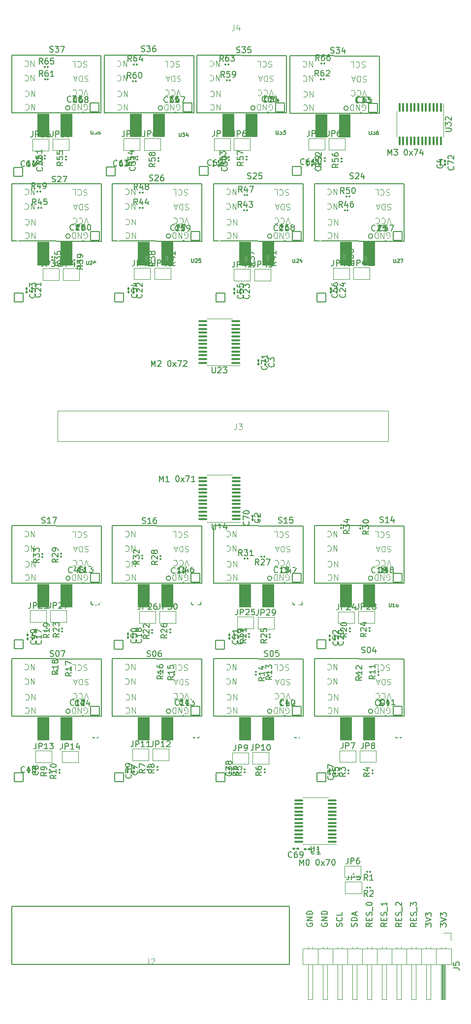
<source format=gbr>
%TF.GenerationSoftware,KiCad,Pcbnew,7.0.1*%
%TF.CreationDate,2024-07-12T18:32:00-07:00*%
%TF.ProjectId,air_foil_pcb,6169725f-666f-4696-9c5f-7063622e6b69,rev?*%
%TF.SameCoordinates,Original*%
%TF.FileFunction,Legend,Top*%
%TF.FilePolarity,Positive*%
%FSLAX46Y46*%
G04 Gerber Fmt 4.6, Leading zero omitted, Abs format (unit mm)*
G04 Created by KiCad (PCBNEW 7.0.1) date 2024-07-12 18:32:00*
%MOMM*%
%LPD*%
G01*
G04 APERTURE LIST*
G04 Aperture macros list*
%AMRoundRect*
0 Rectangle with rounded corners*
0 $1 Rounding radius*
0 $2 $3 $4 $5 $6 $7 $8 $9 X,Y pos of 4 corners*
0 Add a 4 corners polygon primitive as box body*
4,1,4,$2,$3,$4,$5,$6,$7,$8,$9,$2,$3,0*
0 Add four circle primitives for the rounded corners*
1,1,$1+$1,$2,$3*
1,1,$1+$1,$4,$5*
1,1,$1+$1,$6,$7*
1,1,$1+$1,$8,$9*
0 Add four rect primitives between the rounded corners*
20,1,$1+$1,$2,$3,$4,$5,0*
20,1,$1+$1,$4,$5,$6,$7,0*
20,1,$1+$1,$6,$7,$8,$9,0*
20,1,$1+$1,$8,$9,$2,$3,0*%
%AMFreePoly0*
4,1,6,1.000000,0.000000,0.500000,-0.750000,-0.500000,-0.750000,-0.500000,0.750000,0.500000,0.750000,1.000000,0.000000,1.000000,0.000000,$1*%
%AMFreePoly1*
4,1,6,0.500000,-0.750000,-0.650000,-0.750000,-0.150000,0.000000,-0.650000,0.750000,0.500000,0.750000,0.500000,-0.750000,0.500000,-0.750000,$1*%
G04 Aperture macros list end*
%ADD10C,0.150000*%
%ADD11C,0.100000*%
%ADD12C,0.127000*%
%ADD13C,0.200000*%
%ADD14C,0.120000*%
%ADD15C,3.379000*%
%ADD16O,17.780000X2.540000*%
%ADD17C,3.175000*%
%ADD18RoundRect,0.102000X0.750000X0.750000X-0.750000X0.750000X-0.750000X-0.750000X0.750000X-0.750000X0*%
%ADD19C,1.704000*%
%ADD20RoundRect,0.102000X-0.750000X-0.750000X0.750000X-0.750000X0.750000X0.750000X-0.750000X0.750000X0*%
%ADD21RoundRect,0.075000X-0.125000X-0.075000X0.125000X-0.075000X0.125000X0.075000X-0.125000X0.075000X0*%
%ADD22RoundRect,0.075000X0.075000X-0.125000X0.075000X0.125000X-0.075000X0.125000X-0.075000X-0.125000X0*%
%ADD23RoundRect,0.075000X-0.075000X0.125000X-0.075000X-0.125000X0.075000X-0.125000X0.075000X0.125000X0*%
%ADD24RoundRect,0.075000X0.125000X0.075000X-0.125000X0.075000X-0.125000X-0.075000X0.125000X-0.075000X0*%
%ADD25FreePoly0,0.000000*%
%ADD26FreePoly1,0.000000*%
%ADD27RoundRect,0.100000X-0.100000X0.130000X-0.100000X-0.130000X0.100000X-0.130000X0.100000X0.130000X0*%
%ADD28RoundRect,0.100000X0.100000X-0.130000X0.100000X0.130000X-0.100000X0.130000X-0.100000X-0.130000X0*%
%ADD29RoundRect,0.100000X0.130000X0.100000X-0.130000X0.100000X-0.130000X-0.100000X0.130000X-0.100000X0*%
%ADD30RoundRect,0.100000X-0.130000X-0.100000X0.130000X-0.100000X0.130000X0.100000X-0.130000X0.100000X0*%
%ADD31O,1.700000X1.700000*%
%ADD32R,1.700000X1.700000*%
%ADD33RoundRect,0.100000X0.637500X0.100000X-0.637500X0.100000X-0.637500X-0.100000X0.637500X-0.100000X0*%
%ADD34RoundRect,0.100000X-0.100000X0.637500X-0.100000X-0.637500X0.100000X-0.637500X0.100000X0.637500X0*%
G04 APERTURE END LIST*
D10*
X90806796Y-182807076D02*
X90330605Y-183140409D01*
X90806796Y-183378504D02*
X89806796Y-183378504D01*
X89806796Y-183378504D02*
X89806796Y-182997552D01*
X89806796Y-182997552D02*
X89854415Y-182902314D01*
X89854415Y-182902314D02*
X89902034Y-182854695D01*
X89902034Y-182854695D02*
X89997272Y-182807076D01*
X89997272Y-182807076D02*
X90140129Y-182807076D01*
X90140129Y-182807076D02*
X90235367Y-182854695D01*
X90235367Y-182854695D02*
X90282986Y-182902314D01*
X90282986Y-182902314D02*
X90330605Y-182997552D01*
X90330605Y-182997552D02*
X90330605Y-183378504D01*
X90282986Y-182378504D02*
X90282986Y-182045171D01*
X90806796Y-181902314D02*
X90806796Y-182378504D01*
X90806796Y-182378504D02*
X89806796Y-182378504D01*
X89806796Y-182378504D02*
X89806796Y-181902314D01*
X90759177Y-181521361D02*
X90806796Y-181378504D01*
X90806796Y-181378504D02*
X90806796Y-181140409D01*
X90806796Y-181140409D02*
X90759177Y-181045171D01*
X90759177Y-181045171D02*
X90711557Y-180997552D01*
X90711557Y-180997552D02*
X90616319Y-180949933D01*
X90616319Y-180949933D02*
X90521081Y-180949933D01*
X90521081Y-180949933D02*
X90425843Y-180997552D01*
X90425843Y-180997552D02*
X90378224Y-181045171D01*
X90378224Y-181045171D02*
X90330605Y-181140409D01*
X90330605Y-181140409D02*
X90282986Y-181330885D01*
X90282986Y-181330885D02*
X90235367Y-181426123D01*
X90235367Y-181426123D02*
X90187748Y-181473742D01*
X90187748Y-181473742D02*
X90092510Y-181521361D01*
X90092510Y-181521361D02*
X89997272Y-181521361D01*
X89997272Y-181521361D02*
X89902034Y-181473742D01*
X89902034Y-181473742D02*
X89854415Y-181426123D01*
X89854415Y-181426123D02*
X89806796Y-181330885D01*
X89806796Y-181330885D02*
X89806796Y-181092790D01*
X89806796Y-181092790D02*
X89854415Y-180949933D01*
X90902034Y-180759457D02*
X90902034Y-179997552D01*
X89806796Y-179854694D02*
X89806796Y-179235647D01*
X89806796Y-179235647D02*
X90187748Y-179568980D01*
X90187748Y-179568980D02*
X90187748Y-179426123D01*
X90187748Y-179426123D02*
X90235367Y-179330885D01*
X90235367Y-179330885D02*
X90282986Y-179283266D01*
X90282986Y-179283266D02*
X90378224Y-179235647D01*
X90378224Y-179235647D02*
X90616319Y-179235647D01*
X90616319Y-179235647D02*
X90711557Y-179283266D01*
X90711557Y-179283266D02*
X90759177Y-179330885D01*
X90759177Y-179330885D02*
X90806796Y-179426123D01*
X90806796Y-179426123D02*
X90806796Y-179711837D01*
X90806796Y-179711837D02*
X90759177Y-179807075D01*
X90759177Y-179807075D02*
X90711557Y-179854694D01*
X88252685Y-182807076D02*
X87776494Y-183140409D01*
X88252685Y-183378504D02*
X87252685Y-183378504D01*
X87252685Y-183378504D02*
X87252685Y-182997552D01*
X87252685Y-182997552D02*
X87300304Y-182902314D01*
X87300304Y-182902314D02*
X87347923Y-182854695D01*
X87347923Y-182854695D02*
X87443161Y-182807076D01*
X87443161Y-182807076D02*
X87586018Y-182807076D01*
X87586018Y-182807076D02*
X87681256Y-182854695D01*
X87681256Y-182854695D02*
X87728875Y-182902314D01*
X87728875Y-182902314D02*
X87776494Y-182997552D01*
X87776494Y-182997552D02*
X87776494Y-183378504D01*
X87728875Y-182378504D02*
X87728875Y-182045171D01*
X88252685Y-181902314D02*
X88252685Y-182378504D01*
X88252685Y-182378504D02*
X87252685Y-182378504D01*
X87252685Y-182378504D02*
X87252685Y-181902314D01*
X88205066Y-181521361D02*
X88252685Y-181378504D01*
X88252685Y-181378504D02*
X88252685Y-181140409D01*
X88252685Y-181140409D02*
X88205066Y-181045171D01*
X88205066Y-181045171D02*
X88157446Y-180997552D01*
X88157446Y-180997552D02*
X88062208Y-180949933D01*
X88062208Y-180949933D02*
X87966970Y-180949933D01*
X87966970Y-180949933D02*
X87871732Y-180997552D01*
X87871732Y-180997552D02*
X87824113Y-181045171D01*
X87824113Y-181045171D02*
X87776494Y-181140409D01*
X87776494Y-181140409D02*
X87728875Y-181330885D01*
X87728875Y-181330885D02*
X87681256Y-181426123D01*
X87681256Y-181426123D02*
X87633637Y-181473742D01*
X87633637Y-181473742D02*
X87538399Y-181521361D01*
X87538399Y-181521361D02*
X87443161Y-181521361D01*
X87443161Y-181521361D02*
X87347923Y-181473742D01*
X87347923Y-181473742D02*
X87300304Y-181426123D01*
X87300304Y-181426123D02*
X87252685Y-181330885D01*
X87252685Y-181330885D02*
X87252685Y-181092790D01*
X87252685Y-181092790D02*
X87300304Y-180949933D01*
X88347923Y-180759457D02*
X88347923Y-179997552D01*
X87347923Y-179807075D02*
X87300304Y-179759456D01*
X87300304Y-179759456D02*
X87252685Y-179664218D01*
X87252685Y-179664218D02*
X87252685Y-179426123D01*
X87252685Y-179426123D02*
X87300304Y-179330885D01*
X87300304Y-179330885D02*
X87347923Y-179283266D01*
X87347923Y-179283266D02*
X87443161Y-179235647D01*
X87443161Y-179235647D02*
X87538399Y-179235647D01*
X87538399Y-179235647D02*
X87681256Y-179283266D01*
X87681256Y-179283266D02*
X88252685Y-179854694D01*
X88252685Y-179854694D02*
X88252685Y-179235647D01*
X85698574Y-182807076D02*
X85222383Y-183140409D01*
X85698574Y-183378504D02*
X84698574Y-183378504D01*
X84698574Y-183378504D02*
X84698574Y-182997552D01*
X84698574Y-182997552D02*
X84746193Y-182902314D01*
X84746193Y-182902314D02*
X84793812Y-182854695D01*
X84793812Y-182854695D02*
X84889050Y-182807076D01*
X84889050Y-182807076D02*
X85031907Y-182807076D01*
X85031907Y-182807076D02*
X85127145Y-182854695D01*
X85127145Y-182854695D02*
X85174764Y-182902314D01*
X85174764Y-182902314D02*
X85222383Y-182997552D01*
X85222383Y-182997552D02*
X85222383Y-183378504D01*
X85174764Y-182378504D02*
X85174764Y-182045171D01*
X85698574Y-181902314D02*
X85698574Y-182378504D01*
X85698574Y-182378504D02*
X84698574Y-182378504D01*
X84698574Y-182378504D02*
X84698574Y-181902314D01*
X85650955Y-181521361D02*
X85698574Y-181378504D01*
X85698574Y-181378504D02*
X85698574Y-181140409D01*
X85698574Y-181140409D02*
X85650955Y-181045171D01*
X85650955Y-181045171D02*
X85603335Y-180997552D01*
X85603335Y-180997552D02*
X85508097Y-180949933D01*
X85508097Y-180949933D02*
X85412859Y-180949933D01*
X85412859Y-180949933D02*
X85317621Y-180997552D01*
X85317621Y-180997552D02*
X85270002Y-181045171D01*
X85270002Y-181045171D02*
X85222383Y-181140409D01*
X85222383Y-181140409D02*
X85174764Y-181330885D01*
X85174764Y-181330885D02*
X85127145Y-181426123D01*
X85127145Y-181426123D02*
X85079526Y-181473742D01*
X85079526Y-181473742D02*
X84984288Y-181521361D01*
X84984288Y-181521361D02*
X84889050Y-181521361D01*
X84889050Y-181521361D02*
X84793812Y-181473742D01*
X84793812Y-181473742D02*
X84746193Y-181426123D01*
X84746193Y-181426123D02*
X84698574Y-181330885D01*
X84698574Y-181330885D02*
X84698574Y-181092790D01*
X84698574Y-181092790D02*
X84746193Y-180949933D01*
X85793812Y-180759457D02*
X85793812Y-179997552D01*
X85698574Y-179235647D02*
X85698574Y-179807075D01*
X85698574Y-179521361D02*
X84698574Y-179521361D01*
X84698574Y-179521361D02*
X84841431Y-179616599D01*
X84841431Y-179616599D02*
X84936669Y-179711837D01*
X84936669Y-179711837D02*
X84984288Y-179807075D01*
X83144463Y-182807076D02*
X82668272Y-183140409D01*
X83144463Y-183378504D02*
X82144463Y-183378504D01*
X82144463Y-183378504D02*
X82144463Y-182997552D01*
X82144463Y-182997552D02*
X82192082Y-182902314D01*
X82192082Y-182902314D02*
X82239701Y-182854695D01*
X82239701Y-182854695D02*
X82334939Y-182807076D01*
X82334939Y-182807076D02*
X82477796Y-182807076D01*
X82477796Y-182807076D02*
X82573034Y-182854695D01*
X82573034Y-182854695D02*
X82620653Y-182902314D01*
X82620653Y-182902314D02*
X82668272Y-182997552D01*
X82668272Y-182997552D02*
X82668272Y-183378504D01*
X82620653Y-182378504D02*
X82620653Y-182045171D01*
X83144463Y-181902314D02*
X83144463Y-182378504D01*
X83144463Y-182378504D02*
X82144463Y-182378504D01*
X82144463Y-182378504D02*
X82144463Y-181902314D01*
X83096844Y-181521361D02*
X83144463Y-181378504D01*
X83144463Y-181378504D02*
X83144463Y-181140409D01*
X83144463Y-181140409D02*
X83096844Y-181045171D01*
X83096844Y-181045171D02*
X83049224Y-180997552D01*
X83049224Y-180997552D02*
X82953986Y-180949933D01*
X82953986Y-180949933D02*
X82858748Y-180949933D01*
X82858748Y-180949933D02*
X82763510Y-180997552D01*
X82763510Y-180997552D02*
X82715891Y-181045171D01*
X82715891Y-181045171D02*
X82668272Y-181140409D01*
X82668272Y-181140409D02*
X82620653Y-181330885D01*
X82620653Y-181330885D02*
X82573034Y-181426123D01*
X82573034Y-181426123D02*
X82525415Y-181473742D01*
X82525415Y-181473742D02*
X82430177Y-181521361D01*
X82430177Y-181521361D02*
X82334939Y-181521361D01*
X82334939Y-181521361D02*
X82239701Y-181473742D01*
X82239701Y-181473742D02*
X82192082Y-181426123D01*
X82192082Y-181426123D02*
X82144463Y-181330885D01*
X82144463Y-181330885D02*
X82144463Y-181092790D01*
X82144463Y-181092790D02*
X82192082Y-180949933D01*
X83239701Y-180759457D02*
X83239701Y-179997552D01*
X82144463Y-179568980D02*
X82144463Y-179473742D01*
X82144463Y-179473742D02*
X82192082Y-179378504D01*
X82192082Y-179378504D02*
X82239701Y-179330885D01*
X82239701Y-179330885D02*
X82334939Y-179283266D01*
X82334939Y-179283266D02*
X82525415Y-179235647D01*
X82525415Y-179235647D02*
X82763510Y-179235647D01*
X82763510Y-179235647D02*
X82953986Y-179283266D01*
X82953986Y-179283266D02*
X83049224Y-179330885D01*
X83049224Y-179330885D02*
X83096844Y-179378504D01*
X83096844Y-179378504D02*
X83144463Y-179473742D01*
X83144463Y-179473742D02*
X83144463Y-179568980D01*
X83144463Y-179568980D02*
X83096844Y-179664218D01*
X83096844Y-179664218D02*
X83049224Y-179711837D01*
X83049224Y-179711837D02*
X82953986Y-179759456D01*
X82953986Y-179759456D02*
X82763510Y-179807075D01*
X82763510Y-179807075D02*
X82525415Y-179807075D01*
X82525415Y-179807075D02*
X82334939Y-179759456D01*
X82334939Y-179759456D02*
X82239701Y-179711837D01*
X82239701Y-179711837D02*
X82192082Y-179664218D01*
X82192082Y-179664218D02*
X82144463Y-179568980D01*
X80542733Y-183426123D02*
X80590352Y-183283266D01*
X80590352Y-183283266D02*
X80590352Y-183045171D01*
X80590352Y-183045171D02*
X80542733Y-182949933D01*
X80542733Y-182949933D02*
X80495113Y-182902314D01*
X80495113Y-182902314D02*
X80399875Y-182854695D01*
X80399875Y-182854695D02*
X80304637Y-182854695D01*
X80304637Y-182854695D02*
X80209399Y-182902314D01*
X80209399Y-182902314D02*
X80161780Y-182949933D01*
X80161780Y-182949933D02*
X80114161Y-183045171D01*
X80114161Y-183045171D02*
X80066542Y-183235647D01*
X80066542Y-183235647D02*
X80018923Y-183330885D01*
X80018923Y-183330885D02*
X79971304Y-183378504D01*
X79971304Y-183378504D02*
X79876066Y-183426123D01*
X79876066Y-183426123D02*
X79780828Y-183426123D01*
X79780828Y-183426123D02*
X79685590Y-183378504D01*
X79685590Y-183378504D02*
X79637971Y-183330885D01*
X79637971Y-183330885D02*
X79590352Y-183235647D01*
X79590352Y-183235647D02*
X79590352Y-182997552D01*
X79590352Y-182997552D02*
X79637971Y-182854695D01*
X80590352Y-182426123D02*
X79590352Y-182426123D01*
X79590352Y-182426123D02*
X79590352Y-182188028D01*
X79590352Y-182188028D02*
X79637971Y-182045171D01*
X79637971Y-182045171D02*
X79733209Y-181949933D01*
X79733209Y-181949933D02*
X79828447Y-181902314D01*
X79828447Y-181902314D02*
X80018923Y-181854695D01*
X80018923Y-181854695D02*
X80161780Y-181854695D01*
X80161780Y-181854695D02*
X80352256Y-181902314D01*
X80352256Y-181902314D02*
X80447494Y-181949933D01*
X80447494Y-181949933D02*
X80542733Y-182045171D01*
X80542733Y-182045171D02*
X80590352Y-182188028D01*
X80590352Y-182188028D02*
X80590352Y-182426123D01*
X80304637Y-181473742D02*
X80304637Y-180997552D01*
X80590352Y-181568980D02*
X79590352Y-181235647D01*
X79590352Y-181235647D02*
X80590352Y-180902314D01*
X77988622Y-183426123D02*
X78036241Y-183283266D01*
X78036241Y-183283266D02*
X78036241Y-183045171D01*
X78036241Y-183045171D02*
X77988622Y-182949933D01*
X77988622Y-182949933D02*
X77941002Y-182902314D01*
X77941002Y-182902314D02*
X77845764Y-182854695D01*
X77845764Y-182854695D02*
X77750526Y-182854695D01*
X77750526Y-182854695D02*
X77655288Y-182902314D01*
X77655288Y-182902314D02*
X77607669Y-182949933D01*
X77607669Y-182949933D02*
X77560050Y-183045171D01*
X77560050Y-183045171D02*
X77512431Y-183235647D01*
X77512431Y-183235647D02*
X77464812Y-183330885D01*
X77464812Y-183330885D02*
X77417193Y-183378504D01*
X77417193Y-183378504D02*
X77321955Y-183426123D01*
X77321955Y-183426123D02*
X77226717Y-183426123D01*
X77226717Y-183426123D02*
X77131479Y-183378504D01*
X77131479Y-183378504D02*
X77083860Y-183330885D01*
X77083860Y-183330885D02*
X77036241Y-183235647D01*
X77036241Y-183235647D02*
X77036241Y-182997552D01*
X77036241Y-182997552D02*
X77083860Y-182854695D01*
X77941002Y-181854695D02*
X77988622Y-181902314D01*
X77988622Y-181902314D02*
X78036241Y-182045171D01*
X78036241Y-182045171D02*
X78036241Y-182140409D01*
X78036241Y-182140409D02*
X77988622Y-182283266D01*
X77988622Y-182283266D02*
X77893383Y-182378504D01*
X77893383Y-182378504D02*
X77798145Y-182426123D01*
X77798145Y-182426123D02*
X77607669Y-182473742D01*
X77607669Y-182473742D02*
X77464812Y-182473742D01*
X77464812Y-182473742D02*
X77274336Y-182426123D01*
X77274336Y-182426123D02*
X77179098Y-182378504D01*
X77179098Y-182378504D02*
X77083860Y-182283266D01*
X77083860Y-182283266D02*
X77036241Y-182140409D01*
X77036241Y-182140409D02*
X77036241Y-182045171D01*
X77036241Y-182045171D02*
X77083860Y-181902314D01*
X77083860Y-181902314D02*
X77131479Y-181854695D01*
X78036241Y-180949933D02*
X78036241Y-181426123D01*
X78036241Y-181426123D02*
X77036241Y-181426123D01*
X92360907Y-183473742D02*
X92360907Y-182854695D01*
X92360907Y-182854695D02*
X92741859Y-183188028D01*
X92741859Y-183188028D02*
X92741859Y-183045171D01*
X92741859Y-183045171D02*
X92789478Y-182949933D01*
X92789478Y-182949933D02*
X92837097Y-182902314D01*
X92837097Y-182902314D02*
X92932335Y-182854695D01*
X92932335Y-182854695D02*
X93170430Y-182854695D01*
X93170430Y-182854695D02*
X93265668Y-182902314D01*
X93265668Y-182902314D02*
X93313288Y-182949933D01*
X93313288Y-182949933D02*
X93360907Y-183045171D01*
X93360907Y-183045171D02*
X93360907Y-183330885D01*
X93360907Y-183330885D02*
X93313288Y-183426123D01*
X93313288Y-183426123D02*
X93265668Y-183473742D01*
X92360907Y-182568980D02*
X93360907Y-182235647D01*
X93360907Y-182235647D02*
X92360907Y-181902314D01*
X92360907Y-181664218D02*
X92360907Y-181045171D01*
X92360907Y-181045171D02*
X92741859Y-181378504D01*
X92741859Y-181378504D02*
X92741859Y-181235647D01*
X92741859Y-181235647D02*
X92789478Y-181140409D01*
X92789478Y-181140409D02*
X92837097Y-181092790D01*
X92837097Y-181092790D02*
X92932335Y-181045171D01*
X92932335Y-181045171D02*
X93170430Y-181045171D01*
X93170430Y-181045171D02*
X93265668Y-181092790D01*
X93265668Y-181092790D02*
X93313288Y-181140409D01*
X93313288Y-181140409D02*
X93360907Y-181235647D01*
X93360907Y-181235647D02*
X93360907Y-181521361D01*
X93360907Y-181521361D02*
X93313288Y-181616599D01*
X93313288Y-181616599D02*
X93265668Y-181664218D01*
X94915019Y-183473742D02*
X94915019Y-182854695D01*
X94915019Y-182854695D02*
X95295971Y-183188028D01*
X95295971Y-183188028D02*
X95295971Y-183045171D01*
X95295971Y-183045171D02*
X95343590Y-182949933D01*
X95343590Y-182949933D02*
X95391209Y-182902314D01*
X95391209Y-182902314D02*
X95486447Y-182854695D01*
X95486447Y-182854695D02*
X95724542Y-182854695D01*
X95724542Y-182854695D02*
X95819780Y-182902314D01*
X95819780Y-182902314D02*
X95867400Y-182949933D01*
X95867400Y-182949933D02*
X95915019Y-183045171D01*
X95915019Y-183045171D02*
X95915019Y-183330885D01*
X95915019Y-183330885D02*
X95867400Y-183426123D01*
X95867400Y-183426123D02*
X95819780Y-183473742D01*
X94915019Y-182568980D02*
X95915019Y-182235647D01*
X95915019Y-182235647D02*
X94915019Y-181902314D01*
X94915019Y-181664218D02*
X94915019Y-181045171D01*
X94915019Y-181045171D02*
X95295971Y-181378504D01*
X95295971Y-181378504D02*
X95295971Y-181235647D01*
X95295971Y-181235647D02*
X95343590Y-181140409D01*
X95343590Y-181140409D02*
X95391209Y-181092790D01*
X95391209Y-181092790D02*
X95486447Y-181045171D01*
X95486447Y-181045171D02*
X95724542Y-181045171D01*
X95724542Y-181045171D02*
X95819780Y-181092790D01*
X95819780Y-181092790D02*
X95867400Y-181140409D01*
X95867400Y-181140409D02*
X95915019Y-181235647D01*
X95915019Y-181235647D02*
X95915019Y-181521361D01*
X95915019Y-181521361D02*
X95867400Y-181616599D01*
X95867400Y-181616599D02*
X95819780Y-181664218D01*
X74529749Y-182854695D02*
X74482130Y-182949933D01*
X74482130Y-182949933D02*
X74482130Y-183092790D01*
X74482130Y-183092790D02*
X74529749Y-183235647D01*
X74529749Y-183235647D02*
X74624987Y-183330885D01*
X74624987Y-183330885D02*
X74720225Y-183378504D01*
X74720225Y-183378504D02*
X74910701Y-183426123D01*
X74910701Y-183426123D02*
X75053558Y-183426123D01*
X75053558Y-183426123D02*
X75244034Y-183378504D01*
X75244034Y-183378504D02*
X75339272Y-183330885D01*
X75339272Y-183330885D02*
X75434511Y-183235647D01*
X75434511Y-183235647D02*
X75482130Y-183092790D01*
X75482130Y-183092790D02*
X75482130Y-182997552D01*
X75482130Y-182997552D02*
X75434511Y-182854695D01*
X75434511Y-182854695D02*
X75386891Y-182807076D01*
X75386891Y-182807076D02*
X75053558Y-182807076D01*
X75053558Y-182807076D02*
X75053558Y-182997552D01*
X75482130Y-182378504D02*
X74482130Y-182378504D01*
X74482130Y-182378504D02*
X75482130Y-181807076D01*
X75482130Y-181807076D02*
X74482130Y-181807076D01*
X75482130Y-181330885D02*
X74482130Y-181330885D01*
X74482130Y-181330885D02*
X74482130Y-181092790D01*
X74482130Y-181092790D02*
X74529749Y-180949933D01*
X74529749Y-180949933D02*
X74624987Y-180854695D01*
X74624987Y-180854695D02*
X74720225Y-180807076D01*
X74720225Y-180807076D02*
X74910701Y-180759457D01*
X74910701Y-180759457D02*
X75053558Y-180759457D01*
X75053558Y-180759457D02*
X75244034Y-180807076D01*
X75244034Y-180807076D02*
X75339272Y-180854695D01*
X75339272Y-180854695D02*
X75434511Y-180949933D01*
X75434511Y-180949933D02*
X75482130Y-181092790D01*
X75482130Y-181092790D02*
X75482130Y-181330885D01*
X71975638Y-182854695D02*
X71928019Y-182949933D01*
X71928019Y-182949933D02*
X71928019Y-183092790D01*
X71928019Y-183092790D02*
X71975638Y-183235647D01*
X71975638Y-183235647D02*
X72070876Y-183330885D01*
X72070876Y-183330885D02*
X72166114Y-183378504D01*
X72166114Y-183378504D02*
X72356590Y-183426123D01*
X72356590Y-183426123D02*
X72499447Y-183426123D01*
X72499447Y-183426123D02*
X72689923Y-183378504D01*
X72689923Y-183378504D02*
X72785161Y-183330885D01*
X72785161Y-183330885D02*
X72880400Y-183235647D01*
X72880400Y-183235647D02*
X72928019Y-183092790D01*
X72928019Y-183092790D02*
X72928019Y-182997552D01*
X72928019Y-182997552D02*
X72880400Y-182854695D01*
X72880400Y-182854695D02*
X72832780Y-182807076D01*
X72832780Y-182807076D02*
X72499447Y-182807076D01*
X72499447Y-182807076D02*
X72499447Y-182997552D01*
X72928019Y-182378504D02*
X71928019Y-182378504D01*
X71928019Y-182378504D02*
X72928019Y-181807076D01*
X72928019Y-181807076D02*
X71928019Y-181807076D01*
X72928019Y-181330885D02*
X71928019Y-181330885D01*
X71928019Y-181330885D02*
X71928019Y-181092790D01*
X71928019Y-181092790D02*
X71975638Y-180949933D01*
X71975638Y-180949933D02*
X72070876Y-180854695D01*
X72070876Y-180854695D02*
X72166114Y-180807076D01*
X72166114Y-180807076D02*
X72356590Y-180759457D01*
X72356590Y-180759457D02*
X72499447Y-180759457D01*
X72499447Y-180759457D02*
X72689923Y-180807076D01*
X72689923Y-180807076D02*
X72785161Y-180854695D01*
X72785161Y-180854695D02*
X72880400Y-180949933D01*
X72880400Y-180949933D02*
X72928019Y-181092790D01*
X72928019Y-181092790D02*
X72928019Y-181330885D01*
X27800276Y-136939200D02*
X27943133Y-136986819D01*
X27943133Y-136986819D02*
X28181228Y-136986819D01*
X28181228Y-136986819D02*
X28276466Y-136939200D01*
X28276466Y-136939200D02*
X28324085Y-136891580D01*
X28324085Y-136891580D02*
X28371704Y-136796342D01*
X28371704Y-136796342D02*
X28371704Y-136701104D01*
X28371704Y-136701104D02*
X28324085Y-136605866D01*
X28324085Y-136605866D02*
X28276466Y-136558247D01*
X28276466Y-136558247D02*
X28181228Y-136510628D01*
X28181228Y-136510628D02*
X27990752Y-136463009D01*
X27990752Y-136463009D02*
X27895514Y-136415390D01*
X27895514Y-136415390D02*
X27847895Y-136367771D01*
X27847895Y-136367771D02*
X27800276Y-136272533D01*
X27800276Y-136272533D02*
X27800276Y-136177295D01*
X27800276Y-136177295D02*
X27847895Y-136082057D01*
X27847895Y-136082057D02*
X27895514Y-136034438D01*
X27895514Y-136034438D02*
X27990752Y-135986819D01*
X27990752Y-135986819D02*
X28228847Y-135986819D01*
X28228847Y-135986819D02*
X28371704Y-136034438D01*
X28990752Y-135986819D02*
X29085990Y-135986819D01*
X29085990Y-135986819D02*
X29181228Y-136034438D01*
X29181228Y-136034438D02*
X29228847Y-136082057D01*
X29228847Y-136082057D02*
X29276466Y-136177295D01*
X29276466Y-136177295D02*
X29324085Y-136367771D01*
X29324085Y-136367771D02*
X29324085Y-136605866D01*
X29324085Y-136605866D02*
X29276466Y-136796342D01*
X29276466Y-136796342D02*
X29228847Y-136891580D01*
X29228847Y-136891580D02*
X29181228Y-136939200D01*
X29181228Y-136939200D02*
X29085990Y-136986819D01*
X29085990Y-136986819D02*
X28990752Y-136986819D01*
X28990752Y-136986819D02*
X28895514Y-136939200D01*
X28895514Y-136939200D02*
X28847895Y-136891580D01*
X28847895Y-136891580D02*
X28800276Y-136796342D01*
X28800276Y-136796342D02*
X28752657Y-136605866D01*
X28752657Y-136605866D02*
X28752657Y-136367771D01*
X28752657Y-136367771D02*
X28800276Y-136177295D01*
X28800276Y-136177295D02*
X28847895Y-136082057D01*
X28847895Y-136082057D02*
X28895514Y-136034438D01*
X28895514Y-136034438D02*
X28990752Y-135986819D01*
X29657419Y-135986819D02*
X30324085Y-135986819D01*
X30324085Y-135986819D02*
X29895514Y-136986819D01*
X44462676Y-136964600D02*
X44605533Y-137012219D01*
X44605533Y-137012219D02*
X44843628Y-137012219D01*
X44843628Y-137012219D02*
X44938866Y-136964600D01*
X44938866Y-136964600D02*
X44986485Y-136916980D01*
X44986485Y-136916980D02*
X45034104Y-136821742D01*
X45034104Y-136821742D02*
X45034104Y-136726504D01*
X45034104Y-136726504D02*
X44986485Y-136631266D01*
X44986485Y-136631266D02*
X44938866Y-136583647D01*
X44938866Y-136583647D02*
X44843628Y-136536028D01*
X44843628Y-136536028D02*
X44653152Y-136488409D01*
X44653152Y-136488409D02*
X44557914Y-136440790D01*
X44557914Y-136440790D02*
X44510295Y-136393171D01*
X44510295Y-136393171D02*
X44462676Y-136297933D01*
X44462676Y-136297933D02*
X44462676Y-136202695D01*
X44462676Y-136202695D02*
X44510295Y-136107457D01*
X44510295Y-136107457D02*
X44557914Y-136059838D01*
X44557914Y-136059838D02*
X44653152Y-136012219D01*
X44653152Y-136012219D02*
X44891247Y-136012219D01*
X44891247Y-136012219D02*
X45034104Y-136059838D01*
X45653152Y-136012219D02*
X45748390Y-136012219D01*
X45748390Y-136012219D02*
X45843628Y-136059838D01*
X45843628Y-136059838D02*
X45891247Y-136107457D01*
X45891247Y-136107457D02*
X45938866Y-136202695D01*
X45938866Y-136202695D02*
X45986485Y-136393171D01*
X45986485Y-136393171D02*
X45986485Y-136631266D01*
X45986485Y-136631266D02*
X45938866Y-136821742D01*
X45938866Y-136821742D02*
X45891247Y-136916980D01*
X45891247Y-136916980D02*
X45843628Y-136964600D01*
X45843628Y-136964600D02*
X45748390Y-137012219D01*
X45748390Y-137012219D02*
X45653152Y-137012219D01*
X45653152Y-137012219D02*
X45557914Y-136964600D01*
X45557914Y-136964600D02*
X45510295Y-136916980D01*
X45510295Y-136916980D02*
X45462676Y-136821742D01*
X45462676Y-136821742D02*
X45415057Y-136631266D01*
X45415057Y-136631266D02*
X45415057Y-136393171D01*
X45415057Y-136393171D02*
X45462676Y-136202695D01*
X45462676Y-136202695D02*
X45510295Y-136107457D01*
X45510295Y-136107457D02*
X45557914Y-136059838D01*
X45557914Y-136059838D02*
X45653152Y-136012219D01*
X46843628Y-136012219D02*
X46653152Y-136012219D01*
X46653152Y-136012219D02*
X46557914Y-136059838D01*
X46557914Y-136059838D02*
X46510295Y-136107457D01*
X46510295Y-136107457D02*
X46415057Y-136250314D01*
X46415057Y-136250314D02*
X46367438Y-136440790D01*
X46367438Y-136440790D02*
X46367438Y-136821742D01*
X46367438Y-136821742D02*
X46415057Y-136916980D01*
X46415057Y-136916980D02*
X46462676Y-136964600D01*
X46462676Y-136964600D02*
X46557914Y-137012219D01*
X46557914Y-137012219D02*
X46748390Y-137012219D01*
X46748390Y-137012219D02*
X46843628Y-136964600D01*
X46843628Y-136964600D02*
X46891247Y-136916980D01*
X46891247Y-136916980D02*
X46938866Y-136821742D01*
X46938866Y-136821742D02*
X46938866Y-136583647D01*
X46938866Y-136583647D02*
X46891247Y-136488409D01*
X46891247Y-136488409D02*
X46843628Y-136440790D01*
X46843628Y-136440790D02*
X46748390Y-136393171D01*
X46748390Y-136393171D02*
X46557914Y-136393171D01*
X46557914Y-136393171D02*
X46462676Y-136440790D01*
X46462676Y-136440790D02*
X46415057Y-136488409D01*
X46415057Y-136488409D02*
X46367438Y-136583647D01*
X64655676Y-136939200D02*
X64798533Y-136986819D01*
X64798533Y-136986819D02*
X65036628Y-136986819D01*
X65036628Y-136986819D02*
X65131866Y-136939200D01*
X65131866Y-136939200D02*
X65179485Y-136891580D01*
X65179485Y-136891580D02*
X65227104Y-136796342D01*
X65227104Y-136796342D02*
X65227104Y-136701104D01*
X65227104Y-136701104D02*
X65179485Y-136605866D01*
X65179485Y-136605866D02*
X65131866Y-136558247D01*
X65131866Y-136558247D02*
X65036628Y-136510628D01*
X65036628Y-136510628D02*
X64846152Y-136463009D01*
X64846152Y-136463009D02*
X64750914Y-136415390D01*
X64750914Y-136415390D02*
X64703295Y-136367771D01*
X64703295Y-136367771D02*
X64655676Y-136272533D01*
X64655676Y-136272533D02*
X64655676Y-136177295D01*
X64655676Y-136177295D02*
X64703295Y-136082057D01*
X64703295Y-136082057D02*
X64750914Y-136034438D01*
X64750914Y-136034438D02*
X64846152Y-135986819D01*
X64846152Y-135986819D02*
X65084247Y-135986819D01*
X65084247Y-135986819D02*
X65227104Y-136034438D01*
X65846152Y-135986819D02*
X65941390Y-135986819D01*
X65941390Y-135986819D02*
X66036628Y-136034438D01*
X66036628Y-136034438D02*
X66084247Y-136082057D01*
X66084247Y-136082057D02*
X66131866Y-136177295D01*
X66131866Y-136177295D02*
X66179485Y-136367771D01*
X66179485Y-136367771D02*
X66179485Y-136605866D01*
X66179485Y-136605866D02*
X66131866Y-136796342D01*
X66131866Y-136796342D02*
X66084247Y-136891580D01*
X66084247Y-136891580D02*
X66036628Y-136939200D01*
X66036628Y-136939200D02*
X65941390Y-136986819D01*
X65941390Y-136986819D02*
X65846152Y-136986819D01*
X65846152Y-136986819D02*
X65750914Y-136939200D01*
X65750914Y-136939200D02*
X65703295Y-136891580D01*
X65703295Y-136891580D02*
X65655676Y-136796342D01*
X65655676Y-136796342D02*
X65608057Y-136605866D01*
X65608057Y-136605866D02*
X65608057Y-136367771D01*
X65608057Y-136367771D02*
X65655676Y-136177295D01*
X65655676Y-136177295D02*
X65703295Y-136082057D01*
X65703295Y-136082057D02*
X65750914Y-136034438D01*
X65750914Y-136034438D02*
X65846152Y-135986819D01*
X67084247Y-135986819D02*
X66608057Y-135986819D01*
X66608057Y-135986819D02*
X66560438Y-136463009D01*
X66560438Y-136463009D02*
X66608057Y-136415390D01*
X66608057Y-136415390D02*
X66703295Y-136367771D01*
X66703295Y-136367771D02*
X66941390Y-136367771D01*
X66941390Y-136367771D02*
X67036628Y-136415390D01*
X67036628Y-136415390D02*
X67084247Y-136463009D01*
X67084247Y-136463009D02*
X67131866Y-136558247D01*
X67131866Y-136558247D02*
X67131866Y-136796342D01*
X67131866Y-136796342D02*
X67084247Y-136891580D01*
X67084247Y-136891580D02*
X67036628Y-136939200D01*
X67036628Y-136939200D02*
X66941390Y-136986819D01*
X66941390Y-136986819D02*
X66703295Y-136986819D01*
X66703295Y-136986819D02*
X66608057Y-136939200D01*
X66608057Y-136939200D02*
X66560438Y-136891580D01*
X81368876Y-136329600D02*
X81511733Y-136377219D01*
X81511733Y-136377219D02*
X81749828Y-136377219D01*
X81749828Y-136377219D02*
X81845066Y-136329600D01*
X81845066Y-136329600D02*
X81892685Y-136281980D01*
X81892685Y-136281980D02*
X81940304Y-136186742D01*
X81940304Y-136186742D02*
X81940304Y-136091504D01*
X81940304Y-136091504D02*
X81892685Y-135996266D01*
X81892685Y-135996266D02*
X81845066Y-135948647D01*
X81845066Y-135948647D02*
X81749828Y-135901028D01*
X81749828Y-135901028D02*
X81559352Y-135853409D01*
X81559352Y-135853409D02*
X81464114Y-135805790D01*
X81464114Y-135805790D02*
X81416495Y-135758171D01*
X81416495Y-135758171D02*
X81368876Y-135662933D01*
X81368876Y-135662933D02*
X81368876Y-135567695D01*
X81368876Y-135567695D02*
X81416495Y-135472457D01*
X81416495Y-135472457D02*
X81464114Y-135424838D01*
X81464114Y-135424838D02*
X81559352Y-135377219D01*
X81559352Y-135377219D02*
X81797447Y-135377219D01*
X81797447Y-135377219D02*
X81940304Y-135424838D01*
X82559352Y-135377219D02*
X82654590Y-135377219D01*
X82654590Y-135377219D02*
X82749828Y-135424838D01*
X82749828Y-135424838D02*
X82797447Y-135472457D01*
X82797447Y-135472457D02*
X82845066Y-135567695D01*
X82845066Y-135567695D02*
X82892685Y-135758171D01*
X82892685Y-135758171D02*
X82892685Y-135996266D01*
X82892685Y-135996266D02*
X82845066Y-136186742D01*
X82845066Y-136186742D02*
X82797447Y-136281980D01*
X82797447Y-136281980D02*
X82749828Y-136329600D01*
X82749828Y-136329600D02*
X82654590Y-136377219D01*
X82654590Y-136377219D02*
X82559352Y-136377219D01*
X82559352Y-136377219D02*
X82464114Y-136329600D01*
X82464114Y-136329600D02*
X82416495Y-136281980D01*
X82416495Y-136281980D02*
X82368876Y-136186742D01*
X82368876Y-136186742D02*
X82321257Y-135996266D01*
X82321257Y-135996266D02*
X82321257Y-135758171D01*
X82321257Y-135758171D02*
X82368876Y-135567695D01*
X82368876Y-135567695D02*
X82416495Y-135472457D01*
X82416495Y-135472457D02*
X82464114Y-135424838D01*
X82464114Y-135424838D02*
X82559352Y-135377219D01*
X83749828Y-135710552D02*
X83749828Y-136377219D01*
X83511733Y-135329600D02*
X83273638Y-136043885D01*
X83273638Y-136043885D02*
X83892685Y-136043885D01*
X26352476Y-114028400D02*
X26495333Y-114076019D01*
X26495333Y-114076019D02*
X26733428Y-114076019D01*
X26733428Y-114076019D02*
X26828666Y-114028400D01*
X26828666Y-114028400D02*
X26876285Y-113980780D01*
X26876285Y-113980780D02*
X26923904Y-113885542D01*
X26923904Y-113885542D02*
X26923904Y-113790304D01*
X26923904Y-113790304D02*
X26876285Y-113695066D01*
X26876285Y-113695066D02*
X26828666Y-113647447D01*
X26828666Y-113647447D02*
X26733428Y-113599828D01*
X26733428Y-113599828D02*
X26542952Y-113552209D01*
X26542952Y-113552209D02*
X26447714Y-113504590D01*
X26447714Y-113504590D02*
X26400095Y-113456971D01*
X26400095Y-113456971D02*
X26352476Y-113361733D01*
X26352476Y-113361733D02*
X26352476Y-113266495D01*
X26352476Y-113266495D02*
X26400095Y-113171257D01*
X26400095Y-113171257D02*
X26447714Y-113123638D01*
X26447714Y-113123638D02*
X26542952Y-113076019D01*
X26542952Y-113076019D02*
X26781047Y-113076019D01*
X26781047Y-113076019D02*
X26923904Y-113123638D01*
X27876285Y-114076019D02*
X27304857Y-114076019D01*
X27590571Y-114076019D02*
X27590571Y-113076019D01*
X27590571Y-113076019D02*
X27495333Y-113218876D01*
X27495333Y-113218876D02*
X27400095Y-113314114D01*
X27400095Y-113314114D02*
X27304857Y-113361733D01*
X28209619Y-113076019D02*
X28876285Y-113076019D01*
X28876285Y-113076019D02*
X28447714Y-114076019D01*
X43624476Y-114079200D02*
X43767333Y-114126819D01*
X43767333Y-114126819D02*
X44005428Y-114126819D01*
X44005428Y-114126819D02*
X44100666Y-114079200D01*
X44100666Y-114079200D02*
X44148285Y-114031580D01*
X44148285Y-114031580D02*
X44195904Y-113936342D01*
X44195904Y-113936342D02*
X44195904Y-113841104D01*
X44195904Y-113841104D02*
X44148285Y-113745866D01*
X44148285Y-113745866D02*
X44100666Y-113698247D01*
X44100666Y-113698247D02*
X44005428Y-113650628D01*
X44005428Y-113650628D02*
X43814952Y-113603009D01*
X43814952Y-113603009D02*
X43719714Y-113555390D01*
X43719714Y-113555390D02*
X43672095Y-113507771D01*
X43672095Y-113507771D02*
X43624476Y-113412533D01*
X43624476Y-113412533D02*
X43624476Y-113317295D01*
X43624476Y-113317295D02*
X43672095Y-113222057D01*
X43672095Y-113222057D02*
X43719714Y-113174438D01*
X43719714Y-113174438D02*
X43814952Y-113126819D01*
X43814952Y-113126819D02*
X44053047Y-113126819D01*
X44053047Y-113126819D02*
X44195904Y-113174438D01*
X45148285Y-114126819D02*
X44576857Y-114126819D01*
X44862571Y-114126819D02*
X44862571Y-113126819D01*
X44862571Y-113126819D02*
X44767333Y-113269676D01*
X44767333Y-113269676D02*
X44672095Y-113364914D01*
X44672095Y-113364914D02*
X44576857Y-113412533D01*
X46005428Y-113126819D02*
X45814952Y-113126819D01*
X45814952Y-113126819D02*
X45719714Y-113174438D01*
X45719714Y-113174438D02*
X45672095Y-113222057D01*
X45672095Y-113222057D02*
X45576857Y-113364914D01*
X45576857Y-113364914D02*
X45529238Y-113555390D01*
X45529238Y-113555390D02*
X45529238Y-113936342D01*
X45529238Y-113936342D02*
X45576857Y-114031580D01*
X45576857Y-114031580D02*
X45624476Y-114079200D01*
X45624476Y-114079200D02*
X45719714Y-114126819D01*
X45719714Y-114126819D02*
X45910190Y-114126819D01*
X45910190Y-114126819D02*
X46005428Y-114079200D01*
X46005428Y-114079200D02*
X46053047Y-114031580D01*
X46053047Y-114031580D02*
X46100666Y-113936342D01*
X46100666Y-113936342D02*
X46100666Y-113698247D01*
X46100666Y-113698247D02*
X46053047Y-113603009D01*
X46053047Y-113603009D02*
X46005428Y-113555390D01*
X46005428Y-113555390D02*
X45910190Y-113507771D01*
X45910190Y-113507771D02*
X45719714Y-113507771D01*
X45719714Y-113507771D02*
X45624476Y-113555390D01*
X45624476Y-113555390D02*
X45576857Y-113603009D01*
X45576857Y-113603009D02*
X45529238Y-113698247D01*
X67068676Y-114028400D02*
X67211533Y-114076019D01*
X67211533Y-114076019D02*
X67449628Y-114076019D01*
X67449628Y-114076019D02*
X67544866Y-114028400D01*
X67544866Y-114028400D02*
X67592485Y-113980780D01*
X67592485Y-113980780D02*
X67640104Y-113885542D01*
X67640104Y-113885542D02*
X67640104Y-113790304D01*
X67640104Y-113790304D02*
X67592485Y-113695066D01*
X67592485Y-113695066D02*
X67544866Y-113647447D01*
X67544866Y-113647447D02*
X67449628Y-113599828D01*
X67449628Y-113599828D02*
X67259152Y-113552209D01*
X67259152Y-113552209D02*
X67163914Y-113504590D01*
X67163914Y-113504590D02*
X67116295Y-113456971D01*
X67116295Y-113456971D02*
X67068676Y-113361733D01*
X67068676Y-113361733D02*
X67068676Y-113266495D01*
X67068676Y-113266495D02*
X67116295Y-113171257D01*
X67116295Y-113171257D02*
X67163914Y-113123638D01*
X67163914Y-113123638D02*
X67259152Y-113076019D01*
X67259152Y-113076019D02*
X67497247Y-113076019D01*
X67497247Y-113076019D02*
X67640104Y-113123638D01*
X68592485Y-114076019D02*
X68021057Y-114076019D01*
X68306771Y-114076019D02*
X68306771Y-113076019D01*
X68306771Y-113076019D02*
X68211533Y-113218876D01*
X68211533Y-113218876D02*
X68116295Y-113314114D01*
X68116295Y-113314114D02*
X68021057Y-113361733D01*
X69497247Y-113076019D02*
X69021057Y-113076019D01*
X69021057Y-113076019D02*
X68973438Y-113552209D01*
X68973438Y-113552209D02*
X69021057Y-113504590D01*
X69021057Y-113504590D02*
X69116295Y-113456971D01*
X69116295Y-113456971D02*
X69354390Y-113456971D01*
X69354390Y-113456971D02*
X69449628Y-113504590D01*
X69449628Y-113504590D02*
X69497247Y-113552209D01*
X69497247Y-113552209D02*
X69544866Y-113647447D01*
X69544866Y-113647447D02*
X69544866Y-113885542D01*
X69544866Y-113885542D02*
X69497247Y-113980780D01*
X69497247Y-113980780D02*
X69449628Y-114028400D01*
X69449628Y-114028400D02*
X69354390Y-114076019D01*
X69354390Y-114076019D02*
X69116295Y-114076019D01*
X69116295Y-114076019D02*
X69021057Y-114028400D01*
X69021057Y-114028400D02*
X68973438Y-113980780D01*
X84518476Y-113926800D02*
X84661333Y-113974419D01*
X84661333Y-113974419D02*
X84899428Y-113974419D01*
X84899428Y-113974419D02*
X84994666Y-113926800D01*
X84994666Y-113926800D02*
X85042285Y-113879180D01*
X85042285Y-113879180D02*
X85089904Y-113783942D01*
X85089904Y-113783942D02*
X85089904Y-113688704D01*
X85089904Y-113688704D02*
X85042285Y-113593466D01*
X85042285Y-113593466D02*
X84994666Y-113545847D01*
X84994666Y-113545847D02*
X84899428Y-113498228D01*
X84899428Y-113498228D02*
X84708952Y-113450609D01*
X84708952Y-113450609D02*
X84613714Y-113402990D01*
X84613714Y-113402990D02*
X84566095Y-113355371D01*
X84566095Y-113355371D02*
X84518476Y-113260133D01*
X84518476Y-113260133D02*
X84518476Y-113164895D01*
X84518476Y-113164895D02*
X84566095Y-113069657D01*
X84566095Y-113069657D02*
X84613714Y-113022038D01*
X84613714Y-113022038D02*
X84708952Y-112974419D01*
X84708952Y-112974419D02*
X84947047Y-112974419D01*
X84947047Y-112974419D02*
X85089904Y-113022038D01*
X86042285Y-113974419D02*
X85470857Y-113974419D01*
X85756571Y-113974419D02*
X85756571Y-112974419D01*
X85756571Y-112974419D02*
X85661333Y-113117276D01*
X85661333Y-113117276D02*
X85566095Y-113212514D01*
X85566095Y-113212514D02*
X85470857Y-113260133D01*
X86899428Y-113307752D02*
X86899428Y-113974419D01*
X86661333Y-112926800D02*
X86423238Y-113641085D01*
X86423238Y-113641085D02*
X87042285Y-113641085D01*
X28130476Y-55379800D02*
X28273333Y-55427419D01*
X28273333Y-55427419D02*
X28511428Y-55427419D01*
X28511428Y-55427419D02*
X28606666Y-55379800D01*
X28606666Y-55379800D02*
X28654285Y-55332180D01*
X28654285Y-55332180D02*
X28701904Y-55236942D01*
X28701904Y-55236942D02*
X28701904Y-55141704D01*
X28701904Y-55141704D02*
X28654285Y-55046466D01*
X28654285Y-55046466D02*
X28606666Y-54998847D01*
X28606666Y-54998847D02*
X28511428Y-54951228D01*
X28511428Y-54951228D02*
X28320952Y-54903609D01*
X28320952Y-54903609D02*
X28225714Y-54855990D01*
X28225714Y-54855990D02*
X28178095Y-54808371D01*
X28178095Y-54808371D02*
X28130476Y-54713133D01*
X28130476Y-54713133D02*
X28130476Y-54617895D01*
X28130476Y-54617895D02*
X28178095Y-54522657D01*
X28178095Y-54522657D02*
X28225714Y-54475038D01*
X28225714Y-54475038D02*
X28320952Y-54427419D01*
X28320952Y-54427419D02*
X28559047Y-54427419D01*
X28559047Y-54427419D02*
X28701904Y-54475038D01*
X29082857Y-54522657D02*
X29130476Y-54475038D01*
X29130476Y-54475038D02*
X29225714Y-54427419D01*
X29225714Y-54427419D02*
X29463809Y-54427419D01*
X29463809Y-54427419D02*
X29559047Y-54475038D01*
X29559047Y-54475038D02*
X29606666Y-54522657D01*
X29606666Y-54522657D02*
X29654285Y-54617895D01*
X29654285Y-54617895D02*
X29654285Y-54713133D01*
X29654285Y-54713133D02*
X29606666Y-54855990D01*
X29606666Y-54855990D02*
X29035238Y-55427419D01*
X29035238Y-55427419D02*
X29654285Y-55427419D01*
X29987619Y-54427419D02*
X30654285Y-54427419D01*
X30654285Y-54427419D02*
X30225714Y-55427419D01*
X44869076Y-55202000D02*
X45011933Y-55249619D01*
X45011933Y-55249619D02*
X45250028Y-55249619D01*
X45250028Y-55249619D02*
X45345266Y-55202000D01*
X45345266Y-55202000D02*
X45392885Y-55154380D01*
X45392885Y-55154380D02*
X45440504Y-55059142D01*
X45440504Y-55059142D02*
X45440504Y-54963904D01*
X45440504Y-54963904D02*
X45392885Y-54868666D01*
X45392885Y-54868666D02*
X45345266Y-54821047D01*
X45345266Y-54821047D02*
X45250028Y-54773428D01*
X45250028Y-54773428D02*
X45059552Y-54725809D01*
X45059552Y-54725809D02*
X44964314Y-54678190D01*
X44964314Y-54678190D02*
X44916695Y-54630571D01*
X44916695Y-54630571D02*
X44869076Y-54535333D01*
X44869076Y-54535333D02*
X44869076Y-54440095D01*
X44869076Y-54440095D02*
X44916695Y-54344857D01*
X44916695Y-54344857D02*
X44964314Y-54297238D01*
X44964314Y-54297238D02*
X45059552Y-54249619D01*
X45059552Y-54249619D02*
X45297647Y-54249619D01*
X45297647Y-54249619D02*
X45440504Y-54297238D01*
X45821457Y-54344857D02*
X45869076Y-54297238D01*
X45869076Y-54297238D02*
X45964314Y-54249619D01*
X45964314Y-54249619D02*
X46202409Y-54249619D01*
X46202409Y-54249619D02*
X46297647Y-54297238D01*
X46297647Y-54297238D02*
X46345266Y-54344857D01*
X46345266Y-54344857D02*
X46392885Y-54440095D01*
X46392885Y-54440095D02*
X46392885Y-54535333D01*
X46392885Y-54535333D02*
X46345266Y-54678190D01*
X46345266Y-54678190D02*
X45773838Y-55249619D01*
X45773838Y-55249619D02*
X46392885Y-55249619D01*
X47250028Y-54249619D02*
X47059552Y-54249619D01*
X47059552Y-54249619D02*
X46964314Y-54297238D01*
X46964314Y-54297238D02*
X46916695Y-54344857D01*
X46916695Y-54344857D02*
X46821457Y-54487714D01*
X46821457Y-54487714D02*
X46773838Y-54678190D01*
X46773838Y-54678190D02*
X46773838Y-55059142D01*
X46773838Y-55059142D02*
X46821457Y-55154380D01*
X46821457Y-55154380D02*
X46869076Y-55202000D01*
X46869076Y-55202000D02*
X46964314Y-55249619D01*
X46964314Y-55249619D02*
X47154790Y-55249619D01*
X47154790Y-55249619D02*
X47250028Y-55202000D01*
X47250028Y-55202000D02*
X47297647Y-55154380D01*
X47297647Y-55154380D02*
X47345266Y-55059142D01*
X47345266Y-55059142D02*
X47345266Y-54821047D01*
X47345266Y-54821047D02*
X47297647Y-54725809D01*
X47297647Y-54725809D02*
X47250028Y-54678190D01*
X47250028Y-54678190D02*
X47154790Y-54630571D01*
X47154790Y-54630571D02*
X46964314Y-54630571D01*
X46964314Y-54630571D02*
X46869076Y-54678190D01*
X46869076Y-54678190D02*
X46821457Y-54725809D01*
X46821457Y-54725809D02*
X46773838Y-54821047D01*
X61760076Y-54846400D02*
X61902933Y-54894019D01*
X61902933Y-54894019D02*
X62141028Y-54894019D01*
X62141028Y-54894019D02*
X62236266Y-54846400D01*
X62236266Y-54846400D02*
X62283885Y-54798780D01*
X62283885Y-54798780D02*
X62331504Y-54703542D01*
X62331504Y-54703542D02*
X62331504Y-54608304D01*
X62331504Y-54608304D02*
X62283885Y-54513066D01*
X62283885Y-54513066D02*
X62236266Y-54465447D01*
X62236266Y-54465447D02*
X62141028Y-54417828D01*
X62141028Y-54417828D02*
X61950552Y-54370209D01*
X61950552Y-54370209D02*
X61855314Y-54322590D01*
X61855314Y-54322590D02*
X61807695Y-54274971D01*
X61807695Y-54274971D02*
X61760076Y-54179733D01*
X61760076Y-54179733D02*
X61760076Y-54084495D01*
X61760076Y-54084495D02*
X61807695Y-53989257D01*
X61807695Y-53989257D02*
X61855314Y-53941638D01*
X61855314Y-53941638D02*
X61950552Y-53894019D01*
X61950552Y-53894019D02*
X62188647Y-53894019D01*
X62188647Y-53894019D02*
X62331504Y-53941638D01*
X62712457Y-53989257D02*
X62760076Y-53941638D01*
X62760076Y-53941638D02*
X62855314Y-53894019D01*
X62855314Y-53894019D02*
X63093409Y-53894019D01*
X63093409Y-53894019D02*
X63188647Y-53941638D01*
X63188647Y-53941638D02*
X63236266Y-53989257D01*
X63236266Y-53989257D02*
X63283885Y-54084495D01*
X63283885Y-54084495D02*
X63283885Y-54179733D01*
X63283885Y-54179733D02*
X63236266Y-54322590D01*
X63236266Y-54322590D02*
X62664838Y-54894019D01*
X62664838Y-54894019D02*
X63283885Y-54894019D01*
X64188647Y-53894019D02*
X63712457Y-53894019D01*
X63712457Y-53894019D02*
X63664838Y-54370209D01*
X63664838Y-54370209D02*
X63712457Y-54322590D01*
X63712457Y-54322590D02*
X63807695Y-54274971D01*
X63807695Y-54274971D02*
X64045790Y-54274971D01*
X64045790Y-54274971D02*
X64141028Y-54322590D01*
X64141028Y-54322590D02*
X64188647Y-54370209D01*
X64188647Y-54370209D02*
X64236266Y-54465447D01*
X64236266Y-54465447D02*
X64236266Y-54703542D01*
X64236266Y-54703542D02*
X64188647Y-54798780D01*
X64188647Y-54798780D02*
X64141028Y-54846400D01*
X64141028Y-54846400D02*
X64045790Y-54894019D01*
X64045790Y-54894019D02*
X63807695Y-54894019D01*
X63807695Y-54894019D02*
X63712457Y-54846400D01*
X63712457Y-54846400D02*
X63664838Y-54798780D01*
X79362276Y-54846400D02*
X79505133Y-54894019D01*
X79505133Y-54894019D02*
X79743228Y-54894019D01*
X79743228Y-54894019D02*
X79838466Y-54846400D01*
X79838466Y-54846400D02*
X79886085Y-54798780D01*
X79886085Y-54798780D02*
X79933704Y-54703542D01*
X79933704Y-54703542D02*
X79933704Y-54608304D01*
X79933704Y-54608304D02*
X79886085Y-54513066D01*
X79886085Y-54513066D02*
X79838466Y-54465447D01*
X79838466Y-54465447D02*
X79743228Y-54417828D01*
X79743228Y-54417828D02*
X79552752Y-54370209D01*
X79552752Y-54370209D02*
X79457514Y-54322590D01*
X79457514Y-54322590D02*
X79409895Y-54274971D01*
X79409895Y-54274971D02*
X79362276Y-54179733D01*
X79362276Y-54179733D02*
X79362276Y-54084495D01*
X79362276Y-54084495D02*
X79409895Y-53989257D01*
X79409895Y-53989257D02*
X79457514Y-53941638D01*
X79457514Y-53941638D02*
X79552752Y-53894019D01*
X79552752Y-53894019D02*
X79790847Y-53894019D01*
X79790847Y-53894019D02*
X79933704Y-53941638D01*
X80314657Y-53989257D02*
X80362276Y-53941638D01*
X80362276Y-53941638D02*
X80457514Y-53894019D01*
X80457514Y-53894019D02*
X80695609Y-53894019D01*
X80695609Y-53894019D02*
X80790847Y-53941638D01*
X80790847Y-53941638D02*
X80838466Y-53989257D01*
X80838466Y-53989257D02*
X80886085Y-54084495D01*
X80886085Y-54084495D02*
X80886085Y-54179733D01*
X80886085Y-54179733D02*
X80838466Y-54322590D01*
X80838466Y-54322590D02*
X80267038Y-54894019D01*
X80267038Y-54894019D02*
X80886085Y-54894019D01*
X81743228Y-54227352D02*
X81743228Y-54894019D01*
X81505133Y-53846400D02*
X81267038Y-54560685D01*
X81267038Y-54560685D02*
X81886085Y-54560685D01*
X27724076Y-33053200D02*
X27866933Y-33100819D01*
X27866933Y-33100819D02*
X28105028Y-33100819D01*
X28105028Y-33100819D02*
X28200266Y-33053200D01*
X28200266Y-33053200D02*
X28247885Y-33005580D01*
X28247885Y-33005580D02*
X28295504Y-32910342D01*
X28295504Y-32910342D02*
X28295504Y-32815104D01*
X28295504Y-32815104D02*
X28247885Y-32719866D01*
X28247885Y-32719866D02*
X28200266Y-32672247D01*
X28200266Y-32672247D02*
X28105028Y-32624628D01*
X28105028Y-32624628D02*
X27914552Y-32577009D01*
X27914552Y-32577009D02*
X27819314Y-32529390D01*
X27819314Y-32529390D02*
X27771695Y-32481771D01*
X27771695Y-32481771D02*
X27724076Y-32386533D01*
X27724076Y-32386533D02*
X27724076Y-32291295D01*
X27724076Y-32291295D02*
X27771695Y-32196057D01*
X27771695Y-32196057D02*
X27819314Y-32148438D01*
X27819314Y-32148438D02*
X27914552Y-32100819D01*
X27914552Y-32100819D02*
X28152647Y-32100819D01*
X28152647Y-32100819D02*
X28295504Y-32148438D01*
X28628838Y-32100819D02*
X29247885Y-32100819D01*
X29247885Y-32100819D02*
X28914552Y-32481771D01*
X28914552Y-32481771D02*
X29057409Y-32481771D01*
X29057409Y-32481771D02*
X29152647Y-32529390D01*
X29152647Y-32529390D02*
X29200266Y-32577009D01*
X29200266Y-32577009D02*
X29247885Y-32672247D01*
X29247885Y-32672247D02*
X29247885Y-32910342D01*
X29247885Y-32910342D02*
X29200266Y-33005580D01*
X29200266Y-33005580D02*
X29152647Y-33053200D01*
X29152647Y-33053200D02*
X29057409Y-33100819D01*
X29057409Y-33100819D02*
X28771695Y-33100819D01*
X28771695Y-33100819D02*
X28676457Y-33053200D01*
X28676457Y-33053200D02*
X28628838Y-33005580D01*
X29581219Y-32100819D02*
X30247885Y-32100819D01*
X30247885Y-32100819D02*
X29819314Y-33100819D01*
X43497476Y-33002400D02*
X43640333Y-33050019D01*
X43640333Y-33050019D02*
X43878428Y-33050019D01*
X43878428Y-33050019D02*
X43973666Y-33002400D01*
X43973666Y-33002400D02*
X44021285Y-32954780D01*
X44021285Y-32954780D02*
X44068904Y-32859542D01*
X44068904Y-32859542D02*
X44068904Y-32764304D01*
X44068904Y-32764304D02*
X44021285Y-32669066D01*
X44021285Y-32669066D02*
X43973666Y-32621447D01*
X43973666Y-32621447D02*
X43878428Y-32573828D01*
X43878428Y-32573828D02*
X43687952Y-32526209D01*
X43687952Y-32526209D02*
X43592714Y-32478590D01*
X43592714Y-32478590D02*
X43545095Y-32430971D01*
X43545095Y-32430971D02*
X43497476Y-32335733D01*
X43497476Y-32335733D02*
X43497476Y-32240495D01*
X43497476Y-32240495D02*
X43545095Y-32145257D01*
X43545095Y-32145257D02*
X43592714Y-32097638D01*
X43592714Y-32097638D02*
X43687952Y-32050019D01*
X43687952Y-32050019D02*
X43926047Y-32050019D01*
X43926047Y-32050019D02*
X44068904Y-32097638D01*
X44402238Y-32050019D02*
X45021285Y-32050019D01*
X45021285Y-32050019D02*
X44687952Y-32430971D01*
X44687952Y-32430971D02*
X44830809Y-32430971D01*
X44830809Y-32430971D02*
X44926047Y-32478590D01*
X44926047Y-32478590D02*
X44973666Y-32526209D01*
X44973666Y-32526209D02*
X45021285Y-32621447D01*
X45021285Y-32621447D02*
X45021285Y-32859542D01*
X45021285Y-32859542D02*
X44973666Y-32954780D01*
X44973666Y-32954780D02*
X44926047Y-33002400D01*
X44926047Y-33002400D02*
X44830809Y-33050019D01*
X44830809Y-33050019D02*
X44545095Y-33050019D01*
X44545095Y-33050019D02*
X44449857Y-33002400D01*
X44449857Y-33002400D02*
X44402238Y-32954780D01*
X45878428Y-32050019D02*
X45687952Y-32050019D01*
X45687952Y-32050019D02*
X45592714Y-32097638D01*
X45592714Y-32097638D02*
X45545095Y-32145257D01*
X45545095Y-32145257D02*
X45449857Y-32288114D01*
X45449857Y-32288114D02*
X45402238Y-32478590D01*
X45402238Y-32478590D02*
X45402238Y-32859542D01*
X45402238Y-32859542D02*
X45449857Y-32954780D01*
X45449857Y-32954780D02*
X45497476Y-33002400D01*
X45497476Y-33002400D02*
X45592714Y-33050019D01*
X45592714Y-33050019D02*
X45783190Y-33050019D01*
X45783190Y-33050019D02*
X45878428Y-33002400D01*
X45878428Y-33002400D02*
X45926047Y-32954780D01*
X45926047Y-32954780D02*
X45973666Y-32859542D01*
X45973666Y-32859542D02*
X45973666Y-32621447D01*
X45973666Y-32621447D02*
X45926047Y-32526209D01*
X45926047Y-32526209D02*
X45878428Y-32478590D01*
X45878428Y-32478590D02*
X45783190Y-32430971D01*
X45783190Y-32430971D02*
X45592714Y-32430971D01*
X45592714Y-32430971D02*
X45497476Y-32478590D01*
X45497476Y-32478590D02*
X45449857Y-32526209D01*
X45449857Y-32526209D02*
X45402238Y-32621447D01*
X59855076Y-33154800D02*
X59997933Y-33202419D01*
X59997933Y-33202419D02*
X60236028Y-33202419D01*
X60236028Y-33202419D02*
X60331266Y-33154800D01*
X60331266Y-33154800D02*
X60378885Y-33107180D01*
X60378885Y-33107180D02*
X60426504Y-33011942D01*
X60426504Y-33011942D02*
X60426504Y-32916704D01*
X60426504Y-32916704D02*
X60378885Y-32821466D01*
X60378885Y-32821466D02*
X60331266Y-32773847D01*
X60331266Y-32773847D02*
X60236028Y-32726228D01*
X60236028Y-32726228D02*
X60045552Y-32678609D01*
X60045552Y-32678609D02*
X59950314Y-32630990D01*
X59950314Y-32630990D02*
X59902695Y-32583371D01*
X59902695Y-32583371D02*
X59855076Y-32488133D01*
X59855076Y-32488133D02*
X59855076Y-32392895D01*
X59855076Y-32392895D02*
X59902695Y-32297657D01*
X59902695Y-32297657D02*
X59950314Y-32250038D01*
X59950314Y-32250038D02*
X60045552Y-32202419D01*
X60045552Y-32202419D02*
X60283647Y-32202419D01*
X60283647Y-32202419D02*
X60426504Y-32250038D01*
X60759838Y-32202419D02*
X61378885Y-32202419D01*
X61378885Y-32202419D02*
X61045552Y-32583371D01*
X61045552Y-32583371D02*
X61188409Y-32583371D01*
X61188409Y-32583371D02*
X61283647Y-32630990D01*
X61283647Y-32630990D02*
X61331266Y-32678609D01*
X61331266Y-32678609D02*
X61378885Y-32773847D01*
X61378885Y-32773847D02*
X61378885Y-33011942D01*
X61378885Y-33011942D02*
X61331266Y-33107180D01*
X61331266Y-33107180D02*
X61283647Y-33154800D01*
X61283647Y-33154800D02*
X61188409Y-33202419D01*
X61188409Y-33202419D02*
X60902695Y-33202419D01*
X60902695Y-33202419D02*
X60807457Y-33154800D01*
X60807457Y-33154800D02*
X60759838Y-33107180D01*
X62283647Y-32202419D02*
X61807457Y-32202419D01*
X61807457Y-32202419D02*
X61759838Y-32678609D01*
X61759838Y-32678609D02*
X61807457Y-32630990D01*
X61807457Y-32630990D02*
X61902695Y-32583371D01*
X61902695Y-32583371D02*
X62140790Y-32583371D01*
X62140790Y-32583371D02*
X62236028Y-32630990D01*
X62236028Y-32630990D02*
X62283647Y-32678609D01*
X62283647Y-32678609D02*
X62331266Y-32773847D01*
X62331266Y-32773847D02*
X62331266Y-33011942D01*
X62331266Y-33011942D02*
X62283647Y-33107180D01*
X62283647Y-33107180D02*
X62236028Y-33154800D01*
X62236028Y-33154800D02*
X62140790Y-33202419D01*
X62140790Y-33202419D02*
X61902695Y-33202419D01*
X61902695Y-33202419D02*
X61807457Y-33154800D01*
X61807457Y-33154800D02*
X61759838Y-33107180D01*
X76060276Y-33256400D02*
X76203133Y-33304019D01*
X76203133Y-33304019D02*
X76441228Y-33304019D01*
X76441228Y-33304019D02*
X76536466Y-33256400D01*
X76536466Y-33256400D02*
X76584085Y-33208780D01*
X76584085Y-33208780D02*
X76631704Y-33113542D01*
X76631704Y-33113542D02*
X76631704Y-33018304D01*
X76631704Y-33018304D02*
X76584085Y-32923066D01*
X76584085Y-32923066D02*
X76536466Y-32875447D01*
X76536466Y-32875447D02*
X76441228Y-32827828D01*
X76441228Y-32827828D02*
X76250752Y-32780209D01*
X76250752Y-32780209D02*
X76155514Y-32732590D01*
X76155514Y-32732590D02*
X76107895Y-32684971D01*
X76107895Y-32684971D02*
X76060276Y-32589733D01*
X76060276Y-32589733D02*
X76060276Y-32494495D01*
X76060276Y-32494495D02*
X76107895Y-32399257D01*
X76107895Y-32399257D02*
X76155514Y-32351638D01*
X76155514Y-32351638D02*
X76250752Y-32304019D01*
X76250752Y-32304019D02*
X76488847Y-32304019D01*
X76488847Y-32304019D02*
X76631704Y-32351638D01*
X76965038Y-32304019D02*
X77584085Y-32304019D01*
X77584085Y-32304019D02*
X77250752Y-32684971D01*
X77250752Y-32684971D02*
X77393609Y-32684971D01*
X77393609Y-32684971D02*
X77488847Y-32732590D01*
X77488847Y-32732590D02*
X77536466Y-32780209D01*
X77536466Y-32780209D02*
X77584085Y-32875447D01*
X77584085Y-32875447D02*
X77584085Y-33113542D01*
X77584085Y-33113542D02*
X77536466Y-33208780D01*
X77536466Y-33208780D02*
X77488847Y-33256400D01*
X77488847Y-33256400D02*
X77393609Y-33304019D01*
X77393609Y-33304019D02*
X77107895Y-33304019D01*
X77107895Y-33304019D02*
X77012657Y-33256400D01*
X77012657Y-33256400D02*
X76965038Y-33208780D01*
X78441228Y-32637352D02*
X78441228Y-33304019D01*
X78203133Y-32256400D02*
X77965038Y-32970685D01*
X77965038Y-32970685D02*
X78584085Y-32970685D01*
X85861495Y-50830019D02*
X85861495Y-49830019D01*
X85861495Y-49830019D02*
X86194828Y-50544304D01*
X86194828Y-50544304D02*
X86528161Y-49830019D01*
X86528161Y-49830019D02*
X86528161Y-50830019D01*
X86909114Y-49830019D02*
X87528161Y-49830019D01*
X87528161Y-49830019D02*
X87194828Y-50210971D01*
X87194828Y-50210971D02*
X87337685Y-50210971D01*
X87337685Y-50210971D02*
X87432923Y-50258590D01*
X87432923Y-50258590D02*
X87480542Y-50306209D01*
X87480542Y-50306209D02*
X87528161Y-50401447D01*
X87528161Y-50401447D02*
X87528161Y-50639542D01*
X87528161Y-50639542D02*
X87480542Y-50734780D01*
X87480542Y-50734780D02*
X87432923Y-50782400D01*
X87432923Y-50782400D02*
X87337685Y-50830019D01*
X87337685Y-50830019D02*
X87051971Y-50830019D01*
X87051971Y-50830019D02*
X86956733Y-50782400D01*
X86956733Y-50782400D02*
X86909114Y-50734780D01*
X88909114Y-49830019D02*
X89004352Y-49830019D01*
X89004352Y-49830019D02*
X89099590Y-49877638D01*
X89099590Y-49877638D02*
X89147209Y-49925257D01*
X89147209Y-49925257D02*
X89194828Y-50020495D01*
X89194828Y-50020495D02*
X89242447Y-50210971D01*
X89242447Y-50210971D02*
X89242447Y-50449066D01*
X89242447Y-50449066D02*
X89194828Y-50639542D01*
X89194828Y-50639542D02*
X89147209Y-50734780D01*
X89147209Y-50734780D02*
X89099590Y-50782400D01*
X89099590Y-50782400D02*
X89004352Y-50830019D01*
X89004352Y-50830019D02*
X88909114Y-50830019D01*
X88909114Y-50830019D02*
X88813876Y-50782400D01*
X88813876Y-50782400D02*
X88766257Y-50734780D01*
X88766257Y-50734780D02*
X88718638Y-50639542D01*
X88718638Y-50639542D02*
X88671019Y-50449066D01*
X88671019Y-50449066D02*
X88671019Y-50210971D01*
X88671019Y-50210971D02*
X88718638Y-50020495D01*
X88718638Y-50020495D02*
X88766257Y-49925257D01*
X88766257Y-49925257D02*
X88813876Y-49877638D01*
X88813876Y-49877638D02*
X88909114Y-49830019D01*
X89575781Y-50830019D02*
X90099590Y-50163352D01*
X89575781Y-50163352D02*
X90099590Y-50830019D01*
X90385305Y-49830019D02*
X91051971Y-49830019D01*
X91051971Y-49830019D02*
X90623400Y-50830019D01*
X91861495Y-50163352D02*
X91861495Y-50830019D01*
X91623400Y-49782400D02*
X91385305Y-50496685D01*
X91385305Y-50496685D02*
X92004352Y-50496685D01*
X45196095Y-87152019D02*
X45196095Y-86152019D01*
X45196095Y-86152019D02*
X45529428Y-86866304D01*
X45529428Y-86866304D02*
X45862761Y-86152019D01*
X45862761Y-86152019D02*
X45862761Y-87152019D01*
X46291333Y-86247257D02*
X46338952Y-86199638D01*
X46338952Y-86199638D02*
X46434190Y-86152019D01*
X46434190Y-86152019D02*
X46672285Y-86152019D01*
X46672285Y-86152019D02*
X46767523Y-86199638D01*
X46767523Y-86199638D02*
X46815142Y-86247257D01*
X46815142Y-86247257D02*
X46862761Y-86342495D01*
X46862761Y-86342495D02*
X46862761Y-86437733D01*
X46862761Y-86437733D02*
X46815142Y-86580590D01*
X46815142Y-86580590D02*
X46243714Y-87152019D01*
X46243714Y-87152019D02*
X46862761Y-87152019D01*
X48243714Y-86152019D02*
X48338952Y-86152019D01*
X48338952Y-86152019D02*
X48434190Y-86199638D01*
X48434190Y-86199638D02*
X48481809Y-86247257D01*
X48481809Y-86247257D02*
X48529428Y-86342495D01*
X48529428Y-86342495D02*
X48577047Y-86532971D01*
X48577047Y-86532971D02*
X48577047Y-86771066D01*
X48577047Y-86771066D02*
X48529428Y-86961542D01*
X48529428Y-86961542D02*
X48481809Y-87056780D01*
X48481809Y-87056780D02*
X48434190Y-87104400D01*
X48434190Y-87104400D02*
X48338952Y-87152019D01*
X48338952Y-87152019D02*
X48243714Y-87152019D01*
X48243714Y-87152019D02*
X48148476Y-87104400D01*
X48148476Y-87104400D02*
X48100857Y-87056780D01*
X48100857Y-87056780D02*
X48053238Y-86961542D01*
X48053238Y-86961542D02*
X48005619Y-86771066D01*
X48005619Y-86771066D02*
X48005619Y-86532971D01*
X48005619Y-86532971D02*
X48053238Y-86342495D01*
X48053238Y-86342495D02*
X48100857Y-86247257D01*
X48100857Y-86247257D02*
X48148476Y-86199638D01*
X48148476Y-86199638D02*
X48243714Y-86152019D01*
X48910381Y-87152019D02*
X49434190Y-86485352D01*
X48910381Y-86485352D02*
X49434190Y-87152019D01*
X49719905Y-86152019D02*
X50386571Y-86152019D01*
X50386571Y-86152019D02*
X49958000Y-87152019D01*
X50719905Y-86247257D02*
X50767524Y-86199638D01*
X50767524Y-86199638D02*
X50862762Y-86152019D01*
X50862762Y-86152019D02*
X51100857Y-86152019D01*
X51100857Y-86152019D02*
X51196095Y-86199638D01*
X51196095Y-86199638D02*
X51243714Y-86247257D01*
X51243714Y-86247257D02*
X51291333Y-86342495D01*
X51291333Y-86342495D02*
X51291333Y-86437733D01*
X51291333Y-86437733D02*
X51243714Y-86580590D01*
X51243714Y-86580590D02*
X50672286Y-87152019D01*
X50672286Y-87152019D02*
X51291333Y-87152019D01*
X46593095Y-106938619D02*
X46593095Y-105938619D01*
X46593095Y-105938619D02*
X46926428Y-106652904D01*
X46926428Y-106652904D02*
X47259761Y-105938619D01*
X47259761Y-105938619D02*
X47259761Y-106938619D01*
X48259761Y-106938619D02*
X47688333Y-106938619D01*
X47974047Y-106938619D02*
X47974047Y-105938619D01*
X47974047Y-105938619D02*
X47878809Y-106081476D01*
X47878809Y-106081476D02*
X47783571Y-106176714D01*
X47783571Y-106176714D02*
X47688333Y-106224333D01*
X49640714Y-105938619D02*
X49735952Y-105938619D01*
X49735952Y-105938619D02*
X49831190Y-105986238D01*
X49831190Y-105986238D02*
X49878809Y-106033857D01*
X49878809Y-106033857D02*
X49926428Y-106129095D01*
X49926428Y-106129095D02*
X49974047Y-106319571D01*
X49974047Y-106319571D02*
X49974047Y-106557666D01*
X49974047Y-106557666D02*
X49926428Y-106748142D01*
X49926428Y-106748142D02*
X49878809Y-106843380D01*
X49878809Y-106843380D02*
X49831190Y-106891000D01*
X49831190Y-106891000D02*
X49735952Y-106938619D01*
X49735952Y-106938619D02*
X49640714Y-106938619D01*
X49640714Y-106938619D02*
X49545476Y-106891000D01*
X49545476Y-106891000D02*
X49497857Y-106843380D01*
X49497857Y-106843380D02*
X49450238Y-106748142D01*
X49450238Y-106748142D02*
X49402619Y-106557666D01*
X49402619Y-106557666D02*
X49402619Y-106319571D01*
X49402619Y-106319571D02*
X49450238Y-106129095D01*
X49450238Y-106129095D02*
X49497857Y-106033857D01*
X49497857Y-106033857D02*
X49545476Y-105986238D01*
X49545476Y-105986238D02*
X49640714Y-105938619D01*
X50307381Y-106938619D02*
X50831190Y-106271952D01*
X50307381Y-106271952D02*
X50831190Y-106938619D01*
X51116905Y-105938619D02*
X51783571Y-105938619D01*
X51783571Y-105938619D02*
X51355000Y-106938619D01*
X52688333Y-106938619D02*
X52116905Y-106938619D01*
X52402619Y-106938619D02*
X52402619Y-105938619D01*
X52402619Y-105938619D02*
X52307381Y-106081476D01*
X52307381Y-106081476D02*
X52212143Y-106176714D01*
X52212143Y-106176714D02*
X52116905Y-106224333D01*
X70697695Y-172877019D02*
X70697695Y-171877019D01*
X70697695Y-171877019D02*
X71031028Y-172591304D01*
X71031028Y-172591304D02*
X71364361Y-171877019D01*
X71364361Y-171877019D02*
X71364361Y-172877019D01*
X72031028Y-171877019D02*
X72126266Y-171877019D01*
X72126266Y-171877019D02*
X72221504Y-171924638D01*
X72221504Y-171924638D02*
X72269123Y-171972257D01*
X72269123Y-171972257D02*
X72316742Y-172067495D01*
X72316742Y-172067495D02*
X72364361Y-172257971D01*
X72364361Y-172257971D02*
X72364361Y-172496066D01*
X72364361Y-172496066D02*
X72316742Y-172686542D01*
X72316742Y-172686542D02*
X72269123Y-172781780D01*
X72269123Y-172781780D02*
X72221504Y-172829400D01*
X72221504Y-172829400D02*
X72126266Y-172877019D01*
X72126266Y-172877019D02*
X72031028Y-172877019D01*
X72031028Y-172877019D02*
X71935790Y-172829400D01*
X71935790Y-172829400D02*
X71888171Y-172781780D01*
X71888171Y-172781780D02*
X71840552Y-172686542D01*
X71840552Y-172686542D02*
X71792933Y-172496066D01*
X71792933Y-172496066D02*
X71792933Y-172257971D01*
X71792933Y-172257971D02*
X71840552Y-172067495D01*
X71840552Y-172067495D02*
X71888171Y-171972257D01*
X71888171Y-171972257D02*
X71935790Y-171924638D01*
X71935790Y-171924638D02*
X72031028Y-171877019D01*
X73745314Y-171877019D02*
X73840552Y-171877019D01*
X73840552Y-171877019D02*
X73935790Y-171924638D01*
X73935790Y-171924638D02*
X73983409Y-171972257D01*
X73983409Y-171972257D02*
X74031028Y-172067495D01*
X74031028Y-172067495D02*
X74078647Y-172257971D01*
X74078647Y-172257971D02*
X74078647Y-172496066D01*
X74078647Y-172496066D02*
X74031028Y-172686542D01*
X74031028Y-172686542D02*
X73983409Y-172781780D01*
X73983409Y-172781780D02*
X73935790Y-172829400D01*
X73935790Y-172829400D02*
X73840552Y-172877019D01*
X73840552Y-172877019D02*
X73745314Y-172877019D01*
X73745314Y-172877019D02*
X73650076Y-172829400D01*
X73650076Y-172829400D02*
X73602457Y-172781780D01*
X73602457Y-172781780D02*
X73554838Y-172686542D01*
X73554838Y-172686542D02*
X73507219Y-172496066D01*
X73507219Y-172496066D02*
X73507219Y-172257971D01*
X73507219Y-172257971D02*
X73554838Y-172067495D01*
X73554838Y-172067495D02*
X73602457Y-171972257D01*
X73602457Y-171972257D02*
X73650076Y-171924638D01*
X73650076Y-171924638D02*
X73745314Y-171877019D01*
X74411981Y-172877019D02*
X74935790Y-172210352D01*
X74411981Y-172210352D02*
X74935790Y-172877019D01*
X75221505Y-171877019D02*
X75888171Y-171877019D01*
X75888171Y-171877019D02*
X75459600Y-172877019D01*
X76459600Y-171877019D02*
X76554838Y-171877019D01*
X76554838Y-171877019D02*
X76650076Y-171924638D01*
X76650076Y-171924638D02*
X76697695Y-171972257D01*
X76697695Y-171972257D02*
X76745314Y-172067495D01*
X76745314Y-172067495D02*
X76792933Y-172257971D01*
X76792933Y-172257971D02*
X76792933Y-172496066D01*
X76792933Y-172496066D02*
X76745314Y-172686542D01*
X76745314Y-172686542D02*
X76697695Y-172781780D01*
X76697695Y-172781780D02*
X76650076Y-172829400D01*
X76650076Y-172829400D02*
X76554838Y-172877019D01*
X76554838Y-172877019D02*
X76459600Y-172877019D01*
X76459600Y-172877019D02*
X76364362Y-172829400D01*
X76364362Y-172829400D02*
X76316743Y-172781780D01*
X76316743Y-172781780D02*
X76269124Y-172686542D01*
X76269124Y-172686542D02*
X76221505Y-172496066D01*
X76221505Y-172496066D02*
X76221505Y-172257971D01*
X76221505Y-172257971D02*
X76269124Y-172067495D01*
X76269124Y-172067495D02*
X76316743Y-171972257D01*
X76316743Y-171972257D02*
X76364362Y-171924638D01*
X76364362Y-171924638D02*
X76459600Y-171877019D01*
D11*
%TO.C,J2*%
X44726466Y-188890619D02*
X44726466Y-189604904D01*
X44726466Y-189604904D02*
X44678847Y-189747761D01*
X44678847Y-189747761D02*
X44583609Y-189843000D01*
X44583609Y-189843000D02*
X44440752Y-189890619D01*
X44440752Y-189890619D02*
X44345514Y-189890619D01*
X45155038Y-188985857D02*
X45202657Y-188938238D01*
X45202657Y-188938238D02*
X45297895Y-188890619D01*
X45297895Y-188890619D02*
X45535990Y-188890619D01*
X45535990Y-188890619D02*
X45631228Y-188938238D01*
X45631228Y-188938238D02*
X45678847Y-188985857D01*
X45678847Y-188985857D02*
X45726466Y-189081095D01*
X45726466Y-189081095D02*
X45726466Y-189176333D01*
X45726466Y-189176333D02*
X45678847Y-189319190D01*
X45678847Y-189319190D02*
X45107419Y-189890619D01*
X45107419Y-189890619D02*
X45726466Y-189890619D01*
%TO.C,J3*%
X59813866Y-96973219D02*
X59813866Y-97687504D01*
X59813866Y-97687504D02*
X59766247Y-97830361D01*
X59766247Y-97830361D02*
X59671009Y-97925600D01*
X59671009Y-97925600D02*
X59528152Y-97973219D01*
X59528152Y-97973219D02*
X59432914Y-97973219D01*
X60194819Y-96973219D02*
X60813866Y-96973219D01*
X60813866Y-96973219D02*
X60480533Y-97354171D01*
X60480533Y-97354171D02*
X60623390Y-97354171D01*
X60623390Y-97354171D02*
X60718628Y-97401790D01*
X60718628Y-97401790D02*
X60766247Y-97449409D01*
X60766247Y-97449409D02*
X60813866Y-97544647D01*
X60813866Y-97544647D02*
X60813866Y-97782742D01*
X60813866Y-97782742D02*
X60766247Y-97877980D01*
X60766247Y-97877980D02*
X60718628Y-97925600D01*
X60718628Y-97925600D02*
X60623390Y-97973219D01*
X60623390Y-97973219D02*
X60337676Y-97973219D01*
X60337676Y-97973219D02*
X60242438Y-97925600D01*
X60242438Y-97925600D02*
X60194819Y-97877980D01*
%TO.C,J4*%
X59407466Y-28426419D02*
X59407466Y-29140704D01*
X59407466Y-29140704D02*
X59359847Y-29283561D01*
X59359847Y-29283561D02*
X59264609Y-29378800D01*
X59264609Y-29378800D02*
X59121752Y-29426419D01*
X59121752Y-29426419D02*
X59026514Y-29426419D01*
X60312228Y-28759752D02*
X60312228Y-29426419D01*
X60074133Y-28378800D02*
X59836038Y-29093085D01*
X59836038Y-29093085D02*
X60455085Y-29093085D01*
D10*
%TO.C,U36*%
X82690698Y-46673093D02*
X82690698Y-47183029D01*
X82690698Y-47183029D02*
X82720694Y-47243021D01*
X82720694Y-47243021D02*
X82750690Y-47273018D01*
X82750690Y-47273018D02*
X82810683Y-47303014D01*
X82810683Y-47303014D02*
X82930668Y-47303014D01*
X82930668Y-47303014D02*
X82990660Y-47273018D01*
X82990660Y-47273018D02*
X83020656Y-47243021D01*
X83020656Y-47243021D02*
X83050653Y-47183029D01*
X83050653Y-47183029D02*
X83050653Y-46673093D01*
X83290622Y-46673093D02*
X83680573Y-46673093D01*
X83680573Y-46673093D02*
X83470600Y-46913063D01*
X83470600Y-46913063D02*
X83560588Y-46913063D01*
X83560588Y-46913063D02*
X83620581Y-46943059D01*
X83620581Y-46943059D02*
X83650577Y-46973055D01*
X83650577Y-46973055D02*
X83680573Y-47033048D01*
X83680573Y-47033048D02*
X83680573Y-47183029D01*
X83680573Y-47183029D02*
X83650577Y-47243021D01*
X83650577Y-47243021D02*
X83620581Y-47273018D01*
X83620581Y-47273018D02*
X83560588Y-47303014D01*
X83560588Y-47303014D02*
X83380611Y-47303014D01*
X83380611Y-47303014D02*
X83320618Y-47273018D01*
X83320618Y-47273018D02*
X83290622Y-47243021D01*
X84220506Y-46673093D02*
X84100521Y-46673093D01*
X84100521Y-46673093D02*
X84040528Y-46703089D01*
X84040528Y-46703089D02*
X84010532Y-46733085D01*
X84010532Y-46733085D02*
X83950540Y-46823074D01*
X83950540Y-46823074D02*
X83920543Y-46943059D01*
X83920543Y-46943059D02*
X83920543Y-47183029D01*
X83920543Y-47183029D02*
X83950540Y-47243021D01*
X83950540Y-47243021D02*
X83980536Y-47273018D01*
X83980536Y-47273018D02*
X84040528Y-47303014D01*
X84040528Y-47303014D02*
X84160513Y-47303014D01*
X84160513Y-47303014D02*
X84220506Y-47273018D01*
X84220506Y-47273018D02*
X84250502Y-47243021D01*
X84250502Y-47243021D02*
X84280498Y-47183029D01*
X84280498Y-47183029D02*
X84280498Y-47033048D01*
X84280498Y-47033048D02*
X84250502Y-46973055D01*
X84250502Y-46973055D02*
X84220506Y-46943059D01*
X84220506Y-46943059D02*
X84160513Y-46913063D01*
X84160513Y-46913063D02*
X84040528Y-46913063D01*
X84040528Y-46913063D02*
X83980536Y-46943059D01*
X83980536Y-46943059D02*
X83950540Y-46973055D01*
X83950540Y-46973055D02*
X83920543Y-47033048D01*
D11*
X72890504Y-37131980D02*
X72890504Y-38131980D01*
X72890504Y-38131980D02*
X72319076Y-37131980D01*
X72319076Y-37131980D02*
X72319076Y-38131980D01*
X71271457Y-37227219D02*
X71319076Y-37179600D01*
X71319076Y-37179600D02*
X71461933Y-37131980D01*
X71461933Y-37131980D02*
X71557171Y-37131980D01*
X71557171Y-37131980D02*
X71700028Y-37179600D01*
X71700028Y-37179600D02*
X71795266Y-37274838D01*
X71795266Y-37274838D02*
X71842885Y-37370076D01*
X71842885Y-37370076D02*
X71890504Y-37560552D01*
X71890504Y-37560552D02*
X71890504Y-37703409D01*
X71890504Y-37703409D02*
X71842885Y-37893885D01*
X71842885Y-37893885D02*
X71795266Y-37989123D01*
X71795266Y-37989123D02*
X71700028Y-38084361D01*
X71700028Y-38084361D02*
X71557171Y-38131980D01*
X71557171Y-38131980D02*
X71461933Y-38131980D01*
X71461933Y-38131980D02*
X71319076Y-38084361D01*
X71319076Y-38084361D02*
X71271457Y-38036742D01*
X72890504Y-34631980D02*
X72890504Y-35631980D01*
X72890504Y-35631980D02*
X72319076Y-34631980D01*
X72319076Y-34631980D02*
X72319076Y-35631980D01*
X71271457Y-34727219D02*
X71319076Y-34679600D01*
X71319076Y-34679600D02*
X71461933Y-34631980D01*
X71461933Y-34631980D02*
X71557171Y-34631980D01*
X71557171Y-34631980D02*
X71700028Y-34679600D01*
X71700028Y-34679600D02*
X71795266Y-34774838D01*
X71795266Y-34774838D02*
X71842885Y-34870076D01*
X71842885Y-34870076D02*
X71890504Y-35060552D01*
X71890504Y-35060552D02*
X71890504Y-35203409D01*
X71890504Y-35203409D02*
X71842885Y-35393885D01*
X71842885Y-35393885D02*
X71795266Y-35489123D01*
X71795266Y-35489123D02*
X71700028Y-35584361D01*
X71700028Y-35584361D02*
X71557171Y-35631980D01*
X71557171Y-35631980D02*
X71461933Y-35631980D01*
X71461933Y-35631980D02*
X71319076Y-35584361D01*
X71319076Y-35584361D02*
X71271457Y-35536742D01*
X82133361Y-40631980D02*
X81800028Y-39631980D01*
X81800028Y-39631980D02*
X81466695Y-40631980D01*
X80561933Y-39727219D02*
X80609552Y-39679600D01*
X80609552Y-39679600D02*
X80752409Y-39631980D01*
X80752409Y-39631980D02*
X80847647Y-39631980D01*
X80847647Y-39631980D02*
X80990504Y-39679600D01*
X80990504Y-39679600D02*
X81085742Y-39774838D01*
X81085742Y-39774838D02*
X81133361Y-39870076D01*
X81133361Y-39870076D02*
X81180980Y-40060552D01*
X81180980Y-40060552D02*
X81180980Y-40203409D01*
X81180980Y-40203409D02*
X81133361Y-40393885D01*
X81133361Y-40393885D02*
X81085742Y-40489123D01*
X81085742Y-40489123D02*
X80990504Y-40584361D01*
X80990504Y-40584361D02*
X80847647Y-40631980D01*
X80847647Y-40631980D02*
X80752409Y-40631980D01*
X80752409Y-40631980D02*
X80609552Y-40584361D01*
X80609552Y-40584361D02*
X80561933Y-40536742D01*
X79561933Y-39727219D02*
X79609552Y-39679600D01*
X79609552Y-39679600D02*
X79752409Y-39631980D01*
X79752409Y-39631980D02*
X79847647Y-39631980D01*
X79847647Y-39631980D02*
X79990504Y-39679600D01*
X79990504Y-39679600D02*
X80085742Y-39774838D01*
X80085742Y-39774838D02*
X80133361Y-39870076D01*
X80133361Y-39870076D02*
X80180980Y-40060552D01*
X80180980Y-40060552D02*
X80180980Y-40203409D01*
X80180980Y-40203409D02*
X80133361Y-40393885D01*
X80133361Y-40393885D02*
X80085742Y-40489123D01*
X80085742Y-40489123D02*
X79990504Y-40584361D01*
X79990504Y-40584361D02*
X79847647Y-40631980D01*
X79847647Y-40631980D02*
X79752409Y-40631980D01*
X79752409Y-40631980D02*
X79609552Y-40584361D01*
X79609552Y-40584361D02*
X79561933Y-40536742D01*
X81466695Y-43084361D02*
X81561933Y-43131980D01*
X81561933Y-43131980D02*
X81704790Y-43131980D01*
X81704790Y-43131980D02*
X81847647Y-43084361D01*
X81847647Y-43084361D02*
X81942885Y-42989123D01*
X81942885Y-42989123D02*
X81990504Y-42893885D01*
X81990504Y-42893885D02*
X82038123Y-42703409D01*
X82038123Y-42703409D02*
X82038123Y-42560552D01*
X82038123Y-42560552D02*
X81990504Y-42370076D01*
X81990504Y-42370076D02*
X81942885Y-42274838D01*
X81942885Y-42274838D02*
X81847647Y-42179600D01*
X81847647Y-42179600D02*
X81704790Y-42131980D01*
X81704790Y-42131980D02*
X81609552Y-42131980D01*
X81609552Y-42131980D02*
X81466695Y-42179600D01*
X81466695Y-42179600D02*
X81419076Y-42227219D01*
X81419076Y-42227219D02*
X81419076Y-42560552D01*
X81419076Y-42560552D02*
X81609552Y-42560552D01*
X80990504Y-42131980D02*
X80990504Y-43131980D01*
X80990504Y-43131980D02*
X80419076Y-42131980D01*
X80419076Y-42131980D02*
X80419076Y-43131980D01*
X79942885Y-42131980D02*
X79942885Y-43131980D01*
X79942885Y-43131980D02*
X79704790Y-43131980D01*
X79704790Y-43131980D02*
X79561933Y-43084361D01*
X79561933Y-43084361D02*
X79466695Y-42989123D01*
X79466695Y-42989123D02*
X79419076Y-42893885D01*
X79419076Y-42893885D02*
X79371457Y-42703409D01*
X79371457Y-42703409D02*
X79371457Y-42560552D01*
X79371457Y-42560552D02*
X79419076Y-42370076D01*
X79419076Y-42370076D02*
X79466695Y-42274838D01*
X79466695Y-42274838D02*
X79561933Y-42179600D01*
X79561933Y-42179600D02*
X79704790Y-42131980D01*
X79704790Y-42131980D02*
X79942885Y-42131980D01*
X81938123Y-34779600D02*
X81795266Y-34731980D01*
X81795266Y-34731980D02*
X81557171Y-34731980D01*
X81557171Y-34731980D02*
X81461933Y-34779600D01*
X81461933Y-34779600D02*
X81414314Y-34827219D01*
X81414314Y-34827219D02*
X81366695Y-34922457D01*
X81366695Y-34922457D02*
X81366695Y-35017695D01*
X81366695Y-35017695D02*
X81414314Y-35112933D01*
X81414314Y-35112933D02*
X81461933Y-35160552D01*
X81461933Y-35160552D02*
X81557171Y-35208171D01*
X81557171Y-35208171D02*
X81747647Y-35255790D01*
X81747647Y-35255790D02*
X81842885Y-35303409D01*
X81842885Y-35303409D02*
X81890504Y-35351028D01*
X81890504Y-35351028D02*
X81938123Y-35446266D01*
X81938123Y-35446266D02*
X81938123Y-35541504D01*
X81938123Y-35541504D02*
X81890504Y-35636742D01*
X81890504Y-35636742D02*
X81842885Y-35684361D01*
X81842885Y-35684361D02*
X81747647Y-35731980D01*
X81747647Y-35731980D02*
X81509552Y-35731980D01*
X81509552Y-35731980D02*
X81366695Y-35684361D01*
X80366695Y-34827219D02*
X80414314Y-34779600D01*
X80414314Y-34779600D02*
X80557171Y-34731980D01*
X80557171Y-34731980D02*
X80652409Y-34731980D01*
X80652409Y-34731980D02*
X80795266Y-34779600D01*
X80795266Y-34779600D02*
X80890504Y-34874838D01*
X80890504Y-34874838D02*
X80938123Y-34970076D01*
X80938123Y-34970076D02*
X80985742Y-35160552D01*
X80985742Y-35160552D02*
X80985742Y-35303409D01*
X80985742Y-35303409D02*
X80938123Y-35493885D01*
X80938123Y-35493885D02*
X80890504Y-35589123D01*
X80890504Y-35589123D02*
X80795266Y-35684361D01*
X80795266Y-35684361D02*
X80652409Y-35731980D01*
X80652409Y-35731980D02*
X80557171Y-35731980D01*
X80557171Y-35731980D02*
X80414314Y-35684361D01*
X80414314Y-35684361D02*
X80366695Y-35636742D01*
X79461933Y-34731980D02*
X79938123Y-34731980D01*
X79938123Y-34731980D02*
X79938123Y-35731980D01*
X72990504Y-42131980D02*
X72990504Y-43131980D01*
X72990504Y-43131980D02*
X72419076Y-42131980D01*
X72419076Y-42131980D02*
X72419076Y-43131980D01*
X71371457Y-42227219D02*
X71419076Y-42179600D01*
X71419076Y-42179600D02*
X71561933Y-42131980D01*
X71561933Y-42131980D02*
X71657171Y-42131980D01*
X71657171Y-42131980D02*
X71800028Y-42179600D01*
X71800028Y-42179600D02*
X71895266Y-42274838D01*
X71895266Y-42274838D02*
X71942885Y-42370076D01*
X71942885Y-42370076D02*
X71990504Y-42560552D01*
X71990504Y-42560552D02*
X71990504Y-42703409D01*
X71990504Y-42703409D02*
X71942885Y-42893885D01*
X71942885Y-42893885D02*
X71895266Y-42989123D01*
X71895266Y-42989123D02*
X71800028Y-43084361D01*
X71800028Y-43084361D02*
X71657171Y-43131980D01*
X71657171Y-43131980D02*
X71561933Y-43131980D01*
X71561933Y-43131980D02*
X71419076Y-43084361D01*
X71419076Y-43084361D02*
X71371457Y-43036742D01*
X72990504Y-39831980D02*
X72990504Y-40831980D01*
X72990504Y-40831980D02*
X72419076Y-39831980D01*
X72419076Y-39831980D02*
X72419076Y-40831980D01*
X71371457Y-39927219D02*
X71419076Y-39879600D01*
X71419076Y-39879600D02*
X71561933Y-39831980D01*
X71561933Y-39831980D02*
X71657171Y-39831980D01*
X71657171Y-39831980D02*
X71800028Y-39879600D01*
X71800028Y-39879600D02*
X71895266Y-39974838D01*
X71895266Y-39974838D02*
X71942885Y-40070076D01*
X71942885Y-40070076D02*
X71990504Y-40260552D01*
X71990504Y-40260552D02*
X71990504Y-40403409D01*
X71990504Y-40403409D02*
X71942885Y-40593885D01*
X71942885Y-40593885D02*
X71895266Y-40689123D01*
X71895266Y-40689123D02*
X71800028Y-40784361D01*
X71800028Y-40784361D02*
X71657171Y-40831980D01*
X71657171Y-40831980D02*
X71561933Y-40831980D01*
X71561933Y-40831980D02*
X71419076Y-40784361D01*
X71419076Y-40784361D02*
X71371457Y-40736742D01*
X82138123Y-37279600D02*
X81995266Y-37231980D01*
X81995266Y-37231980D02*
X81757171Y-37231980D01*
X81757171Y-37231980D02*
X81661933Y-37279600D01*
X81661933Y-37279600D02*
X81614314Y-37327219D01*
X81614314Y-37327219D02*
X81566695Y-37422457D01*
X81566695Y-37422457D02*
X81566695Y-37517695D01*
X81566695Y-37517695D02*
X81614314Y-37612933D01*
X81614314Y-37612933D02*
X81661933Y-37660552D01*
X81661933Y-37660552D02*
X81757171Y-37708171D01*
X81757171Y-37708171D02*
X81947647Y-37755790D01*
X81947647Y-37755790D02*
X82042885Y-37803409D01*
X82042885Y-37803409D02*
X82090504Y-37851028D01*
X82090504Y-37851028D02*
X82138123Y-37946266D01*
X82138123Y-37946266D02*
X82138123Y-38041504D01*
X82138123Y-38041504D02*
X82090504Y-38136742D01*
X82090504Y-38136742D02*
X82042885Y-38184361D01*
X82042885Y-38184361D02*
X81947647Y-38231980D01*
X81947647Y-38231980D02*
X81709552Y-38231980D01*
X81709552Y-38231980D02*
X81566695Y-38184361D01*
X81138123Y-37231980D02*
X81138123Y-38231980D01*
X81138123Y-38231980D02*
X80900028Y-38231980D01*
X80900028Y-38231980D02*
X80757171Y-38184361D01*
X80757171Y-38184361D02*
X80661933Y-38089123D01*
X80661933Y-38089123D02*
X80614314Y-37993885D01*
X80614314Y-37993885D02*
X80566695Y-37803409D01*
X80566695Y-37803409D02*
X80566695Y-37660552D01*
X80566695Y-37660552D02*
X80614314Y-37470076D01*
X80614314Y-37470076D02*
X80661933Y-37374838D01*
X80661933Y-37374838D02*
X80757171Y-37279600D01*
X80757171Y-37279600D02*
X80900028Y-37231980D01*
X80900028Y-37231980D02*
X81138123Y-37231980D01*
X80185742Y-37517695D02*
X79709552Y-37517695D01*
X80280980Y-37231980D02*
X79947647Y-38231980D01*
X79947647Y-38231980D02*
X79614314Y-37231980D01*
D10*
%TO.C,U35*%
X34811698Y-46596893D02*
X34811698Y-47106829D01*
X34811698Y-47106829D02*
X34841694Y-47166821D01*
X34841694Y-47166821D02*
X34871690Y-47196818D01*
X34871690Y-47196818D02*
X34931683Y-47226814D01*
X34931683Y-47226814D02*
X35051668Y-47226814D01*
X35051668Y-47226814D02*
X35111660Y-47196818D01*
X35111660Y-47196818D02*
X35141656Y-47166821D01*
X35141656Y-47166821D02*
X35171653Y-47106829D01*
X35171653Y-47106829D02*
X35171653Y-46596893D01*
X35411622Y-46596893D02*
X35801573Y-46596893D01*
X35801573Y-46596893D02*
X35591600Y-46836863D01*
X35591600Y-46836863D02*
X35681588Y-46836863D01*
X35681588Y-46836863D02*
X35741581Y-46866859D01*
X35741581Y-46866859D02*
X35771577Y-46896855D01*
X35771577Y-46896855D02*
X35801573Y-46956848D01*
X35801573Y-46956848D02*
X35801573Y-47106829D01*
X35801573Y-47106829D02*
X35771577Y-47166821D01*
X35771577Y-47166821D02*
X35741581Y-47196818D01*
X35741581Y-47196818D02*
X35681588Y-47226814D01*
X35681588Y-47226814D02*
X35501611Y-47226814D01*
X35501611Y-47226814D02*
X35441618Y-47196818D01*
X35441618Y-47196818D02*
X35411622Y-47166821D01*
X36371502Y-46596893D02*
X36071540Y-46596893D01*
X36071540Y-46596893D02*
X36041543Y-46896855D01*
X36041543Y-46896855D02*
X36071540Y-46866859D01*
X36071540Y-46866859D02*
X36131532Y-46836863D01*
X36131532Y-46836863D02*
X36281513Y-46836863D01*
X36281513Y-46836863D02*
X36341506Y-46866859D01*
X36341506Y-46866859D02*
X36371502Y-46896855D01*
X36371502Y-46896855D02*
X36401498Y-46956848D01*
X36401498Y-46956848D02*
X36401498Y-47106829D01*
X36401498Y-47106829D02*
X36371502Y-47166821D01*
X36371502Y-47166821D02*
X36341506Y-47196818D01*
X36341506Y-47196818D02*
X36281513Y-47226814D01*
X36281513Y-47226814D02*
X36131532Y-47226814D01*
X36131532Y-47226814D02*
X36071540Y-47196818D01*
X36071540Y-47196818D02*
X36041543Y-47166821D01*
D11*
X25011504Y-37055780D02*
X25011504Y-38055780D01*
X25011504Y-38055780D02*
X24440076Y-37055780D01*
X24440076Y-37055780D02*
X24440076Y-38055780D01*
X23392457Y-37151019D02*
X23440076Y-37103400D01*
X23440076Y-37103400D02*
X23582933Y-37055780D01*
X23582933Y-37055780D02*
X23678171Y-37055780D01*
X23678171Y-37055780D02*
X23821028Y-37103400D01*
X23821028Y-37103400D02*
X23916266Y-37198638D01*
X23916266Y-37198638D02*
X23963885Y-37293876D01*
X23963885Y-37293876D02*
X24011504Y-37484352D01*
X24011504Y-37484352D02*
X24011504Y-37627209D01*
X24011504Y-37627209D02*
X23963885Y-37817685D01*
X23963885Y-37817685D02*
X23916266Y-37912923D01*
X23916266Y-37912923D02*
X23821028Y-38008161D01*
X23821028Y-38008161D02*
X23678171Y-38055780D01*
X23678171Y-38055780D02*
X23582933Y-38055780D01*
X23582933Y-38055780D02*
X23440076Y-38008161D01*
X23440076Y-38008161D02*
X23392457Y-37960542D01*
X25011504Y-34555780D02*
X25011504Y-35555780D01*
X25011504Y-35555780D02*
X24440076Y-34555780D01*
X24440076Y-34555780D02*
X24440076Y-35555780D01*
X23392457Y-34651019D02*
X23440076Y-34603400D01*
X23440076Y-34603400D02*
X23582933Y-34555780D01*
X23582933Y-34555780D02*
X23678171Y-34555780D01*
X23678171Y-34555780D02*
X23821028Y-34603400D01*
X23821028Y-34603400D02*
X23916266Y-34698638D01*
X23916266Y-34698638D02*
X23963885Y-34793876D01*
X23963885Y-34793876D02*
X24011504Y-34984352D01*
X24011504Y-34984352D02*
X24011504Y-35127209D01*
X24011504Y-35127209D02*
X23963885Y-35317685D01*
X23963885Y-35317685D02*
X23916266Y-35412923D01*
X23916266Y-35412923D02*
X23821028Y-35508161D01*
X23821028Y-35508161D02*
X23678171Y-35555780D01*
X23678171Y-35555780D02*
X23582933Y-35555780D01*
X23582933Y-35555780D02*
X23440076Y-35508161D01*
X23440076Y-35508161D02*
X23392457Y-35460542D01*
X34254361Y-40555780D02*
X33921028Y-39555780D01*
X33921028Y-39555780D02*
X33587695Y-40555780D01*
X32682933Y-39651019D02*
X32730552Y-39603400D01*
X32730552Y-39603400D02*
X32873409Y-39555780D01*
X32873409Y-39555780D02*
X32968647Y-39555780D01*
X32968647Y-39555780D02*
X33111504Y-39603400D01*
X33111504Y-39603400D02*
X33206742Y-39698638D01*
X33206742Y-39698638D02*
X33254361Y-39793876D01*
X33254361Y-39793876D02*
X33301980Y-39984352D01*
X33301980Y-39984352D02*
X33301980Y-40127209D01*
X33301980Y-40127209D02*
X33254361Y-40317685D01*
X33254361Y-40317685D02*
X33206742Y-40412923D01*
X33206742Y-40412923D02*
X33111504Y-40508161D01*
X33111504Y-40508161D02*
X32968647Y-40555780D01*
X32968647Y-40555780D02*
X32873409Y-40555780D01*
X32873409Y-40555780D02*
X32730552Y-40508161D01*
X32730552Y-40508161D02*
X32682933Y-40460542D01*
X31682933Y-39651019D02*
X31730552Y-39603400D01*
X31730552Y-39603400D02*
X31873409Y-39555780D01*
X31873409Y-39555780D02*
X31968647Y-39555780D01*
X31968647Y-39555780D02*
X32111504Y-39603400D01*
X32111504Y-39603400D02*
X32206742Y-39698638D01*
X32206742Y-39698638D02*
X32254361Y-39793876D01*
X32254361Y-39793876D02*
X32301980Y-39984352D01*
X32301980Y-39984352D02*
X32301980Y-40127209D01*
X32301980Y-40127209D02*
X32254361Y-40317685D01*
X32254361Y-40317685D02*
X32206742Y-40412923D01*
X32206742Y-40412923D02*
X32111504Y-40508161D01*
X32111504Y-40508161D02*
X31968647Y-40555780D01*
X31968647Y-40555780D02*
X31873409Y-40555780D01*
X31873409Y-40555780D02*
X31730552Y-40508161D01*
X31730552Y-40508161D02*
X31682933Y-40460542D01*
X33587695Y-43008161D02*
X33682933Y-43055780D01*
X33682933Y-43055780D02*
X33825790Y-43055780D01*
X33825790Y-43055780D02*
X33968647Y-43008161D01*
X33968647Y-43008161D02*
X34063885Y-42912923D01*
X34063885Y-42912923D02*
X34111504Y-42817685D01*
X34111504Y-42817685D02*
X34159123Y-42627209D01*
X34159123Y-42627209D02*
X34159123Y-42484352D01*
X34159123Y-42484352D02*
X34111504Y-42293876D01*
X34111504Y-42293876D02*
X34063885Y-42198638D01*
X34063885Y-42198638D02*
X33968647Y-42103400D01*
X33968647Y-42103400D02*
X33825790Y-42055780D01*
X33825790Y-42055780D02*
X33730552Y-42055780D01*
X33730552Y-42055780D02*
X33587695Y-42103400D01*
X33587695Y-42103400D02*
X33540076Y-42151019D01*
X33540076Y-42151019D02*
X33540076Y-42484352D01*
X33540076Y-42484352D02*
X33730552Y-42484352D01*
X33111504Y-42055780D02*
X33111504Y-43055780D01*
X33111504Y-43055780D02*
X32540076Y-42055780D01*
X32540076Y-42055780D02*
X32540076Y-43055780D01*
X32063885Y-42055780D02*
X32063885Y-43055780D01*
X32063885Y-43055780D02*
X31825790Y-43055780D01*
X31825790Y-43055780D02*
X31682933Y-43008161D01*
X31682933Y-43008161D02*
X31587695Y-42912923D01*
X31587695Y-42912923D02*
X31540076Y-42817685D01*
X31540076Y-42817685D02*
X31492457Y-42627209D01*
X31492457Y-42627209D02*
X31492457Y-42484352D01*
X31492457Y-42484352D02*
X31540076Y-42293876D01*
X31540076Y-42293876D02*
X31587695Y-42198638D01*
X31587695Y-42198638D02*
X31682933Y-42103400D01*
X31682933Y-42103400D02*
X31825790Y-42055780D01*
X31825790Y-42055780D02*
X32063885Y-42055780D01*
X34059123Y-34703400D02*
X33916266Y-34655780D01*
X33916266Y-34655780D02*
X33678171Y-34655780D01*
X33678171Y-34655780D02*
X33582933Y-34703400D01*
X33582933Y-34703400D02*
X33535314Y-34751019D01*
X33535314Y-34751019D02*
X33487695Y-34846257D01*
X33487695Y-34846257D02*
X33487695Y-34941495D01*
X33487695Y-34941495D02*
X33535314Y-35036733D01*
X33535314Y-35036733D02*
X33582933Y-35084352D01*
X33582933Y-35084352D02*
X33678171Y-35131971D01*
X33678171Y-35131971D02*
X33868647Y-35179590D01*
X33868647Y-35179590D02*
X33963885Y-35227209D01*
X33963885Y-35227209D02*
X34011504Y-35274828D01*
X34011504Y-35274828D02*
X34059123Y-35370066D01*
X34059123Y-35370066D02*
X34059123Y-35465304D01*
X34059123Y-35465304D02*
X34011504Y-35560542D01*
X34011504Y-35560542D02*
X33963885Y-35608161D01*
X33963885Y-35608161D02*
X33868647Y-35655780D01*
X33868647Y-35655780D02*
X33630552Y-35655780D01*
X33630552Y-35655780D02*
X33487695Y-35608161D01*
X32487695Y-34751019D02*
X32535314Y-34703400D01*
X32535314Y-34703400D02*
X32678171Y-34655780D01*
X32678171Y-34655780D02*
X32773409Y-34655780D01*
X32773409Y-34655780D02*
X32916266Y-34703400D01*
X32916266Y-34703400D02*
X33011504Y-34798638D01*
X33011504Y-34798638D02*
X33059123Y-34893876D01*
X33059123Y-34893876D02*
X33106742Y-35084352D01*
X33106742Y-35084352D02*
X33106742Y-35227209D01*
X33106742Y-35227209D02*
X33059123Y-35417685D01*
X33059123Y-35417685D02*
X33011504Y-35512923D01*
X33011504Y-35512923D02*
X32916266Y-35608161D01*
X32916266Y-35608161D02*
X32773409Y-35655780D01*
X32773409Y-35655780D02*
X32678171Y-35655780D01*
X32678171Y-35655780D02*
X32535314Y-35608161D01*
X32535314Y-35608161D02*
X32487695Y-35560542D01*
X31582933Y-34655780D02*
X32059123Y-34655780D01*
X32059123Y-34655780D02*
X32059123Y-35655780D01*
X25111504Y-42055780D02*
X25111504Y-43055780D01*
X25111504Y-43055780D02*
X24540076Y-42055780D01*
X24540076Y-42055780D02*
X24540076Y-43055780D01*
X23492457Y-42151019D02*
X23540076Y-42103400D01*
X23540076Y-42103400D02*
X23682933Y-42055780D01*
X23682933Y-42055780D02*
X23778171Y-42055780D01*
X23778171Y-42055780D02*
X23921028Y-42103400D01*
X23921028Y-42103400D02*
X24016266Y-42198638D01*
X24016266Y-42198638D02*
X24063885Y-42293876D01*
X24063885Y-42293876D02*
X24111504Y-42484352D01*
X24111504Y-42484352D02*
X24111504Y-42627209D01*
X24111504Y-42627209D02*
X24063885Y-42817685D01*
X24063885Y-42817685D02*
X24016266Y-42912923D01*
X24016266Y-42912923D02*
X23921028Y-43008161D01*
X23921028Y-43008161D02*
X23778171Y-43055780D01*
X23778171Y-43055780D02*
X23682933Y-43055780D01*
X23682933Y-43055780D02*
X23540076Y-43008161D01*
X23540076Y-43008161D02*
X23492457Y-42960542D01*
X25111504Y-39755780D02*
X25111504Y-40755780D01*
X25111504Y-40755780D02*
X24540076Y-39755780D01*
X24540076Y-39755780D02*
X24540076Y-40755780D01*
X23492457Y-39851019D02*
X23540076Y-39803400D01*
X23540076Y-39803400D02*
X23682933Y-39755780D01*
X23682933Y-39755780D02*
X23778171Y-39755780D01*
X23778171Y-39755780D02*
X23921028Y-39803400D01*
X23921028Y-39803400D02*
X24016266Y-39898638D01*
X24016266Y-39898638D02*
X24063885Y-39993876D01*
X24063885Y-39993876D02*
X24111504Y-40184352D01*
X24111504Y-40184352D02*
X24111504Y-40327209D01*
X24111504Y-40327209D02*
X24063885Y-40517685D01*
X24063885Y-40517685D02*
X24016266Y-40612923D01*
X24016266Y-40612923D02*
X23921028Y-40708161D01*
X23921028Y-40708161D02*
X23778171Y-40755780D01*
X23778171Y-40755780D02*
X23682933Y-40755780D01*
X23682933Y-40755780D02*
X23540076Y-40708161D01*
X23540076Y-40708161D02*
X23492457Y-40660542D01*
X34259123Y-37203400D02*
X34116266Y-37155780D01*
X34116266Y-37155780D02*
X33878171Y-37155780D01*
X33878171Y-37155780D02*
X33782933Y-37203400D01*
X33782933Y-37203400D02*
X33735314Y-37251019D01*
X33735314Y-37251019D02*
X33687695Y-37346257D01*
X33687695Y-37346257D02*
X33687695Y-37441495D01*
X33687695Y-37441495D02*
X33735314Y-37536733D01*
X33735314Y-37536733D02*
X33782933Y-37584352D01*
X33782933Y-37584352D02*
X33878171Y-37631971D01*
X33878171Y-37631971D02*
X34068647Y-37679590D01*
X34068647Y-37679590D02*
X34163885Y-37727209D01*
X34163885Y-37727209D02*
X34211504Y-37774828D01*
X34211504Y-37774828D02*
X34259123Y-37870066D01*
X34259123Y-37870066D02*
X34259123Y-37965304D01*
X34259123Y-37965304D02*
X34211504Y-38060542D01*
X34211504Y-38060542D02*
X34163885Y-38108161D01*
X34163885Y-38108161D02*
X34068647Y-38155780D01*
X34068647Y-38155780D02*
X33830552Y-38155780D01*
X33830552Y-38155780D02*
X33687695Y-38108161D01*
X33259123Y-37155780D02*
X33259123Y-38155780D01*
X33259123Y-38155780D02*
X33021028Y-38155780D01*
X33021028Y-38155780D02*
X32878171Y-38108161D01*
X32878171Y-38108161D02*
X32782933Y-38012923D01*
X32782933Y-38012923D02*
X32735314Y-37917685D01*
X32735314Y-37917685D02*
X32687695Y-37727209D01*
X32687695Y-37727209D02*
X32687695Y-37584352D01*
X32687695Y-37584352D02*
X32735314Y-37393876D01*
X32735314Y-37393876D02*
X32782933Y-37298638D01*
X32782933Y-37298638D02*
X32878171Y-37203400D01*
X32878171Y-37203400D02*
X33021028Y-37155780D01*
X33021028Y-37155780D02*
X33259123Y-37155780D01*
X32306742Y-37441495D02*
X31830552Y-37441495D01*
X32401980Y-37155780D02*
X32068647Y-38155780D01*
X32068647Y-38155780D02*
X31735314Y-37155780D01*
D10*
%TO.C,U34*%
X49934098Y-46981793D02*
X49934098Y-47491729D01*
X49934098Y-47491729D02*
X49964094Y-47551721D01*
X49964094Y-47551721D02*
X49994090Y-47581718D01*
X49994090Y-47581718D02*
X50054083Y-47611714D01*
X50054083Y-47611714D02*
X50174068Y-47611714D01*
X50174068Y-47611714D02*
X50234060Y-47581718D01*
X50234060Y-47581718D02*
X50264056Y-47551721D01*
X50264056Y-47551721D02*
X50294053Y-47491729D01*
X50294053Y-47491729D02*
X50294053Y-46981793D01*
X50534022Y-46981793D02*
X50923973Y-46981793D01*
X50923973Y-46981793D02*
X50714000Y-47221763D01*
X50714000Y-47221763D02*
X50803988Y-47221763D01*
X50803988Y-47221763D02*
X50863981Y-47251759D01*
X50863981Y-47251759D02*
X50893977Y-47281755D01*
X50893977Y-47281755D02*
X50923973Y-47341748D01*
X50923973Y-47341748D02*
X50923973Y-47491729D01*
X50923973Y-47491729D02*
X50893977Y-47551721D01*
X50893977Y-47551721D02*
X50863981Y-47581718D01*
X50863981Y-47581718D02*
X50803988Y-47611714D01*
X50803988Y-47611714D02*
X50624011Y-47611714D01*
X50624011Y-47611714D02*
X50564018Y-47581718D01*
X50564018Y-47581718D02*
X50534022Y-47551721D01*
X51463906Y-47191766D02*
X51463906Y-47611714D01*
X51313925Y-46951797D02*
X51163943Y-47401740D01*
X51163943Y-47401740D02*
X51553895Y-47401740D01*
D11*
X50184923Y-37215600D02*
X50042066Y-37167980D01*
X50042066Y-37167980D02*
X49803971Y-37167980D01*
X49803971Y-37167980D02*
X49708733Y-37215600D01*
X49708733Y-37215600D02*
X49661114Y-37263219D01*
X49661114Y-37263219D02*
X49613495Y-37358457D01*
X49613495Y-37358457D02*
X49613495Y-37453695D01*
X49613495Y-37453695D02*
X49661114Y-37548933D01*
X49661114Y-37548933D02*
X49708733Y-37596552D01*
X49708733Y-37596552D02*
X49803971Y-37644171D01*
X49803971Y-37644171D02*
X49994447Y-37691790D01*
X49994447Y-37691790D02*
X50089685Y-37739409D01*
X50089685Y-37739409D02*
X50137304Y-37787028D01*
X50137304Y-37787028D02*
X50184923Y-37882266D01*
X50184923Y-37882266D02*
X50184923Y-37977504D01*
X50184923Y-37977504D02*
X50137304Y-38072742D01*
X50137304Y-38072742D02*
X50089685Y-38120361D01*
X50089685Y-38120361D02*
X49994447Y-38167980D01*
X49994447Y-38167980D02*
X49756352Y-38167980D01*
X49756352Y-38167980D02*
X49613495Y-38120361D01*
X49184923Y-37167980D02*
X49184923Y-38167980D01*
X49184923Y-38167980D02*
X48946828Y-38167980D01*
X48946828Y-38167980D02*
X48803971Y-38120361D01*
X48803971Y-38120361D02*
X48708733Y-38025123D01*
X48708733Y-38025123D02*
X48661114Y-37929885D01*
X48661114Y-37929885D02*
X48613495Y-37739409D01*
X48613495Y-37739409D02*
X48613495Y-37596552D01*
X48613495Y-37596552D02*
X48661114Y-37406076D01*
X48661114Y-37406076D02*
X48708733Y-37310838D01*
X48708733Y-37310838D02*
X48803971Y-37215600D01*
X48803971Y-37215600D02*
X48946828Y-37167980D01*
X48946828Y-37167980D02*
X49184923Y-37167980D01*
X48232542Y-37453695D02*
X47756352Y-37453695D01*
X48327780Y-37167980D02*
X47994447Y-38167980D01*
X47994447Y-38167980D02*
X47661114Y-37167980D01*
X41037304Y-39767980D02*
X41037304Y-40767980D01*
X41037304Y-40767980D02*
X40465876Y-39767980D01*
X40465876Y-39767980D02*
X40465876Y-40767980D01*
X39418257Y-39863219D02*
X39465876Y-39815600D01*
X39465876Y-39815600D02*
X39608733Y-39767980D01*
X39608733Y-39767980D02*
X39703971Y-39767980D01*
X39703971Y-39767980D02*
X39846828Y-39815600D01*
X39846828Y-39815600D02*
X39942066Y-39910838D01*
X39942066Y-39910838D02*
X39989685Y-40006076D01*
X39989685Y-40006076D02*
X40037304Y-40196552D01*
X40037304Y-40196552D02*
X40037304Y-40339409D01*
X40037304Y-40339409D02*
X39989685Y-40529885D01*
X39989685Y-40529885D02*
X39942066Y-40625123D01*
X39942066Y-40625123D02*
X39846828Y-40720361D01*
X39846828Y-40720361D02*
X39703971Y-40767980D01*
X39703971Y-40767980D02*
X39608733Y-40767980D01*
X39608733Y-40767980D02*
X39465876Y-40720361D01*
X39465876Y-40720361D02*
X39418257Y-40672742D01*
X41037304Y-42067980D02*
X41037304Y-43067980D01*
X41037304Y-43067980D02*
X40465876Y-42067980D01*
X40465876Y-42067980D02*
X40465876Y-43067980D01*
X39418257Y-42163219D02*
X39465876Y-42115600D01*
X39465876Y-42115600D02*
X39608733Y-42067980D01*
X39608733Y-42067980D02*
X39703971Y-42067980D01*
X39703971Y-42067980D02*
X39846828Y-42115600D01*
X39846828Y-42115600D02*
X39942066Y-42210838D01*
X39942066Y-42210838D02*
X39989685Y-42306076D01*
X39989685Y-42306076D02*
X40037304Y-42496552D01*
X40037304Y-42496552D02*
X40037304Y-42639409D01*
X40037304Y-42639409D02*
X39989685Y-42829885D01*
X39989685Y-42829885D02*
X39942066Y-42925123D01*
X39942066Y-42925123D02*
X39846828Y-43020361D01*
X39846828Y-43020361D02*
X39703971Y-43067980D01*
X39703971Y-43067980D02*
X39608733Y-43067980D01*
X39608733Y-43067980D02*
X39465876Y-43020361D01*
X39465876Y-43020361D02*
X39418257Y-42972742D01*
X49984923Y-34715600D02*
X49842066Y-34667980D01*
X49842066Y-34667980D02*
X49603971Y-34667980D01*
X49603971Y-34667980D02*
X49508733Y-34715600D01*
X49508733Y-34715600D02*
X49461114Y-34763219D01*
X49461114Y-34763219D02*
X49413495Y-34858457D01*
X49413495Y-34858457D02*
X49413495Y-34953695D01*
X49413495Y-34953695D02*
X49461114Y-35048933D01*
X49461114Y-35048933D02*
X49508733Y-35096552D01*
X49508733Y-35096552D02*
X49603971Y-35144171D01*
X49603971Y-35144171D02*
X49794447Y-35191790D01*
X49794447Y-35191790D02*
X49889685Y-35239409D01*
X49889685Y-35239409D02*
X49937304Y-35287028D01*
X49937304Y-35287028D02*
X49984923Y-35382266D01*
X49984923Y-35382266D02*
X49984923Y-35477504D01*
X49984923Y-35477504D02*
X49937304Y-35572742D01*
X49937304Y-35572742D02*
X49889685Y-35620361D01*
X49889685Y-35620361D02*
X49794447Y-35667980D01*
X49794447Y-35667980D02*
X49556352Y-35667980D01*
X49556352Y-35667980D02*
X49413495Y-35620361D01*
X48413495Y-34763219D02*
X48461114Y-34715600D01*
X48461114Y-34715600D02*
X48603971Y-34667980D01*
X48603971Y-34667980D02*
X48699209Y-34667980D01*
X48699209Y-34667980D02*
X48842066Y-34715600D01*
X48842066Y-34715600D02*
X48937304Y-34810838D01*
X48937304Y-34810838D02*
X48984923Y-34906076D01*
X48984923Y-34906076D02*
X49032542Y-35096552D01*
X49032542Y-35096552D02*
X49032542Y-35239409D01*
X49032542Y-35239409D02*
X48984923Y-35429885D01*
X48984923Y-35429885D02*
X48937304Y-35525123D01*
X48937304Y-35525123D02*
X48842066Y-35620361D01*
X48842066Y-35620361D02*
X48699209Y-35667980D01*
X48699209Y-35667980D02*
X48603971Y-35667980D01*
X48603971Y-35667980D02*
X48461114Y-35620361D01*
X48461114Y-35620361D02*
X48413495Y-35572742D01*
X47508733Y-34667980D02*
X47984923Y-34667980D01*
X47984923Y-34667980D02*
X47984923Y-35667980D01*
X49513495Y-43020361D02*
X49608733Y-43067980D01*
X49608733Y-43067980D02*
X49751590Y-43067980D01*
X49751590Y-43067980D02*
X49894447Y-43020361D01*
X49894447Y-43020361D02*
X49989685Y-42925123D01*
X49989685Y-42925123D02*
X50037304Y-42829885D01*
X50037304Y-42829885D02*
X50084923Y-42639409D01*
X50084923Y-42639409D02*
X50084923Y-42496552D01*
X50084923Y-42496552D02*
X50037304Y-42306076D01*
X50037304Y-42306076D02*
X49989685Y-42210838D01*
X49989685Y-42210838D02*
X49894447Y-42115600D01*
X49894447Y-42115600D02*
X49751590Y-42067980D01*
X49751590Y-42067980D02*
X49656352Y-42067980D01*
X49656352Y-42067980D02*
X49513495Y-42115600D01*
X49513495Y-42115600D02*
X49465876Y-42163219D01*
X49465876Y-42163219D02*
X49465876Y-42496552D01*
X49465876Y-42496552D02*
X49656352Y-42496552D01*
X49037304Y-42067980D02*
X49037304Y-43067980D01*
X49037304Y-43067980D02*
X48465876Y-42067980D01*
X48465876Y-42067980D02*
X48465876Y-43067980D01*
X47989685Y-42067980D02*
X47989685Y-43067980D01*
X47989685Y-43067980D02*
X47751590Y-43067980D01*
X47751590Y-43067980D02*
X47608733Y-43020361D01*
X47608733Y-43020361D02*
X47513495Y-42925123D01*
X47513495Y-42925123D02*
X47465876Y-42829885D01*
X47465876Y-42829885D02*
X47418257Y-42639409D01*
X47418257Y-42639409D02*
X47418257Y-42496552D01*
X47418257Y-42496552D02*
X47465876Y-42306076D01*
X47465876Y-42306076D02*
X47513495Y-42210838D01*
X47513495Y-42210838D02*
X47608733Y-42115600D01*
X47608733Y-42115600D02*
X47751590Y-42067980D01*
X47751590Y-42067980D02*
X47989685Y-42067980D01*
X50180161Y-40567980D02*
X49846828Y-39567980D01*
X49846828Y-39567980D02*
X49513495Y-40567980D01*
X48608733Y-39663219D02*
X48656352Y-39615600D01*
X48656352Y-39615600D02*
X48799209Y-39567980D01*
X48799209Y-39567980D02*
X48894447Y-39567980D01*
X48894447Y-39567980D02*
X49037304Y-39615600D01*
X49037304Y-39615600D02*
X49132542Y-39710838D01*
X49132542Y-39710838D02*
X49180161Y-39806076D01*
X49180161Y-39806076D02*
X49227780Y-39996552D01*
X49227780Y-39996552D02*
X49227780Y-40139409D01*
X49227780Y-40139409D02*
X49180161Y-40329885D01*
X49180161Y-40329885D02*
X49132542Y-40425123D01*
X49132542Y-40425123D02*
X49037304Y-40520361D01*
X49037304Y-40520361D02*
X48894447Y-40567980D01*
X48894447Y-40567980D02*
X48799209Y-40567980D01*
X48799209Y-40567980D02*
X48656352Y-40520361D01*
X48656352Y-40520361D02*
X48608733Y-40472742D01*
X47608733Y-39663219D02*
X47656352Y-39615600D01*
X47656352Y-39615600D02*
X47799209Y-39567980D01*
X47799209Y-39567980D02*
X47894447Y-39567980D01*
X47894447Y-39567980D02*
X48037304Y-39615600D01*
X48037304Y-39615600D02*
X48132542Y-39710838D01*
X48132542Y-39710838D02*
X48180161Y-39806076D01*
X48180161Y-39806076D02*
X48227780Y-39996552D01*
X48227780Y-39996552D02*
X48227780Y-40139409D01*
X48227780Y-40139409D02*
X48180161Y-40329885D01*
X48180161Y-40329885D02*
X48132542Y-40425123D01*
X48132542Y-40425123D02*
X48037304Y-40520361D01*
X48037304Y-40520361D02*
X47894447Y-40567980D01*
X47894447Y-40567980D02*
X47799209Y-40567980D01*
X47799209Y-40567980D02*
X47656352Y-40520361D01*
X47656352Y-40520361D02*
X47608733Y-40472742D01*
X40937304Y-34567980D02*
X40937304Y-35567980D01*
X40937304Y-35567980D02*
X40365876Y-34567980D01*
X40365876Y-34567980D02*
X40365876Y-35567980D01*
X39318257Y-34663219D02*
X39365876Y-34615600D01*
X39365876Y-34615600D02*
X39508733Y-34567980D01*
X39508733Y-34567980D02*
X39603971Y-34567980D01*
X39603971Y-34567980D02*
X39746828Y-34615600D01*
X39746828Y-34615600D02*
X39842066Y-34710838D01*
X39842066Y-34710838D02*
X39889685Y-34806076D01*
X39889685Y-34806076D02*
X39937304Y-34996552D01*
X39937304Y-34996552D02*
X39937304Y-35139409D01*
X39937304Y-35139409D02*
X39889685Y-35329885D01*
X39889685Y-35329885D02*
X39842066Y-35425123D01*
X39842066Y-35425123D02*
X39746828Y-35520361D01*
X39746828Y-35520361D02*
X39603971Y-35567980D01*
X39603971Y-35567980D02*
X39508733Y-35567980D01*
X39508733Y-35567980D02*
X39365876Y-35520361D01*
X39365876Y-35520361D02*
X39318257Y-35472742D01*
X40937304Y-37067980D02*
X40937304Y-38067980D01*
X40937304Y-38067980D02*
X40365876Y-37067980D01*
X40365876Y-37067980D02*
X40365876Y-38067980D01*
X39318257Y-37163219D02*
X39365876Y-37115600D01*
X39365876Y-37115600D02*
X39508733Y-37067980D01*
X39508733Y-37067980D02*
X39603971Y-37067980D01*
X39603971Y-37067980D02*
X39746828Y-37115600D01*
X39746828Y-37115600D02*
X39842066Y-37210838D01*
X39842066Y-37210838D02*
X39889685Y-37306076D01*
X39889685Y-37306076D02*
X39937304Y-37496552D01*
X39937304Y-37496552D02*
X39937304Y-37639409D01*
X39937304Y-37639409D02*
X39889685Y-37829885D01*
X39889685Y-37829885D02*
X39842066Y-37925123D01*
X39842066Y-37925123D02*
X39746828Y-38020361D01*
X39746828Y-38020361D02*
X39603971Y-38067980D01*
X39603971Y-38067980D02*
X39508733Y-38067980D01*
X39508733Y-38067980D02*
X39365876Y-38020361D01*
X39365876Y-38020361D02*
X39318257Y-37972742D01*
D10*
%TO.C,U33*%
X66664098Y-46609093D02*
X66664098Y-47119029D01*
X66664098Y-47119029D02*
X66694094Y-47179021D01*
X66694094Y-47179021D02*
X66724090Y-47209018D01*
X66724090Y-47209018D02*
X66784083Y-47239014D01*
X66784083Y-47239014D02*
X66904068Y-47239014D01*
X66904068Y-47239014D02*
X66964060Y-47209018D01*
X66964060Y-47209018D02*
X66994056Y-47179021D01*
X66994056Y-47179021D02*
X67024053Y-47119029D01*
X67024053Y-47119029D02*
X67024053Y-46609093D01*
X67264022Y-46609093D02*
X67653973Y-46609093D01*
X67653973Y-46609093D02*
X67444000Y-46849063D01*
X67444000Y-46849063D02*
X67533988Y-46849063D01*
X67533988Y-46849063D02*
X67593981Y-46879059D01*
X67593981Y-46879059D02*
X67623977Y-46909055D01*
X67623977Y-46909055D02*
X67653973Y-46969048D01*
X67653973Y-46969048D02*
X67653973Y-47119029D01*
X67653973Y-47119029D02*
X67623977Y-47179021D01*
X67623977Y-47179021D02*
X67593981Y-47209018D01*
X67593981Y-47209018D02*
X67533988Y-47239014D01*
X67533988Y-47239014D02*
X67354011Y-47239014D01*
X67354011Y-47239014D02*
X67294018Y-47209018D01*
X67294018Y-47209018D02*
X67264022Y-47179021D01*
X67863947Y-46609093D02*
X68253898Y-46609093D01*
X68253898Y-46609093D02*
X68043925Y-46849063D01*
X68043925Y-46849063D02*
X68133913Y-46849063D01*
X68133913Y-46849063D02*
X68193906Y-46879059D01*
X68193906Y-46879059D02*
X68223902Y-46909055D01*
X68223902Y-46909055D02*
X68253898Y-46969048D01*
X68253898Y-46969048D02*
X68253898Y-47119029D01*
X68253898Y-47119029D02*
X68223902Y-47179021D01*
X68223902Y-47179021D02*
X68193906Y-47209018D01*
X68193906Y-47209018D02*
X68133913Y-47239014D01*
X68133913Y-47239014D02*
X67953936Y-47239014D01*
X67953936Y-47239014D02*
X67893943Y-47209018D01*
X67893943Y-47209018D02*
X67863947Y-47179021D01*
D11*
X56863904Y-37067980D02*
X56863904Y-38067980D01*
X56863904Y-38067980D02*
X56292476Y-37067980D01*
X56292476Y-37067980D02*
X56292476Y-38067980D01*
X55244857Y-37163219D02*
X55292476Y-37115600D01*
X55292476Y-37115600D02*
X55435333Y-37067980D01*
X55435333Y-37067980D02*
X55530571Y-37067980D01*
X55530571Y-37067980D02*
X55673428Y-37115600D01*
X55673428Y-37115600D02*
X55768666Y-37210838D01*
X55768666Y-37210838D02*
X55816285Y-37306076D01*
X55816285Y-37306076D02*
X55863904Y-37496552D01*
X55863904Y-37496552D02*
X55863904Y-37639409D01*
X55863904Y-37639409D02*
X55816285Y-37829885D01*
X55816285Y-37829885D02*
X55768666Y-37925123D01*
X55768666Y-37925123D02*
X55673428Y-38020361D01*
X55673428Y-38020361D02*
X55530571Y-38067980D01*
X55530571Y-38067980D02*
X55435333Y-38067980D01*
X55435333Y-38067980D02*
X55292476Y-38020361D01*
X55292476Y-38020361D02*
X55244857Y-37972742D01*
X56863904Y-34567980D02*
X56863904Y-35567980D01*
X56863904Y-35567980D02*
X56292476Y-34567980D01*
X56292476Y-34567980D02*
X56292476Y-35567980D01*
X55244857Y-34663219D02*
X55292476Y-34615600D01*
X55292476Y-34615600D02*
X55435333Y-34567980D01*
X55435333Y-34567980D02*
X55530571Y-34567980D01*
X55530571Y-34567980D02*
X55673428Y-34615600D01*
X55673428Y-34615600D02*
X55768666Y-34710838D01*
X55768666Y-34710838D02*
X55816285Y-34806076D01*
X55816285Y-34806076D02*
X55863904Y-34996552D01*
X55863904Y-34996552D02*
X55863904Y-35139409D01*
X55863904Y-35139409D02*
X55816285Y-35329885D01*
X55816285Y-35329885D02*
X55768666Y-35425123D01*
X55768666Y-35425123D02*
X55673428Y-35520361D01*
X55673428Y-35520361D02*
X55530571Y-35567980D01*
X55530571Y-35567980D02*
X55435333Y-35567980D01*
X55435333Y-35567980D02*
X55292476Y-35520361D01*
X55292476Y-35520361D02*
X55244857Y-35472742D01*
X66106761Y-40567980D02*
X65773428Y-39567980D01*
X65773428Y-39567980D02*
X65440095Y-40567980D01*
X64535333Y-39663219D02*
X64582952Y-39615600D01*
X64582952Y-39615600D02*
X64725809Y-39567980D01*
X64725809Y-39567980D02*
X64821047Y-39567980D01*
X64821047Y-39567980D02*
X64963904Y-39615600D01*
X64963904Y-39615600D02*
X65059142Y-39710838D01*
X65059142Y-39710838D02*
X65106761Y-39806076D01*
X65106761Y-39806076D02*
X65154380Y-39996552D01*
X65154380Y-39996552D02*
X65154380Y-40139409D01*
X65154380Y-40139409D02*
X65106761Y-40329885D01*
X65106761Y-40329885D02*
X65059142Y-40425123D01*
X65059142Y-40425123D02*
X64963904Y-40520361D01*
X64963904Y-40520361D02*
X64821047Y-40567980D01*
X64821047Y-40567980D02*
X64725809Y-40567980D01*
X64725809Y-40567980D02*
X64582952Y-40520361D01*
X64582952Y-40520361D02*
X64535333Y-40472742D01*
X63535333Y-39663219D02*
X63582952Y-39615600D01*
X63582952Y-39615600D02*
X63725809Y-39567980D01*
X63725809Y-39567980D02*
X63821047Y-39567980D01*
X63821047Y-39567980D02*
X63963904Y-39615600D01*
X63963904Y-39615600D02*
X64059142Y-39710838D01*
X64059142Y-39710838D02*
X64106761Y-39806076D01*
X64106761Y-39806076D02*
X64154380Y-39996552D01*
X64154380Y-39996552D02*
X64154380Y-40139409D01*
X64154380Y-40139409D02*
X64106761Y-40329885D01*
X64106761Y-40329885D02*
X64059142Y-40425123D01*
X64059142Y-40425123D02*
X63963904Y-40520361D01*
X63963904Y-40520361D02*
X63821047Y-40567980D01*
X63821047Y-40567980D02*
X63725809Y-40567980D01*
X63725809Y-40567980D02*
X63582952Y-40520361D01*
X63582952Y-40520361D02*
X63535333Y-40472742D01*
X65440095Y-43020361D02*
X65535333Y-43067980D01*
X65535333Y-43067980D02*
X65678190Y-43067980D01*
X65678190Y-43067980D02*
X65821047Y-43020361D01*
X65821047Y-43020361D02*
X65916285Y-42925123D01*
X65916285Y-42925123D02*
X65963904Y-42829885D01*
X65963904Y-42829885D02*
X66011523Y-42639409D01*
X66011523Y-42639409D02*
X66011523Y-42496552D01*
X66011523Y-42496552D02*
X65963904Y-42306076D01*
X65963904Y-42306076D02*
X65916285Y-42210838D01*
X65916285Y-42210838D02*
X65821047Y-42115600D01*
X65821047Y-42115600D02*
X65678190Y-42067980D01*
X65678190Y-42067980D02*
X65582952Y-42067980D01*
X65582952Y-42067980D02*
X65440095Y-42115600D01*
X65440095Y-42115600D02*
X65392476Y-42163219D01*
X65392476Y-42163219D02*
X65392476Y-42496552D01*
X65392476Y-42496552D02*
X65582952Y-42496552D01*
X64963904Y-42067980D02*
X64963904Y-43067980D01*
X64963904Y-43067980D02*
X64392476Y-42067980D01*
X64392476Y-42067980D02*
X64392476Y-43067980D01*
X63916285Y-42067980D02*
X63916285Y-43067980D01*
X63916285Y-43067980D02*
X63678190Y-43067980D01*
X63678190Y-43067980D02*
X63535333Y-43020361D01*
X63535333Y-43020361D02*
X63440095Y-42925123D01*
X63440095Y-42925123D02*
X63392476Y-42829885D01*
X63392476Y-42829885D02*
X63344857Y-42639409D01*
X63344857Y-42639409D02*
X63344857Y-42496552D01*
X63344857Y-42496552D02*
X63392476Y-42306076D01*
X63392476Y-42306076D02*
X63440095Y-42210838D01*
X63440095Y-42210838D02*
X63535333Y-42115600D01*
X63535333Y-42115600D02*
X63678190Y-42067980D01*
X63678190Y-42067980D02*
X63916285Y-42067980D01*
X65911523Y-34715600D02*
X65768666Y-34667980D01*
X65768666Y-34667980D02*
X65530571Y-34667980D01*
X65530571Y-34667980D02*
X65435333Y-34715600D01*
X65435333Y-34715600D02*
X65387714Y-34763219D01*
X65387714Y-34763219D02*
X65340095Y-34858457D01*
X65340095Y-34858457D02*
X65340095Y-34953695D01*
X65340095Y-34953695D02*
X65387714Y-35048933D01*
X65387714Y-35048933D02*
X65435333Y-35096552D01*
X65435333Y-35096552D02*
X65530571Y-35144171D01*
X65530571Y-35144171D02*
X65721047Y-35191790D01*
X65721047Y-35191790D02*
X65816285Y-35239409D01*
X65816285Y-35239409D02*
X65863904Y-35287028D01*
X65863904Y-35287028D02*
X65911523Y-35382266D01*
X65911523Y-35382266D02*
X65911523Y-35477504D01*
X65911523Y-35477504D02*
X65863904Y-35572742D01*
X65863904Y-35572742D02*
X65816285Y-35620361D01*
X65816285Y-35620361D02*
X65721047Y-35667980D01*
X65721047Y-35667980D02*
X65482952Y-35667980D01*
X65482952Y-35667980D02*
X65340095Y-35620361D01*
X64340095Y-34763219D02*
X64387714Y-34715600D01*
X64387714Y-34715600D02*
X64530571Y-34667980D01*
X64530571Y-34667980D02*
X64625809Y-34667980D01*
X64625809Y-34667980D02*
X64768666Y-34715600D01*
X64768666Y-34715600D02*
X64863904Y-34810838D01*
X64863904Y-34810838D02*
X64911523Y-34906076D01*
X64911523Y-34906076D02*
X64959142Y-35096552D01*
X64959142Y-35096552D02*
X64959142Y-35239409D01*
X64959142Y-35239409D02*
X64911523Y-35429885D01*
X64911523Y-35429885D02*
X64863904Y-35525123D01*
X64863904Y-35525123D02*
X64768666Y-35620361D01*
X64768666Y-35620361D02*
X64625809Y-35667980D01*
X64625809Y-35667980D02*
X64530571Y-35667980D01*
X64530571Y-35667980D02*
X64387714Y-35620361D01*
X64387714Y-35620361D02*
X64340095Y-35572742D01*
X63435333Y-34667980D02*
X63911523Y-34667980D01*
X63911523Y-34667980D02*
X63911523Y-35667980D01*
X56963904Y-42067980D02*
X56963904Y-43067980D01*
X56963904Y-43067980D02*
X56392476Y-42067980D01*
X56392476Y-42067980D02*
X56392476Y-43067980D01*
X55344857Y-42163219D02*
X55392476Y-42115600D01*
X55392476Y-42115600D02*
X55535333Y-42067980D01*
X55535333Y-42067980D02*
X55630571Y-42067980D01*
X55630571Y-42067980D02*
X55773428Y-42115600D01*
X55773428Y-42115600D02*
X55868666Y-42210838D01*
X55868666Y-42210838D02*
X55916285Y-42306076D01*
X55916285Y-42306076D02*
X55963904Y-42496552D01*
X55963904Y-42496552D02*
X55963904Y-42639409D01*
X55963904Y-42639409D02*
X55916285Y-42829885D01*
X55916285Y-42829885D02*
X55868666Y-42925123D01*
X55868666Y-42925123D02*
X55773428Y-43020361D01*
X55773428Y-43020361D02*
X55630571Y-43067980D01*
X55630571Y-43067980D02*
X55535333Y-43067980D01*
X55535333Y-43067980D02*
X55392476Y-43020361D01*
X55392476Y-43020361D02*
X55344857Y-42972742D01*
X56963904Y-39767980D02*
X56963904Y-40767980D01*
X56963904Y-40767980D02*
X56392476Y-39767980D01*
X56392476Y-39767980D02*
X56392476Y-40767980D01*
X55344857Y-39863219D02*
X55392476Y-39815600D01*
X55392476Y-39815600D02*
X55535333Y-39767980D01*
X55535333Y-39767980D02*
X55630571Y-39767980D01*
X55630571Y-39767980D02*
X55773428Y-39815600D01*
X55773428Y-39815600D02*
X55868666Y-39910838D01*
X55868666Y-39910838D02*
X55916285Y-40006076D01*
X55916285Y-40006076D02*
X55963904Y-40196552D01*
X55963904Y-40196552D02*
X55963904Y-40339409D01*
X55963904Y-40339409D02*
X55916285Y-40529885D01*
X55916285Y-40529885D02*
X55868666Y-40625123D01*
X55868666Y-40625123D02*
X55773428Y-40720361D01*
X55773428Y-40720361D02*
X55630571Y-40767980D01*
X55630571Y-40767980D02*
X55535333Y-40767980D01*
X55535333Y-40767980D02*
X55392476Y-40720361D01*
X55392476Y-40720361D02*
X55344857Y-40672742D01*
X66111523Y-37215600D02*
X65968666Y-37167980D01*
X65968666Y-37167980D02*
X65730571Y-37167980D01*
X65730571Y-37167980D02*
X65635333Y-37215600D01*
X65635333Y-37215600D02*
X65587714Y-37263219D01*
X65587714Y-37263219D02*
X65540095Y-37358457D01*
X65540095Y-37358457D02*
X65540095Y-37453695D01*
X65540095Y-37453695D02*
X65587714Y-37548933D01*
X65587714Y-37548933D02*
X65635333Y-37596552D01*
X65635333Y-37596552D02*
X65730571Y-37644171D01*
X65730571Y-37644171D02*
X65921047Y-37691790D01*
X65921047Y-37691790D02*
X66016285Y-37739409D01*
X66016285Y-37739409D02*
X66063904Y-37787028D01*
X66063904Y-37787028D02*
X66111523Y-37882266D01*
X66111523Y-37882266D02*
X66111523Y-37977504D01*
X66111523Y-37977504D02*
X66063904Y-38072742D01*
X66063904Y-38072742D02*
X66016285Y-38120361D01*
X66016285Y-38120361D02*
X65921047Y-38167980D01*
X65921047Y-38167980D02*
X65682952Y-38167980D01*
X65682952Y-38167980D02*
X65540095Y-38120361D01*
X65111523Y-37167980D02*
X65111523Y-38167980D01*
X65111523Y-38167980D02*
X64873428Y-38167980D01*
X64873428Y-38167980D02*
X64730571Y-38120361D01*
X64730571Y-38120361D02*
X64635333Y-38025123D01*
X64635333Y-38025123D02*
X64587714Y-37929885D01*
X64587714Y-37929885D02*
X64540095Y-37739409D01*
X64540095Y-37739409D02*
X64540095Y-37596552D01*
X64540095Y-37596552D02*
X64587714Y-37406076D01*
X64587714Y-37406076D02*
X64635333Y-37310838D01*
X64635333Y-37310838D02*
X64730571Y-37215600D01*
X64730571Y-37215600D02*
X64873428Y-37167980D01*
X64873428Y-37167980D02*
X65111523Y-37167980D01*
X64159142Y-37453695D02*
X63682952Y-37453695D01*
X64254380Y-37167980D02*
X63921047Y-38167980D01*
X63921047Y-38167980D02*
X63587714Y-37167980D01*
D10*
%TO.C,U27*%
X86902698Y-68650293D02*
X86902698Y-69160229D01*
X86902698Y-69160229D02*
X86932694Y-69220221D01*
X86932694Y-69220221D02*
X86962690Y-69250218D01*
X86962690Y-69250218D02*
X87022683Y-69280214D01*
X87022683Y-69280214D02*
X87142668Y-69280214D01*
X87142668Y-69280214D02*
X87202660Y-69250218D01*
X87202660Y-69250218D02*
X87232656Y-69220221D01*
X87232656Y-69220221D02*
X87262653Y-69160229D01*
X87262653Y-69160229D02*
X87262653Y-68650293D01*
X87532618Y-68710285D02*
X87562615Y-68680289D01*
X87562615Y-68680289D02*
X87622607Y-68650293D01*
X87622607Y-68650293D02*
X87772588Y-68650293D01*
X87772588Y-68650293D02*
X87832581Y-68680289D01*
X87832581Y-68680289D02*
X87862577Y-68710285D01*
X87862577Y-68710285D02*
X87892573Y-68770278D01*
X87892573Y-68770278D02*
X87892573Y-68830270D01*
X87892573Y-68830270D02*
X87862577Y-68920259D01*
X87862577Y-68920259D02*
X87502622Y-69280214D01*
X87502622Y-69280214D02*
X87892573Y-69280214D01*
X88102547Y-68650293D02*
X88522495Y-68650293D01*
X88522495Y-68650293D02*
X88252528Y-69280214D01*
D11*
X77102504Y-59109180D02*
X77102504Y-60109180D01*
X77102504Y-60109180D02*
X76531076Y-59109180D01*
X76531076Y-59109180D02*
X76531076Y-60109180D01*
X75483457Y-59204419D02*
X75531076Y-59156800D01*
X75531076Y-59156800D02*
X75673933Y-59109180D01*
X75673933Y-59109180D02*
X75769171Y-59109180D01*
X75769171Y-59109180D02*
X75912028Y-59156800D01*
X75912028Y-59156800D02*
X76007266Y-59252038D01*
X76007266Y-59252038D02*
X76054885Y-59347276D01*
X76054885Y-59347276D02*
X76102504Y-59537752D01*
X76102504Y-59537752D02*
X76102504Y-59680609D01*
X76102504Y-59680609D02*
X76054885Y-59871085D01*
X76054885Y-59871085D02*
X76007266Y-59966323D01*
X76007266Y-59966323D02*
X75912028Y-60061561D01*
X75912028Y-60061561D02*
X75769171Y-60109180D01*
X75769171Y-60109180D02*
X75673933Y-60109180D01*
X75673933Y-60109180D02*
X75531076Y-60061561D01*
X75531076Y-60061561D02*
X75483457Y-60013942D01*
X77102504Y-56609180D02*
X77102504Y-57609180D01*
X77102504Y-57609180D02*
X76531076Y-56609180D01*
X76531076Y-56609180D02*
X76531076Y-57609180D01*
X75483457Y-56704419D02*
X75531076Y-56656800D01*
X75531076Y-56656800D02*
X75673933Y-56609180D01*
X75673933Y-56609180D02*
X75769171Y-56609180D01*
X75769171Y-56609180D02*
X75912028Y-56656800D01*
X75912028Y-56656800D02*
X76007266Y-56752038D01*
X76007266Y-56752038D02*
X76054885Y-56847276D01*
X76054885Y-56847276D02*
X76102504Y-57037752D01*
X76102504Y-57037752D02*
X76102504Y-57180609D01*
X76102504Y-57180609D02*
X76054885Y-57371085D01*
X76054885Y-57371085D02*
X76007266Y-57466323D01*
X76007266Y-57466323D02*
X75912028Y-57561561D01*
X75912028Y-57561561D02*
X75769171Y-57609180D01*
X75769171Y-57609180D02*
X75673933Y-57609180D01*
X75673933Y-57609180D02*
X75531076Y-57561561D01*
X75531076Y-57561561D02*
X75483457Y-57513942D01*
X86345361Y-62609180D02*
X86012028Y-61609180D01*
X86012028Y-61609180D02*
X85678695Y-62609180D01*
X84773933Y-61704419D02*
X84821552Y-61656800D01*
X84821552Y-61656800D02*
X84964409Y-61609180D01*
X84964409Y-61609180D02*
X85059647Y-61609180D01*
X85059647Y-61609180D02*
X85202504Y-61656800D01*
X85202504Y-61656800D02*
X85297742Y-61752038D01*
X85297742Y-61752038D02*
X85345361Y-61847276D01*
X85345361Y-61847276D02*
X85392980Y-62037752D01*
X85392980Y-62037752D02*
X85392980Y-62180609D01*
X85392980Y-62180609D02*
X85345361Y-62371085D01*
X85345361Y-62371085D02*
X85297742Y-62466323D01*
X85297742Y-62466323D02*
X85202504Y-62561561D01*
X85202504Y-62561561D02*
X85059647Y-62609180D01*
X85059647Y-62609180D02*
X84964409Y-62609180D01*
X84964409Y-62609180D02*
X84821552Y-62561561D01*
X84821552Y-62561561D02*
X84773933Y-62513942D01*
X83773933Y-61704419D02*
X83821552Y-61656800D01*
X83821552Y-61656800D02*
X83964409Y-61609180D01*
X83964409Y-61609180D02*
X84059647Y-61609180D01*
X84059647Y-61609180D02*
X84202504Y-61656800D01*
X84202504Y-61656800D02*
X84297742Y-61752038D01*
X84297742Y-61752038D02*
X84345361Y-61847276D01*
X84345361Y-61847276D02*
X84392980Y-62037752D01*
X84392980Y-62037752D02*
X84392980Y-62180609D01*
X84392980Y-62180609D02*
X84345361Y-62371085D01*
X84345361Y-62371085D02*
X84297742Y-62466323D01*
X84297742Y-62466323D02*
X84202504Y-62561561D01*
X84202504Y-62561561D02*
X84059647Y-62609180D01*
X84059647Y-62609180D02*
X83964409Y-62609180D01*
X83964409Y-62609180D02*
X83821552Y-62561561D01*
X83821552Y-62561561D02*
X83773933Y-62513942D01*
X85678695Y-65061561D02*
X85773933Y-65109180D01*
X85773933Y-65109180D02*
X85916790Y-65109180D01*
X85916790Y-65109180D02*
X86059647Y-65061561D01*
X86059647Y-65061561D02*
X86154885Y-64966323D01*
X86154885Y-64966323D02*
X86202504Y-64871085D01*
X86202504Y-64871085D02*
X86250123Y-64680609D01*
X86250123Y-64680609D02*
X86250123Y-64537752D01*
X86250123Y-64537752D02*
X86202504Y-64347276D01*
X86202504Y-64347276D02*
X86154885Y-64252038D01*
X86154885Y-64252038D02*
X86059647Y-64156800D01*
X86059647Y-64156800D02*
X85916790Y-64109180D01*
X85916790Y-64109180D02*
X85821552Y-64109180D01*
X85821552Y-64109180D02*
X85678695Y-64156800D01*
X85678695Y-64156800D02*
X85631076Y-64204419D01*
X85631076Y-64204419D02*
X85631076Y-64537752D01*
X85631076Y-64537752D02*
X85821552Y-64537752D01*
X85202504Y-64109180D02*
X85202504Y-65109180D01*
X85202504Y-65109180D02*
X84631076Y-64109180D01*
X84631076Y-64109180D02*
X84631076Y-65109180D01*
X84154885Y-64109180D02*
X84154885Y-65109180D01*
X84154885Y-65109180D02*
X83916790Y-65109180D01*
X83916790Y-65109180D02*
X83773933Y-65061561D01*
X83773933Y-65061561D02*
X83678695Y-64966323D01*
X83678695Y-64966323D02*
X83631076Y-64871085D01*
X83631076Y-64871085D02*
X83583457Y-64680609D01*
X83583457Y-64680609D02*
X83583457Y-64537752D01*
X83583457Y-64537752D02*
X83631076Y-64347276D01*
X83631076Y-64347276D02*
X83678695Y-64252038D01*
X83678695Y-64252038D02*
X83773933Y-64156800D01*
X83773933Y-64156800D02*
X83916790Y-64109180D01*
X83916790Y-64109180D02*
X84154885Y-64109180D01*
X86150123Y-56756800D02*
X86007266Y-56709180D01*
X86007266Y-56709180D02*
X85769171Y-56709180D01*
X85769171Y-56709180D02*
X85673933Y-56756800D01*
X85673933Y-56756800D02*
X85626314Y-56804419D01*
X85626314Y-56804419D02*
X85578695Y-56899657D01*
X85578695Y-56899657D02*
X85578695Y-56994895D01*
X85578695Y-56994895D02*
X85626314Y-57090133D01*
X85626314Y-57090133D02*
X85673933Y-57137752D01*
X85673933Y-57137752D02*
X85769171Y-57185371D01*
X85769171Y-57185371D02*
X85959647Y-57232990D01*
X85959647Y-57232990D02*
X86054885Y-57280609D01*
X86054885Y-57280609D02*
X86102504Y-57328228D01*
X86102504Y-57328228D02*
X86150123Y-57423466D01*
X86150123Y-57423466D02*
X86150123Y-57518704D01*
X86150123Y-57518704D02*
X86102504Y-57613942D01*
X86102504Y-57613942D02*
X86054885Y-57661561D01*
X86054885Y-57661561D02*
X85959647Y-57709180D01*
X85959647Y-57709180D02*
X85721552Y-57709180D01*
X85721552Y-57709180D02*
X85578695Y-57661561D01*
X84578695Y-56804419D02*
X84626314Y-56756800D01*
X84626314Y-56756800D02*
X84769171Y-56709180D01*
X84769171Y-56709180D02*
X84864409Y-56709180D01*
X84864409Y-56709180D02*
X85007266Y-56756800D01*
X85007266Y-56756800D02*
X85102504Y-56852038D01*
X85102504Y-56852038D02*
X85150123Y-56947276D01*
X85150123Y-56947276D02*
X85197742Y-57137752D01*
X85197742Y-57137752D02*
X85197742Y-57280609D01*
X85197742Y-57280609D02*
X85150123Y-57471085D01*
X85150123Y-57471085D02*
X85102504Y-57566323D01*
X85102504Y-57566323D02*
X85007266Y-57661561D01*
X85007266Y-57661561D02*
X84864409Y-57709180D01*
X84864409Y-57709180D02*
X84769171Y-57709180D01*
X84769171Y-57709180D02*
X84626314Y-57661561D01*
X84626314Y-57661561D02*
X84578695Y-57613942D01*
X83673933Y-56709180D02*
X84150123Y-56709180D01*
X84150123Y-56709180D02*
X84150123Y-57709180D01*
X77202504Y-64109180D02*
X77202504Y-65109180D01*
X77202504Y-65109180D02*
X76631076Y-64109180D01*
X76631076Y-64109180D02*
X76631076Y-65109180D01*
X75583457Y-64204419D02*
X75631076Y-64156800D01*
X75631076Y-64156800D02*
X75773933Y-64109180D01*
X75773933Y-64109180D02*
X75869171Y-64109180D01*
X75869171Y-64109180D02*
X76012028Y-64156800D01*
X76012028Y-64156800D02*
X76107266Y-64252038D01*
X76107266Y-64252038D02*
X76154885Y-64347276D01*
X76154885Y-64347276D02*
X76202504Y-64537752D01*
X76202504Y-64537752D02*
X76202504Y-64680609D01*
X76202504Y-64680609D02*
X76154885Y-64871085D01*
X76154885Y-64871085D02*
X76107266Y-64966323D01*
X76107266Y-64966323D02*
X76012028Y-65061561D01*
X76012028Y-65061561D02*
X75869171Y-65109180D01*
X75869171Y-65109180D02*
X75773933Y-65109180D01*
X75773933Y-65109180D02*
X75631076Y-65061561D01*
X75631076Y-65061561D02*
X75583457Y-65013942D01*
X77202504Y-61809180D02*
X77202504Y-62809180D01*
X77202504Y-62809180D02*
X76631076Y-61809180D01*
X76631076Y-61809180D02*
X76631076Y-62809180D01*
X75583457Y-61904419D02*
X75631076Y-61856800D01*
X75631076Y-61856800D02*
X75773933Y-61809180D01*
X75773933Y-61809180D02*
X75869171Y-61809180D01*
X75869171Y-61809180D02*
X76012028Y-61856800D01*
X76012028Y-61856800D02*
X76107266Y-61952038D01*
X76107266Y-61952038D02*
X76154885Y-62047276D01*
X76154885Y-62047276D02*
X76202504Y-62237752D01*
X76202504Y-62237752D02*
X76202504Y-62380609D01*
X76202504Y-62380609D02*
X76154885Y-62571085D01*
X76154885Y-62571085D02*
X76107266Y-62666323D01*
X76107266Y-62666323D02*
X76012028Y-62761561D01*
X76012028Y-62761561D02*
X75869171Y-62809180D01*
X75869171Y-62809180D02*
X75773933Y-62809180D01*
X75773933Y-62809180D02*
X75631076Y-62761561D01*
X75631076Y-62761561D02*
X75583457Y-62713942D01*
X86350123Y-59256800D02*
X86207266Y-59209180D01*
X86207266Y-59209180D02*
X85969171Y-59209180D01*
X85969171Y-59209180D02*
X85873933Y-59256800D01*
X85873933Y-59256800D02*
X85826314Y-59304419D01*
X85826314Y-59304419D02*
X85778695Y-59399657D01*
X85778695Y-59399657D02*
X85778695Y-59494895D01*
X85778695Y-59494895D02*
X85826314Y-59590133D01*
X85826314Y-59590133D02*
X85873933Y-59637752D01*
X85873933Y-59637752D02*
X85969171Y-59685371D01*
X85969171Y-59685371D02*
X86159647Y-59732990D01*
X86159647Y-59732990D02*
X86254885Y-59780609D01*
X86254885Y-59780609D02*
X86302504Y-59828228D01*
X86302504Y-59828228D02*
X86350123Y-59923466D01*
X86350123Y-59923466D02*
X86350123Y-60018704D01*
X86350123Y-60018704D02*
X86302504Y-60113942D01*
X86302504Y-60113942D02*
X86254885Y-60161561D01*
X86254885Y-60161561D02*
X86159647Y-60209180D01*
X86159647Y-60209180D02*
X85921552Y-60209180D01*
X85921552Y-60209180D02*
X85778695Y-60161561D01*
X85350123Y-59209180D02*
X85350123Y-60209180D01*
X85350123Y-60209180D02*
X85112028Y-60209180D01*
X85112028Y-60209180D02*
X84969171Y-60161561D01*
X84969171Y-60161561D02*
X84873933Y-60066323D01*
X84873933Y-60066323D02*
X84826314Y-59971085D01*
X84826314Y-59971085D02*
X84778695Y-59780609D01*
X84778695Y-59780609D02*
X84778695Y-59637752D01*
X84778695Y-59637752D02*
X84826314Y-59447276D01*
X84826314Y-59447276D02*
X84873933Y-59352038D01*
X84873933Y-59352038D02*
X84969171Y-59256800D01*
X84969171Y-59256800D02*
X85112028Y-59209180D01*
X85112028Y-59209180D02*
X85350123Y-59209180D01*
X84397742Y-59494895D02*
X83921552Y-59494895D01*
X84492980Y-59209180D02*
X84159647Y-60209180D01*
X84159647Y-60209180D02*
X83826314Y-59209180D01*
D10*
%TO.C,U26*%
X34036098Y-69022993D02*
X34036098Y-69532929D01*
X34036098Y-69532929D02*
X34066094Y-69592921D01*
X34066094Y-69592921D02*
X34096090Y-69622918D01*
X34096090Y-69622918D02*
X34156083Y-69652914D01*
X34156083Y-69652914D02*
X34276068Y-69652914D01*
X34276068Y-69652914D02*
X34336060Y-69622918D01*
X34336060Y-69622918D02*
X34366056Y-69592921D01*
X34366056Y-69592921D02*
X34396053Y-69532929D01*
X34396053Y-69532929D02*
X34396053Y-69022993D01*
X34666018Y-69082985D02*
X34696015Y-69052989D01*
X34696015Y-69052989D02*
X34756007Y-69022993D01*
X34756007Y-69022993D02*
X34905988Y-69022993D01*
X34905988Y-69022993D02*
X34965981Y-69052989D01*
X34965981Y-69052989D02*
X34995977Y-69082985D01*
X34995977Y-69082985D02*
X35025973Y-69142978D01*
X35025973Y-69142978D02*
X35025973Y-69202970D01*
X35025973Y-69202970D02*
X34995977Y-69292959D01*
X34995977Y-69292959D02*
X34636022Y-69652914D01*
X34636022Y-69652914D02*
X35025973Y-69652914D01*
X35565906Y-69022993D02*
X35445921Y-69022993D01*
X35445921Y-69022993D02*
X35385928Y-69052989D01*
X35385928Y-69052989D02*
X35355932Y-69082985D01*
X35355932Y-69082985D02*
X35295940Y-69172974D01*
X35295940Y-69172974D02*
X35265943Y-69292959D01*
X35265943Y-69292959D02*
X35265943Y-69532929D01*
X35265943Y-69532929D02*
X35295940Y-69592921D01*
X35295940Y-69592921D02*
X35325936Y-69622918D01*
X35325936Y-69622918D02*
X35385928Y-69652914D01*
X35385928Y-69652914D02*
X35505913Y-69652914D01*
X35505913Y-69652914D02*
X35565906Y-69622918D01*
X35565906Y-69622918D02*
X35595902Y-69592921D01*
X35595902Y-69592921D02*
X35625898Y-69532929D01*
X35625898Y-69532929D02*
X35625898Y-69382948D01*
X35625898Y-69382948D02*
X35595902Y-69322955D01*
X35595902Y-69322955D02*
X35565906Y-69292959D01*
X35565906Y-69292959D02*
X35505913Y-69262963D01*
X35505913Y-69262963D02*
X35385928Y-69262963D01*
X35385928Y-69262963D02*
X35325936Y-69292959D01*
X35325936Y-69292959D02*
X35295940Y-69322955D01*
X35295940Y-69322955D02*
X35265943Y-69382948D01*
D11*
X34286923Y-59256800D02*
X34144066Y-59209180D01*
X34144066Y-59209180D02*
X33905971Y-59209180D01*
X33905971Y-59209180D02*
X33810733Y-59256800D01*
X33810733Y-59256800D02*
X33763114Y-59304419D01*
X33763114Y-59304419D02*
X33715495Y-59399657D01*
X33715495Y-59399657D02*
X33715495Y-59494895D01*
X33715495Y-59494895D02*
X33763114Y-59590133D01*
X33763114Y-59590133D02*
X33810733Y-59637752D01*
X33810733Y-59637752D02*
X33905971Y-59685371D01*
X33905971Y-59685371D02*
X34096447Y-59732990D01*
X34096447Y-59732990D02*
X34191685Y-59780609D01*
X34191685Y-59780609D02*
X34239304Y-59828228D01*
X34239304Y-59828228D02*
X34286923Y-59923466D01*
X34286923Y-59923466D02*
X34286923Y-60018704D01*
X34286923Y-60018704D02*
X34239304Y-60113942D01*
X34239304Y-60113942D02*
X34191685Y-60161561D01*
X34191685Y-60161561D02*
X34096447Y-60209180D01*
X34096447Y-60209180D02*
X33858352Y-60209180D01*
X33858352Y-60209180D02*
X33715495Y-60161561D01*
X33286923Y-59209180D02*
X33286923Y-60209180D01*
X33286923Y-60209180D02*
X33048828Y-60209180D01*
X33048828Y-60209180D02*
X32905971Y-60161561D01*
X32905971Y-60161561D02*
X32810733Y-60066323D01*
X32810733Y-60066323D02*
X32763114Y-59971085D01*
X32763114Y-59971085D02*
X32715495Y-59780609D01*
X32715495Y-59780609D02*
X32715495Y-59637752D01*
X32715495Y-59637752D02*
X32763114Y-59447276D01*
X32763114Y-59447276D02*
X32810733Y-59352038D01*
X32810733Y-59352038D02*
X32905971Y-59256800D01*
X32905971Y-59256800D02*
X33048828Y-59209180D01*
X33048828Y-59209180D02*
X33286923Y-59209180D01*
X32334542Y-59494895D02*
X31858352Y-59494895D01*
X32429780Y-59209180D02*
X32096447Y-60209180D01*
X32096447Y-60209180D02*
X31763114Y-59209180D01*
X25139304Y-61809180D02*
X25139304Y-62809180D01*
X25139304Y-62809180D02*
X24567876Y-61809180D01*
X24567876Y-61809180D02*
X24567876Y-62809180D01*
X23520257Y-61904419D02*
X23567876Y-61856800D01*
X23567876Y-61856800D02*
X23710733Y-61809180D01*
X23710733Y-61809180D02*
X23805971Y-61809180D01*
X23805971Y-61809180D02*
X23948828Y-61856800D01*
X23948828Y-61856800D02*
X24044066Y-61952038D01*
X24044066Y-61952038D02*
X24091685Y-62047276D01*
X24091685Y-62047276D02*
X24139304Y-62237752D01*
X24139304Y-62237752D02*
X24139304Y-62380609D01*
X24139304Y-62380609D02*
X24091685Y-62571085D01*
X24091685Y-62571085D02*
X24044066Y-62666323D01*
X24044066Y-62666323D02*
X23948828Y-62761561D01*
X23948828Y-62761561D02*
X23805971Y-62809180D01*
X23805971Y-62809180D02*
X23710733Y-62809180D01*
X23710733Y-62809180D02*
X23567876Y-62761561D01*
X23567876Y-62761561D02*
X23520257Y-62713942D01*
X25139304Y-64109180D02*
X25139304Y-65109180D01*
X25139304Y-65109180D02*
X24567876Y-64109180D01*
X24567876Y-64109180D02*
X24567876Y-65109180D01*
X23520257Y-64204419D02*
X23567876Y-64156800D01*
X23567876Y-64156800D02*
X23710733Y-64109180D01*
X23710733Y-64109180D02*
X23805971Y-64109180D01*
X23805971Y-64109180D02*
X23948828Y-64156800D01*
X23948828Y-64156800D02*
X24044066Y-64252038D01*
X24044066Y-64252038D02*
X24091685Y-64347276D01*
X24091685Y-64347276D02*
X24139304Y-64537752D01*
X24139304Y-64537752D02*
X24139304Y-64680609D01*
X24139304Y-64680609D02*
X24091685Y-64871085D01*
X24091685Y-64871085D02*
X24044066Y-64966323D01*
X24044066Y-64966323D02*
X23948828Y-65061561D01*
X23948828Y-65061561D02*
X23805971Y-65109180D01*
X23805971Y-65109180D02*
X23710733Y-65109180D01*
X23710733Y-65109180D02*
X23567876Y-65061561D01*
X23567876Y-65061561D02*
X23520257Y-65013942D01*
X34086923Y-56756800D02*
X33944066Y-56709180D01*
X33944066Y-56709180D02*
X33705971Y-56709180D01*
X33705971Y-56709180D02*
X33610733Y-56756800D01*
X33610733Y-56756800D02*
X33563114Y-56804419D01*
X33563114Y-56804419D02*
X33515495Y-56899657D01*
X33515495Y-56899657D02*
X33515495Y-56994895D01*
X33515495Y-56994895D02*
X33563114Y-57090133D01*
X33563114Y-57090133D02*
X33610733Y-57137752D01*
X33610733Y-57137752D02*
X33705971Y-57185371D01*
X33705971Y-57185371D02*
X33896447Y-57232990D01*
X33896447Y-57232990D02*
X33991685Y-57280609D01*
X33991685Y-57280609D02*
X34039304Y-57328228D01*
X34039304Y-57328228D02*
X34086923Y-57423466D01*
X34086923Y-57423466D02*
X34086923Y-57518704D01*
X34086923Y-57518704D02*
X34039304Y-57613942D01*
X34039304Y-57613942D02*
X33991685Y-57661561D01*
X33991685Y-57661561D02*
X33896447Y-57709180D01*
X33896447Y-57709180D02*
X33658352Y-57709180D01*
X33658352Y-57709180D02*
X33515495Y-57661561D01*
X32515495Y-56804419D02*
X32563114Y-56756800D01*
X32563114Y-56756800D02*
X32705971Y-56709180D01*
X32705971Y-56709180D02*
X32801209Y-56709180D01*
X32801209Y-56709180D02*
X32944066Y-56756800D01*
X32944066Y-56756800D02*
X33039304Y-56852038D01*
X33039304Y-56852038D02*
X33086923Y-56947276D01*
X33086923Y-56947276D02*
X33134542Y-57137752D01*
X33134542Y-57137752D02*
X33134542Y-57280609D01*
X33134542Y-57280609D02*
X33086923Y-57471085D01*
X33086923Y-57471085D02*
X33039304Y-57566323D01*
X33039304Y-57566323D02*
X32944066Y-57661561D01*
X32944066Y-57661561D02*
X32801209Y-57709180D01*
X32801209Y-57709180D02*
X32705971Y-57709180D01*
X32705971Y-57709180D02*
X32563114Y-57661561D01*
X32563114Y-57661561D02*
X32515495Y-57613942D01*
X31610733Y-56709180D02*
X32086923Y-56709180D01*
X32086923Y-56709180D02*
X32086923Y-57709180D01*
X33615495Y-65061561D02*
X33710733Y-65109180D01*
X33710733Y-65109180D02*
X33853590Y-65109180D01*
X33853590Y-65109180D02*
X33996447Y-65061561D01*
X33996447Y-65061561D02*
X34091685Y-64966323D01*
X34091685Y-64966323D02*
X34139304Y-64871085D01*
X34139304Y-64871085D02*
X34186923Y-64680609D01*
X34186923Y-64680609D02*
X34186923Y-64537752D01*
X34186923Y-64537752D02*
X34139304Y-64347276D01*
X34139304Y-64347276D02*
X34091685Y-64252038D01*
X34091685Y-64252038D02*
X33996447Y-64156800D01*
X33996447Y-64156800D02*
X33853590Y-64109180D01*
X33853590Y-64109180D02*
X33758352Y-64109180D01*
X33758352Y-64109180D02*
X33615495Y-64156800D01*
X33615495Y-64156800D02*
X33567876Y-64204419D01*
X33567876Y-64204419D02*
X33567876Y-64537752D01*
X33567876Y-64537752D02*
X33758352Y-64537752D01*
X33139304Y-64109180D02*
X33139304Y-65109180D01*
X33139304Y-65109180D02*
X32567876Y-64109180D01*
X32567876Y-64109180D02*
X32567876Y-65109180D01*
X32091685Y-64109180D02*
X32091685Y-65109180D01*
X32091685Y-65109180D02*
X31853590Y-65109180D01*
X31853590Y-65109180D02*
X31710733Y-65061561D01*
X31710733Y-65061561D02*
X31615495Y-64966323D01*
X31615495Y-64966323D02*
X31567876Y-64871085D01*
X31567876Y-64871085D02*
X31520257Y-64680609D01*
X31520257Y-64680609D02*
X31520257Y-64537752D01*
X31520257Y-64537752D02*
X31567876Y-64347276D01*
X31567876Y-64347276D02*
X31615495Y-64252038D01*
X31615495Y-64252038D02*
X31710733Y-64156800D01*
X31710733Y-64156800D02*
X31853590Y-64109180D01*
X31853590Y-64109180D02*
X32091685Y-64109180D01*
X34282161Y-62609180D02*
X33948828Y-61609180D01*
X33948828Y-61609180D02*
X33615495Y-62609180D01*
X32710733Y-61704419D02*
X32758352Y-61656800D01*
X32758352Y-61656800D02*
X32901209Y-61609180D01*
X32901209Y-61609180D02*
X32996447Y-61609180D01*
X32996447Y-61609180D02*
X33139304Y-61656800D01*
X33139304Y-61656800D02*
X33234542Y-61752038D01*
X33234542Y-61752038D02*
X33282161Y-61847276D01*
X33282161Y-61847276D02*
X33329780Y-62037752D01*
X33329780Y-62037752D02*
X33329780Y-62180609D01*
X33329780Y-62180609D02*
X33282161Y-62371085D01*
X33282161Y-62371085D02*
X33234542Y-62466323D01*
X33234542Y-62466323D02*
X33139304Y-62561561D01*
X33139304Y-62561561D02*
X32996447Y-62609180D01*
X32996447Y-62609180D02*
X32901209Y-62609180D01*
X32901209Y-62609180D02*
X32758352Y-62561561D01*
X32758352Y-62561561D02*
X32710733Y-62513942D01*
X31710733Y-61704419D02*
X31758352Y-61656800D01*
X31758352Y-61656800D02*
X31901209Y-61609180D01*
X31901209Y-61609180D02*
X31996447Y-61609180D01*
X31996447Y-61609180D02*
X32139304Y-61656800D01*
X32139304Y-61656800D02*
X32234542Y-61752038D01*
X32234542Y-61752038D02*
X32282161Y-61847276D01*
X32282161Y-61847276D02*
X32329780Y-62037752D01*
X32329780Y-62037752D02*
X32329780Y-62180609D01*
X32329780Y-62180609D02*
X32282161Y-62371085D01*
X32282161Y-62371085D02*
X32234542Y-62466323D01*
X32234542Y-62466323D02*
X32139304Y-62561561D01*
X32139304Y-62561561D02*
X31996447Y-62609180D01*
X31996447Y-62609180D02*
X31901209Y-62609180D01*
X31901209Y-62609180D02*
X31758352Y-62561561D01*
X31758352Y-62561561D02*
X31710733Y-62513942D01*
X25039304Y-56609180D02*
X25039304Y-57609180D01*
X25039304Y-57609180D02*
X24467876Y-56609180D01*
X24467876Y-56609180D02*
X24467876Y-57609180D01*
X23420257Y-56704419D02*
X23467876Y-56656800D01*
X23467876Y-56656800D02*
X23610733Y-56609180D01*
X23610733Y-56609180D02*
X23705971Y-56609180D01*
X23705971Y-56609180D02*
X23848828Y-56656800D01*
X23848828Y-56656800D02*
X23944066Y-56752038D01*
X23944066Y-56752038D02*
X23991685Y-56847276D01*
X23991685Y-56847276D02*
X24039304Y-57037752D01*
X24039304Y-57037752D02*
X24039304Y-57180609D01*
X24039304Y-57180609D02*
X23991685Y-57371085D01*
X23991685Y-57371085D02*
X23944066Y-57466323D01*
X23944066Y-57466323D02*
X23848828Y-57561561D01*
X23848828Y-57561561D02*
X23705971Y-57609180D01*
X23705971Y-57609180D02*
X23610733Y-57609180D01*
X23610733Y-57609180D02*
X23467876Y-57561561D01*
X23467876Y-57561561D02*
X23420257Y-57513942D01*
X25039304Y-59109180D02*
X25039304Y-60109180D01*
X25039304Y-60109180D02*
X24467876Y-59109180D01*
X24467876Y-59109180D02*
X24467876Y-60109180D01*
X23420257Y-59204419D02*
X23467876Y-59156800D01*
X23467876Y-59156800D02*
X23610733Y-59109180D01*
X23610733Y-59109180D02*
X23705971Y-59109180D01*
X23705971Y-59109180D02*
X23848828Y-59156800D01*
X23848828Y-59156800D02*
X23944066Y-59252038D01*
X23944066Y-59252038D02*
X23991685Y-59347276D01*
X23991685Y-59347276D02*
X24039304Y-59537752D01*
X24039304Y-59537752D02*
X24039304Y-59680609D01*
X24039304Y-59680609D02*
X23991685Y-59871085D01*
X23991685Y-59871085D02*
X23944066Y-59966323D01*
X23944066Y-59966323D02*
X23848828Y-60061561D01*
X23848828Y-60061561D02*
X23705971Y-60109180D01*
X23705971Y-60109180D02*
X23610733Y-60109180D01*
X23610733Y-60109180D02*
X23467876Y-60061561D01*
X23467876Y-60061561D02*
X23420257Y-60013942D01*
D10*
%TO.C,U25*%
X52131298Y-68644093D02*
X52131298Y-69154029D01*
X52131298Y-69154029D02*
X52161294Y-69214021D01*
X52161294Y-69214021D02*
X52191290Y-69244018D01*
X52191290Y-69244018D02*
X52251283Y-69274014D01*
X52251283Y-69274014D02*
X52371268Y-69274014D01*
X52371268Y-69274014D02*
X52431260Y-69244018D01*
X52431260Y-69244018D02*
X52461256Y-69214021D01*
X52461256Y-69214021D02*
X52491253Y-69154029D01*
X52491253Y-69154029D02*
X52491253Y-68644093D01*
X52761218Y-68704085D02*
X52791215Y-68674089D01*
X52791215Y-68674089D02*
X52851207Y-68644093D01*
X52851207Y-68644093D02*
X53001188Y-68644093D01*
X53001188Y-68644093D02*
X53061181Y-68674089D01*
X53061181Y-68674089D02*
X53091177Y-68704085D01*
X53091177Y-68704085D02*
X53121173Y-68764078D01*
X53121173Y-68764078D02*
X53121173Y-68824070D01*
X53121173Y-68824070D02*
X53091177Y-68914059D01*
X53091177Y-68914059D02*
X52731222Y-69274014D01*
X52731222Y-69274014D02*
X53121173Y-69274014D01*
X53691102Y-68644093D02*
X53391140Y-68644093D01*
X53391140Y-68644093D02*
X53361143Y-68944055D01*
X53361143Y-68944055D02*
X53391140Y-68914059D01*
X53391140Y-68914059D02*
X53451132Y-68884063D01*
X53451132Y-68884063D02*
X53601113Y-68884063D01*
X53601113Y-68884063D02*
X53661106Y-68914059D01*
X53661106Y-68914059D02*
X53691102Y-68944055D01*
X53691102Y-68944055D02*
X53721098Y-69004048D01*
X53721098Y-69004048D02*
X53721098Y-69154029D01*
X53721098Y-69154029D02*
X53691102Y-69214021D01*
X53691102Y-69214021D02*
X53661106Y-69244018D01*
X53661106Y-69244018D02*
X53601113Y-69274014D01*
X53601113Y-69274014D02*
X53451132Y-69274014D01*
X53451132Y-69274014D02*
X53391140Y-69244018D01*
X53391140Y-69244018D02*
X53361143Y-69214021D01*
D11*
X51578723Y-59250600D02*
X51435866Y-59202980D01*
X51435866Y-59202980D02*
X51197771Y-59202980D01*
X51197771Y-59202980D02*
X51102533Y-59250600D01*
X51102533Y-59250600D02*
X51054914Y-59298219D01*
X51054914Y-59298219D02*
X51007295Y-59393457D01*
X51007295Y-59393457D02*
X51007295Y-59488695D01*
X51007295Y-59488695D02*
X51054914Y-59583933D01*
X51054914Y-59583933D02*
X51102533Y-59631552D01*
X51102533Y-59631552D02*
X51197771Y-59679171D01*
X51197771Y-59679171D02*
X51388247Y-59726790D01*
X51388247Y-59726790D02*
X51483485Y-59774409D01*
X51483485Y-59774409D02*
X51531104Y-59822028D01*
X51531104Y-59822028D02*
X51578723Y-59917266D01*
X51578723Y-59917266D02*
X51578723Y-60012504D01*
X51578723Y-60012504D02*
X51531104Y-60107742D01*
X51531104Y-60107742D02*
X51483485Y-60155361D01*
X51483485Y-60155361D02*
X51388247Y-60202980D01*
X51388247Y-60202980D02*
X51150152Y-60202980D01*
X51150152Y-60202980D02*
X51007295Y-60155361D01*
X50578723Y-59202980D02*
X50578723Y-60202980D01*
X50578723Y-60202980D02*
X50340628Y-60202980D01*
X50340628Y-60202980D02*
X50197771Y-60155361D01*
X50197771Y-60155361D02*
X50102533Y-60060123D01*
X50102533Y-60060123D02*
X50054914Y-59964885D01*
X50054914Y-59964885D02*
X50007295Y-59774409D01*
X50007295Y-59774409D02*
X50007295Y-59631552D01*
X50007295Y-59631552D02*
X50054914Y-59441076D01*
X50054914Y-59441076D02*
X50102533Y-59345838D01*
X50102533Y-59345838D02*
X50197771Y-59250600D01*
X50197771Y-59250600D02*
X50340628Y-59202980D01*
X50340628Y-59202980D02*
X50578723Y-59202980D01*
X49626342Y-59488695D02*
X49150152Y-59488695D01*
X49721580Y-59202980D02*
X49388247Y-60202980D01*
X49388247Y-60202980D02*
X49054914Y-59202980D01*
X42431104Y-61802980D02*
X42431104Y-62802980D01*
X42431104Y-62802980D02*
X41859676Y-61802980D01*
X41859676Y-61802980D02*
X41859676Y-62802980D01*
X40812057Y-61898219D02*
X40859676Y-61850600D01*
X40859676Y-61850600D02*
X41002533Y-61802980D01*
X41002533Y-61802980D02*
X41097771Y-61802980D01*
X41097771Y-61802980D02*
X41240628Y-61850600D01*
X41240628Y-61850600D02*
X41335866Y-61945838D01*
X41335866Y-61945838D02*
X41383485Y-62041076D01*
X41383485Y-62041076D02*
X41431104Y-62231552D01*
X41431104Y-62231552D02*
X41431104Y-62374409D01*
X41431104Y-62374409D02*
X41383485Y-62564885D01*
X41383485Y-62564885D02*
X41335866Y-62660123D01*
X41335866Y-62660123D02*
X41240628Y-62755361D01*
X41240628Y-62755361D02*
X41097771Y-62802980D01*
X41097771Y-62802980D02*
X41002533Y-62802980D01*
X41002533Y-62802980D02*
X40859676Y-62755361D01*
X40859676Y-62755361D02*
X40812057Y-62707742D01*
X42431104Y-64102980D02*
X42431104Y-65102980D01*
X42431104Y-65102980D02*
X41859676Y-64102980D01*
X41859676Y-64102980D02*
X41859676Y-65102980D01*
X40812057Y-64198219D02*
X40859676Y-64150600D01*
X40859676Y-64150600D02*
X41002533Y-64102980D01*
X41002533Y-64102980D02*
X41097771Y-64102980D01*
X41097771Y-64102980D02*
X41240628Y-64150600D01*
X41240628Y-64150600D02*
X41335866Y-64245838D01*
X41335866Y-64245838D02*
X41383485Y-64341076D01*
X41383485Y-64341076D02*
X41431104Y-64531552D01*
X41431104Y-64531552D02*
X41431104Y-64674409D01*
X41431104Y-64674409D02*
X41383485Y-64864885D01*
X41383485Y-64864885D02*
X41335866Y-64960123D01*
X41335866Y-64960123D02*
X41240628Y-65055361D01*
X41240628Y-65055361D02*
X41097771Y-65102980D01*
X41097771Y-65102980D02*
X41002533Y-65102980D01*
X41002533Y-65102980D02*
X40859676Y-65055361D01*
X40859676Y-65055361D02*
X40812057Y-65007742D01*
X51378723Y-56750600D02*
X51235866Y-56702980D01*
X51235866Y-56702980D02*
X50997771Y-56702980D01*
X50997771Y-56702980D02*
X50902533Y-56750600D01*
X50902533Y-56750600D02*
X50854914Y-56798219D01*
X50854914Y-56798219D02*
X50807295Y-56893457D01*
X50807295Y-56893457D02*
X50807295Y-56988695D01*
X50807295Y-56988695D02*
X50854914Y-57083933D01*
X50854914Y-57083933D02*
X50902533Y-57131552D01*
X50902533Y-57131552D02*
X50997771Y-57179171D01*
X50997771Y-57179171D02*
X51188247Y-57226790D01*
X51188247Y-57226790D02*
X51283485Y-57274409D01*
X51283485Y-57274409D02*
X51331104Y-57322028D01*
X51331104Y-57322028D02*
X51378723Y-57417266D01*
X51378723Y-57417266D02*
X51378723Y-57512504D01*
X51378723Y-57512504D02*
X51331104Y-57607742D01*
X51331104Y-57607742D02*
X51283485Y-57655361D01*
X51283485Y-57655361D02*
X51188247Y-57702980D01*
X51188247Y-57702980D02*
X50950152Y-57702980D01*
X50950152Y-57702980D02*
X50807295Y-57655361D01*
X49807295Y-56798219D02*
X49854914Y-56750600D01*
X49854914Y-56750600D02*
X49997771Y-56702980D01*
X49997771Y-56702980D02*
X50093009Y-56702980D01*
X50093009Y-56702980D02*
X50235866Y-56750600D01*
X50235866Y-56750600D02*
X50331104Y-56845838D01*
X50331104Y-56845838D02*
X50378723Y-56941076D01*
X50378723Y-56941076D02*
X50426342Y-57131552D01*
X50426342Y-57131552D02*
X50426342Y-57274409D01*
X50426342Y-57274409D02*
X50378723Y-57464885D01*
X50378723Y-57464885D02*
X50331104Y-57560123D01*
X50331104Y-57560123D02*
X50235866Y-57655361D01*
X50235866Y-57655361D02*
X50093009Y-57702980D01*
X50093009Y-57702980D02*
X49997771Y-57702980D01*
X49997771Y-57702980D02*
X49854914Y-57655361D01*
X49854914Y-57655361D02*
X49807295Y-57607742D01*
X48902533Y-56702980D02*
X49378723Y-56702980D01*
X49378723Y-56702980D02*
X49378723Y-57702980D01*
X50907295Y-65055361D02*
X51002533Y-65102980D01*
X51002533Y-65102980D02*
X51145390Y-65102980D01*
X51145390Y-65102980D02*
X51288247Y-65055361D01*
X51288247Y-65055361D02*
X51383485Y-64960123D01*
X51383485Y-64960123D02*
X51431104Y-64864885D01*
X51431104Y-64864885D02*
X51478723Y-64674409D01*
X51478723Y-64674409D02*
X51478723Y-64531552D01*
X51478723Y-64531552D02*
X51431104Y-64341076D01*
X51431104Y-64341076D02*
X51383485Y-64245838D01*
X51383485Y-64245838D02*
X51288247Y-64150600D01*
X51288247Y-64150600D02*
X51145390Y-64102980D01*
X51145390Y-64102980D02*
X51050152Y-64102980D01*
X51050152Y-64102980D02*
X50907295Y-64150600D01*
X50907295Y-64150600D02*
X50859676Y-64198219D01*
X50859676Y-64198219D02*
X50859676Y-64531552D01*
X50859676Y-64531552D02*
X51050152Y-64531552D01*
X50431104Y-64102980D02*
X50431104Y-65102980D01*
X50431104Y-65102980D02*
X49859676Y-64102980D01*
X49859676Y-64102980D02*
X49859676Y-65102980D01*
X49383485Y-64102980D02*
X49383485Y-65102980D01*
X49383485Y-65102980D02*
X49145390Y-65102980D01*
X49145390Y-65102980D02*
X49002533Y-65055361D01*
X49002533Y-65055361D02*
X48907295Y-64960123D01*
X48907295Y-64960123D02*
X48859676Y-64864885D01*
X48859676Y-64864885D02*
X48812057Y-64674409D01*
X48812057Y-64674409D02*
X48812057Y-64531552D01*
X48812057Y-64531552D02*
X48859676Y-64341076D01*
X48859676Y-64341076D02*
X48907295Y-64245838D01*
X48907295Y-64245838D02*
X49002533Y-64150600D01*
X49002533Y-64150600D02*
X49145390Y-64102980D01*
X49145390Y-64102980D02*
X49383485Y-64102980D01*
X51573961Y-62602980D02*
X51240628Y-61602980D01*
X51240628Y-61602980D02*
X50907295Y-62602980D01*
X50002533Y-61698219D02*
X50050152Y-61650600D01*
X50050152Y-61650600D02*
X50193009Y-61602980D01*
X50193009Y-61602980D02*
X50288247Y-61602980D01*
X50288247Y-61602980D02*
X50431104Y-61650600D01*
X50431104Y-61650600D02*
X50526342Y-61745838D01*
X50526342Y-61745838D02*
X50573961Y-61841076D01*
X50573961Y-61841076D02*
X50621580Y-62031552D01*
X50621580Y-62031552D02*
X50621580Y-62174409D01*
X50621580Y-62174409D02*
X50573961Y-62364885D01*
X50573961Y-62364885D02*
X50526342Y-62460123D01*
X50526342Y-62460123D02*
X50431104Y-62555361D01*
X50431104Y-62555361D02*
X50288247Y-62602980D01*
X50288247Y-62602980D02*
X50193009Y-62602980D01*
X50193009Y-62602980D02*
X50050152Y-62555361D01*
X50050152Y-62555361D02*
X50002533Y-62507742D01*
X49002533Y-61698219D02*
X49050152Y-61650600D01*
X49050152Y-61650600D02*
X49193009Y-61602980D01*
X49193009Y-61602980D02*
X49288247Y-61602980D01*
X49288247Y-61602980D02*
X49431104Y-61650600D01*
X49431104Y-61650600D02*
X49526342Y-61745838D01*
X49526342Y-61745838D02*
X49573961Y-61841076D01*
X49573961Y-61841076D02*
X49621580Y-62031552D01*
X49621580Y-62031552D02*
X49621580Y-62174409D01*
X49621580Y-62174409D02*
X49573961Y-62364885D01*
X49573961Y-62364885D02*
X49526342Y-62460123D01*
X49526342Y-62460123D02*
X49431104Y-62555361D01*
X49431104Y-62555361D02*
X49288247Y-62602980D01*
X49288247Y-62602980D02*
X49193009Y-62602980D01*
X49193009Y-62602980D02*
X49050152Y-62555361D01*
X49050152Y-62555361D02*
X49002533Y-62507742D01*
X42331104Y-56602980D02*
X42331104Y-57602980D01*
X42331104Y-57602980D02*
X41759676Y-56602980D01*
X41759676Y-56602980D02*
X41759676Y-57602980D01*
X40712057Y-56698219D02*
X40759676Y-56650600D01*
X40759676Y-56650600D02*
X40902533Y-56602980D01*
X40902533Y-56602980D02*
X40997771Y-56602980D01*
X40997771Y-56602980D02*
X41140628Y-56650600D01*
X41140628Y-56650600D02*
X41235866Y-56745838D01*
X41235866Y-56745838D02*
X41283485Y-56841076D01*
X41283485Y-56841076D02*
X41331104Y-57031552D01*
X41331104Y-57031552D02*
X41331104Y-57174409D01*
X41331104Y-57174409D02*
X41283485Y-57364885D01*
X41283485Y-57364885D02*
X41235866Y-57460123D01*
X41235866Y-57460123D02*
X41140628Y-57555361D01*
X41140628Y-57555361D02*
X40997771Y-57602980D01*
X40997771Y-57602980D02*
X40902533Y-57602980D01*
X40902533Y-57602980D02*
X40759676Y-57555361D01*
X40759676Y-57555361D02*
X40712057Y-57507742D01*
X42331104Y-59102980D02*
X42331104Y-60102980D01*
X42331104Y-60102980D02*
X41759676Y-59102980D01*
X41759676Y-59102980D02*
X41759676Y-60102980D01*
X40712057Y-59198219D02*
X40759676Y-59150600D01*
X40759676Y-59150600D02*
X40902533Y-59102980D01*
X40902533Y-59102980D02*
X40997771Y-59102980D01*
X40997771Y-59102980D02*
X41140628Y-59150600D01*
X41140628Y-59150600D02*
X41235866Y-59245838D01*
X41235866Y-59245838D02*
X41283485Y-59341076D01*
X41283485Y-59341076D02*
X41331104Y-59531552D01*
X41331104Y-59531552D02*
X41331104Y-59674409D01*
X41331104Y-59674409D02*
X41283485Y-59864885D01*
X41283485Y-59864885D02*
X41235866Y-59960123D01*
X41235866Y-59960123D02*
X41140628Y-60055361D01*
X41140628Y-60055361D02*
X40997771Y-60102980D01*
X40997771Y-60102980D02*
X40902533Y-60102980D01*
X40902533Y-60102980D02*
X40759676Y-60055361D01*
X40759676Y-60055361D02*
X40712057Y-60007742D01*
D10*
%TO.C,U24*%
X69548298Y-68650293D02*
X69548298Y-69160229D01*
X69548298Y-69160229D02*
X69578294Y-69220221D01*
X69578294Y-69220221D02*
X69608290Y-69250218D01*
X69608290Y-69250218D02*
X69668283Y-69280214D01*
X69668283Y-69280214D02*
X69788268Y-69280214D01*
X69788268Y-69280214D02*
X69848260Y-69250218D01*
X69848260Y-69250218D02*
X69878256Y-69220221D01*
X69878256Y-69220221D02*
X69908253Y-69160229D01*
X69908253Y-69160229D02*
X69908253Y-68650293D01*
X70178218Y-68710285D02*
X70208215Y-68680289D01*
X70208215Y-68680289D02*
X70268207Y-68650293D01*
X70268207Y-68650293D02*
X70418188Y-68650293D01*
X70418188Y-68650293D02*
X70478181Y-68680289D01*
X70478181Y-68680289D02*
X70508177Y-68710285D01*
X70508177Y-68710285D02*
X70538173Y-68770278D01*
X70538173Y-68770278D02*
X70538173Y-68830270D01*
X70538173Y-68830270D02*
X70508177Y-68920259D01*
X70508177Y-68920259D02*
X70148222Y-69280214D01*
X70148222Y-69280214D02*
X70538173Y-69280214D01*
X71078106Y-68860266D02*
X71078106Y-69280214D01*
X70928125Y-68620297D02*
X70778143Y-69070240D01*
X70778143Y-69070240D02*
X71168095Y-69070240D01*
D11*
X59748104Y-59109180D02*
X59748104Y-60109180D01*
X59748104Y-60109180D02*
X59176676Y-59109180D01*
X59176676Y-59109180D02*
X59176676Y-60109180D01*
X58129057Y-59204419D02*
X58176676Y-59156800D01*
X58176676Y-59156800D02*
X58319533Y-59109180D01*
X58319533Y-59109180D02*
X58414771Y-59109180D01*
X58414771Y-59109180D02*
X58557628Y-59156800D01*
X58557628Y-59156800D02*
X58652866Y-59252038D01*
X58652866Y-59252038D02*
X58700485Y-59347276D01*
X58700485Y-59347276D02*
X58748104Y-59537752D01*
X58748104Y-59537752D02*
X58748104Y-59680609D01*
X58748104Y-59680609D02*
X58700485Y-59871085D01*
X58700485Y-59871085D02*
X58652866Y-59966323D01*
X58652866Y-59966323D02*
X58557628Y-60061561D01*
X58557628Y-60061561D02*
X58414771Y-60109180D01*
X58414771Y-60109180D02*
X58319533Y-60109180D01*
X58319533Y-60109180D02*
X58176676Y-60061561D01*
X58176676Y-60061561D02*
X58129057Y-60013942D01*
X59748104Y-56609180D02*
X59748104Y-57609180D01*
X59748104Y-57609180D02*
X59176676Y-56609180D01*
X59176676Y-56609180D02*
X59176676Y-57609180D01*
X58129057Y-56704419D02*
X58176676Y-56656800D01*
X58176676Y-56656800D02*
X58319533Y-56609180D01*
X58319533Y-56609180D02*
X58414771Y-56609180D01*
X58414771Y-56609180D02*
X58557628Y-56656800D01*
X58557628Y-56656800D02*
X58652866Y-56752038D01*
X58652866Y-56752038D02*
X58700485Y-56847276D01*
X58700485Y-56847276D02*
X58748104Y-57037752D01*
X58748104Y-57037752D02*
X58748104Y-57180609D01*
X58748104Y-57180609D02*
X58700485Y-57371085D01*
X58700485Y-57371085D02*
X58652866Y-57466323D01*
X58652866Y-57466323D02*
X58557628Y-57561561D01*
X58557628Y-57561561D02*
X58414771Y-57609180D01*
X58414771Y-57609180D02*
X58319533Y-57609180D01*
X58319533Y-57609180D02*
X58176676Y-57561561D01*
X58176676Y-57561561D02*
X58129057Y-57513942D01*
X68990961Y-62609180D02*
X68657628Y-61609180D01*
X68657628Y-61609180D02*
X68324295Y-62609180D01*
X67419533Y-61704419D02*
X67467152Y-61656800D01*
X67467152Y-61656800D02*
X67610009Y-61609180D01*
X67610009Y-61609180D02*
X67705247Y-61609180D01*
X67705247Y-61609180D02*
X67848104Y-61656800D01*
X67848104Y-61656800D02*
X67943342Y-61752038D01*
X67943342Y-61752038D02*
X67990961Y-61847276D01*
X67990961Y-61847276D02*
X68038580Y-62037752D01*
X68038580Y-62037752D02*
X68038580Y-62180609D01*
X68038580Y-62180609D02*
X67990961Y-62371085D01*
X67990961Y-62371085D02*
X67943342Y-62466323D01*
X67943342Y-62466323D02*
X67848104Y-62561561D01*
X67848104Y-62561561D02*
X67705247Y-62609180D01*
X67705247Y-62609180D02*
X67610009Y-62609180D01*
X67610009Y-62609180D02*
X67467152Y-62561561D01*
X67467152Y-62561561D02*
X67419533Y-62513942D01*
X66419533Y-61704419D02*
X66467152Y-61656800D01*
X66467152Y-61656800D02*
X66610009Y-61609180D01*
X66610009Y-61609180D02*
X66705247Y-61609180D01*
X66705247Y-61609180D02*
X66848104Y-61656800D01*
X66848104Y-61656800D02*
X66943342Y-61752038D01*
X66943342Y-61752038D02*
X66990961Y-61847276D01*
X66990961Y-61847276D02*
X67038580Y-62037752D01*
X67038580Y-62037752D02*
X67038580Y-62180609D01*
X67038580Y-62180609D02*
X66990961Y-62371085D01*
X66990961Y-62371085D02*
X66943342Y-62466323D01*
X66943342Y-62466323D02*
X66848104Y-62561561D01*
X66848104Y-62561561D02*
X66705247Y-62609180D01*
X66705247Y-62609180D02*
X66610009Y-62609180D01*
X66610009Y-62609180D02*
X66467152Y-62561561D01*
X66467152Y-62561561D02*
X66419533Y-62513942D01*
X68324295Y-65061561D02*
X68419533Y-65109180D01*
X68419533Y-65109180D02*
X68562390Y-65109180D01*
X68562390Y-65109180D02*
X68705247Y-65061561D01*
X68705247Y-65061561D02*
X68800485Y-64966323D01*
X68800485Y-64966323D02*
X68848104Y-64871085D01*
X68848104Y-64871085D02*
X68895723Y-64680609D01*
X68895723Y-64680609D02*
X68895723Y-64537752D01*
X68895723Y-64537752D02*
X68848104Y-64347276D01*
X68848104Y-64347276D02*
X68800485Y-64252038D01*
X68800485Y-64252038D02*
X68705247Y-64156800D01*
X68705247Y-64156800D02*
X68562390Y-64109180D01*
X68562390Y-64109180D02*
X68467152Y-64109180D01*
X68467152Y-64109180D02*
X68324295Y-64156800D01*
X68324295Y-64156800D02*
X68276676Y-64204419D01*
X68276676Y-64204419D02*
X68276676Y-64537752D01*
X68276676Y-64537752D02*
X68467152Y-64537752D01*
X67848104Y-64109180D02*
X67848104Y-65109180D01*
X67848104Y-65109180D02*
X67276676Y-64109180D01*
X67276676Y-64109180D02*
X67276676Y-65109180D01*
X66800485Y-64109180D02*
X66800485Y-65109180D01*
X66800485Y-65109180D02*
X66562390Y-65109180D01*
X66562390Y-65109180D02*
X66419533Y-65061561D01*
X66419533Y-65061561D02*
X66324295Y-64966323D01*
X66324295Y-64966323D02*
X66276676Y-64871085D01*
X66276676Y-64871085D02*
X66229057Y-64680609D01*
X66229057Y-64680609D02*
X66229057Y-64537752D01*
X66229057Y-64537752D02*
X66276676Y-64347276D01*
X66276676Y-64347276D02*
X66324295Y-64252038D01*
X66324295Y-64252038D02*
X66419533Y-64156800D01*
X66419533Y-64156800D02*
X66562390Y-64109180D01*
X66562390Y-64109180D02*
X66800485Y-64109180D01*
X68795723Y-56756800D02*
X68652866Y-56709180D01*
X68652866Y-56709180D02*
X68414771Y-56709180D01*
X68414771Y-56709180D02*
X68319533Y-56756800D01*
X68319533Y-56756800D02*
X68271914Y-56804419D01*
X68271914Y-56804419D02*
X68224295Y-56899657D01*
X68224295Y-56899657D02*
X68224295Y-56994895D01*
X68224295Y-56994895D02*
X68271914Y-57090133D01*
X68271914Y-57090133D02*
X68319533Y-57137752D01*
X68319533Y-57137752D02*
X68414771Y-57185371D01*
X68414771Y-57185371D02*
X68605247Y-57232990D01*
X68605247Y-57232990D02*
X68700485Y-57280609D01*
X68700485Y-57280609D02*
X68748104Y-57328228D01*
X68748104Y-57328228D02*
X68795723Y-57423466D01*
X68795723Y-57423466D02*
X68795723Y-57518704D01*
X68795723Y-57518704D02*
X68748104Y-57613942D01*
X68748104Y-57613942D02*
X68700485Y-57661561D01*
X68700485Y-57661561D02*
X68605247Y-57709180D01*
X68605247Y-57709180D02*
X68367152Y-57709180D01*
X68367152Y-57709180D02*
X68224295Y-57661561D01*
X67224295Y-56804419D02*
X67271914Y-56756800D01*
X67271914Y-56756800D02*
X67414771Y-56709180D01*
X67414771Y-56709180D02*
X67510009Y-56709180D01*
X67510009Y-56709180D02*
X67652866Y-56756800D01*
X67652866Y-56756800D02*
X67748104Y-56852038D01*
X67748104Y-56852038D02*
X67795723Y-56947276D01*
X67795723Y-56947276D02*
X67843342Y-57137752D01*
X67843342Y-57137752D02*
X67843342Y-57280609D01*
X67843342Y-57280609D02*
X67795723Y-57471085D01*
X67795723Y-57471085D02*
X67748104Y-57566323D01*
X67748104Y-57566323D02*
X67652866Y-57661561D01*
X67652866Y-57661561D02*
X67510009Y-57709180D01*
X67510009Y-57709180D02*
X67414771Y-57709180D01*
X67414771Y-57709180D02*
X67271914Y-57661561D01*
X67271914Y-57661561D02*
X67224295Y-57613942D01*
X66319533Y-56709180D02*
X66795723Y-56709180D01*
X66795723Y-56709180D02*
X66795723Y-57709180D01*
X59848104Y-64109180D02*
X59848104Y-65109180D01*
X59848104Y-65109180D02*
X59276676Y-64109180D01*
X59276676Y-64109180D02*
X59276676Y-65109180D01*
X58229057Y-64204419D02*
X58276676Y-64156800D01*
X58276676Y-64156800D02*
X58419533Y-64109180D01*
X58419533Y-64109180D02*
X58514771Y-64109180D01*
X58514771Y-64109180D02*
X58657628Y-64156800D01*
X58657628Y-64156800D02*
X58752866Y-64252038D01*
X58752866Y-64252038D02*
X58800485Y-64347276D01*
X58800485Y-64347276D02*
X58848104Y-64537752D01*
X58848104Y-64537752D02*
X58848104Y-64680609D01*
X58848104Y-64680609D02*
X58800485Y-64871085D01*
X58800485Y-64871085D02*
X58752866Y-64966323D01*
X58752866Y-64966323D02*
X58657628Y-65061561D01*
X58657628Y-65061561D02*
X58514771Y-65109180D01*
X58514771Y-65109180D02*
X58419533Y-65109180D01*
X58419533Y-65109180D02*
X58276676Y-65061561D01*
X58276676Y-65061561D02*
X58229057Y-65013942D01*
X59848104Y-61809180D02*
X59848104Y-62809180D01*
X59848104Y-62809180D02*
X59276676Y-61809180D01*
X59276676Y-61809180D02*
X59276676Y-62809180D01*
X58229057Y-61904419D02*
X58276676Y-61856800D01*
X58276676Y-61856800D02*
X58419533Y-61809180D01*
X58419533Y-61809180D02*
X58514771Y-61809180D01*
X58514771Y-61809180D02*
X58657628Y-61856800D01*
X58657628Y-61856800D02*
X58752866Y-61952038D01*
X58752866Y-61952038D02*
X58800485Y-62047276D01*
X58800485Y-62047276D02*
X58848104Y-62237752D01*
X58848104Y-62237752D02*
X58848104Y-62380609D01*
X58848104Y-62380609D02*
X58800485Y-62571085D01*
X58800485Y-62571085D02*
X58752866Y-62666323D01*
X58752866Y-62666323D02*
X58657628Y-62761561D01*
X58657628Y-62761561D02*
X58514771Y-62809180D01*
X58514771Y-62809180D02*
X58419533Y-62809180D01*
X58419533Y-62809180D02*
X58276676Y-62761561D01*
X58276676Y-62761561D02*
X58229057Y-62713942D01*
X68995723Y-59256800D02*
X68852866Y-59209180D01*
X68852866Y-59209180D02*
X68614771Y-59209180D01*
X68614771Y-59209180D02*
X68519533Y-59256800D01*
X68519533Y-59256800D02*
X68471914Y-59304419D01*
X68471914Y-59304419D02*
X68424295Y-59399657D01*
X68424295Y-59399657D02*
X68424295Y-59494895D01*
X68424295Y-59494895D02*
X68471914Y-59590133D01*
X68471914Y-59590133D02*
X68519533Y-59637752D01*
X68519533Y-59637752D02*
X68614771Y-59685371D01*
X68614771Y-59685371D02*
X68805247Y-59732990D01*
X68805247Y-59732990D02*
X68900485Y-59780609D01*
X68900485Y-59780609D02*
X68948104Y-59828228D01*
X68948104Y-59828228D02*
X68995723Y-59923466D01*
X68995723Y-59923466D02*
X68995723Y-60018704D01*
X68995723Y-60018704D02*
X68948104Y-60113942D01*
X68948104Y-60113942D02*
X68900485Y-60161561D01*
X68900485Y-60161561D02*
X68805247Y-60209180D01*
X68805247Y-60209180D02*
X68567152Y-60209180D01*
X68567152Y-60209180D02*
X68424295Y-60161561D01*
X67995723Y-59209180D02*
X67995723Y-60209180D01*
X67995723Y-60209180D02*
X67757628Y-60209180D01*
X67757628Y-60209180D02*
X67614771Y-60161561D01*
X67614771Y-60161561D02*
X67519533Y-60066323D01*
X67519533Y-60066323D02*
X67471914Y-59971085D01*
X67471914Y-59971085D02*
X67424295Y-59780609D01*
X67424295Y-59780609D02*
X67424295Y-59637752D01*
X67424295Y-59637752D02*
X67471914Y-59447276D01*
X67471914Y-59447276D02*
X67519533Y-59352038D01*
X67519533Y-59352038D02*
X67614771Y-59256800D01*
X67614771Y-59256800D02*
X67757628Y-59209180D01*
X67757628Y-59209180D02*
X67995723Y-59209180D01*
X67043342Y-59494895D02*
X66567152Y-59494895D01*
X67138580Y-59209180D02*
X66805247Y-60209180D01*
X66805247Y-60209180D02*
X66471914Y-59209180D01*
D10*
%TO.C,U18*%
X86099298Y-127830993D02*
X86099298Y-128340929D01*
X86099298Y-128340929D02*
X86129294Y-128400921D01*
X86129294Y-128400921D02*
X86159290Y-128430918D01*
X86159290Y-128430918D02*
X86219283Y-128460914D01*
X86219283Y-128460914D02*
X86339268Y-128460914D01*
X86339268Y-128460914D02*
X86399260Y-128430918D01*
X86399260Y-128430918D02*
X86429256Y-128400921D01*
X86429256Y-128400921D02*
X86459253Y-128340929D01*
X86459253Y-128340929D02*
X86459253Y-127830993D01*
X87089173Y-128460914D02*
X86729218Y-128460914D01*
X86909196Y-128460914D02*
X86909196Y-127830993D01*
X86909196Y-127830993D02*
X86849203Y-127920981D01*
X86849203Y-127920981D02*
X86789211Y-127980974D01*
X86789211Y-127980974D02*
X86729218Y-128010970D01*
X87449128Y-128100959D02*
X87389136Y-128070963D01*
X87389136Y-128070963D02*
X87359140Y-128040966D01*
X87359140Y-128040966D02*
X87329143Y-127980974D01*
X87329143Y-127980974D02*
X87329143Y-127950978D01*
X87329143Y-127950978D02*
X87359140Y-127890985D01*
X87359140Y-127890985D02*
X87389136Y-127860989D01*
X87389136Y-127860989D02*
X87449128Y-127830993D01*
X87449128Y-127830993D02*
X87569113Y-127830993D01*
X87569113Y-127830993D02*
X87629106Y-127860989D01*
X87629106Y-127860989D02*
X87659102Y-127890985D01*
X87659102Y-127890985D02*
X87689098Y-127950978D01*
X87689098Y-127950978D02*
X87689098Y-127980974D01*
X87689098Y-127980974D02*
X87659102Y-128040966D01*
X87659102Y-128040966D02*
X87629106Y-128070963D01*
X87629106Y-128070963D02*
X87569113Y-128100959D01*
X87569113Y-128100959D02*
X87449128Y-128100959D01*
X87449128Y-128100959D02*
X87389136Y-128130955D01*
X87389136Y-128130955D02*
X87359140Y-128160951D01*
X87359140Y-128160951D02*
X87329143Y-128220944D01*
X87329143Y-128220944D02*
X87329143Y-128340929D01*
X87329143Y-128340929D02*
X87359140Y-128400921D01*
X87359140Y-128400921D02*
X87389136Y-128430918D01*
X87389136Y-128430918D02*
X87449128Y-128460914D01*
X87449128Y-128460914D02*
X87569113Y-128460914D01*
X87569113Y-128460914D02*
X87629106Y-128430918D01*
X87629106Y-128430918D02*
X87659102Y-128400921D01*
X87659102Y-128400921D02*
X87689098Y-128340929D01*
X87689098Y-128340929D02*
X87689098Y-128220944D01*
X87689098Y-128220944D02*
X87659102Y-128160951D01*
X87659102Y-128160951D02*
X87629106Y-128130955D01*
X87629106Y-128130955D02*
X87569113Y-128100959D01*
D11*
X77102504Y-117917180D02*
X77102504Y-118917180D01*
X77102504Y-118917180D02*
X76531076Y-117917180D01*
X76531076Y-117917180D02*
X76531076Y-118917180D01*
X75483457Y-118012419D02*
X75531076Y-117964800D01*
X75531076Y-117964800D02*
X75673933Y-117917180D01*
X75673933Y-117917180D02*
X75769171Y-117917180D01*
X75769171Y-117917180D02*
X75912028Y-117964800D01*
X75912028Y-117964800D02*
X76007266Y-118060038D01*
X76007266Y-118060038D02*
X76054885Y-118155276D01*
X76054885Y-118155276D02*
X76102504Y-118345752D01*
X76102504Y-118345752D02*
X76102504Y-118488609D01*
X76102504Y-118488609D02*
X76054885Y-118679085D01*
X76054885Y-118679085D02*
X76007266Y-118774323D01*
X76007266Y-118774323D02*
X75912028Y-118869561D01*
X75912028Y-118869561D02*
X75769171Y-118917180D01*
X75769171Y-118917180D02*
X75673933Y-118917180D01*
X75673933Y-118917180D02*
X75531076Y-118869561D01*
X75531076Y-118869561D02*
X75483457Y-118821942D01*
X77102504Y-115417180D02*
X77102504Y-116417180D01*
X77102504Y-116417180D02*
X76531076Y-115417180D01*
X76531076Y-115417180D02*
X76531076Y-116417180D01*
X75483457Y-115512419D02*
X75531076Y-115464800D01*
X75531076Y-115464800D02*
X75673933Y-115417180D01*
X75673933Y-115417180D02*
X75769171Y-115417180D01*
X75769171Y-115417180D02*
X75912028Y-115464800D01*
X75912028Y-115464800D02*
X76007266Y-115560038D01*
X76007266Y-115560038D02*
X76054885Y-115655276D01*
X76054885Y-115655276D02*
X76102504Y-115845752D01*
X76102504Y-115845752D02*
X76102504Y-115988609D01*
X76102504Y-115988609D02*
X76054885Y-116179085D01*
X76054885Y-116179085D02*
X76007266Y-116274323D01*
X76007266Y-116274323D02*
X75912028Y-116369561D01*
X75912028Y-116369561D02*
X75769171Y-116417180D01*
X75769171Y-116417180D02*
X75673933Y-116417180D01*
X75673933Y-116417180D02*
X75531076Y-116369561D01*
X75531076Y-116369561D02*
X75483457Y-116321942D01*
X86345361Y-121417180D02*
X86012028Y-120417180D01*
X86012028Y-120417180D02*
X85678695Y-121417180D01*
X84773933Y-120512419D02*
X84821552Y-120464800D01*
X84821552Y-120464800D02*
X84964409Y-120417180D01*
X84964409Y-120417180D02*
X85059647Y-120417180D01*
X85059647Y-120417180D02*
X85202504Y-120464800D01*
X85202504Y-120464800D02*
X85297742Y-120560038D01*
X85297742Y-120560038D02*
X85345361Y-120655276D01*
X85345361Y-120655276D02*
X85392980Y-120845752D01*
X85392980Y-120845752D02*
X85392980Y-120988609D01*
X85392980Y-120988609D02*
X85345361Y-121179085D01*
X85345361Y-121179085D02*
X85297742Y-121274323D01*
X85297742Y-121274323D02*
X85202504Y-121369561D01*
X85202504Y-121369561D02*
X85059647Y-121417180D01*
X85059647Y-121417180D02*
X84964409Y-121417180D01*
X84964409Y-121417180D02*
X84821552Y-121369561D01*
X84821552Y-121369561D02*
X84773933Y-121321942D01*
X83773933Y-120512419D02*
X83821552Y-120464800D01*
X83821552Y-120464800D02*
X83964409Y-120417180D01*
X83964409Y-120417180D02*
X84059647Y-120417180D01*
X84059647Y-120417180D02*
X84202504Y-120464800D01*
X84202504Y-120464800D02*
X84297742Y-120560038D01*
X84297742Y-120560038D02*
X84345361Y-120655276D01*
X84345361Y-120655276D02*
X84392980Y-120845752D01*
X84392980Y-120845752D02*
X84392980Y-120988609D01*
X84392980Y-120988609D02*
X84345361Y-121179085D01*
X84345361Y-121179085D02*
X84297742Y-121274323D01*
X84297742Y-121274323D02*
X84202504Y-121369561D01*
X84202504Y-121369561D02*
X84059647Y-121417180D01*
X84059647Y-121417180D02*
X83964409Y-121417180D01*
X83964409Y-121417180D02*
X83821552Y-121369561D01*
X83821552Y-121369561D02*
X83773933Y-121321942D01*
X85678695Y-123869561D02*
X85773933Y-123917180D01*
X85773933Y-123917180D02*
X85916790Y-123917180D01*
X85916790Y-123917180D02*
X86059647Y-123869561D01*
X86059647Y-123869561D02*
X86154885Y-123774323D01*
X86154885Y-123774323D02*
X86202504Y-123679085D01*
X86202504Y-123679085D02*
X86250123Y-123488609D01*
X86250123Y-123488609D02*
X86250123Y-123345752D01*
X86250123Y-123345752D02*
X86202504Y-123155276D01*
X86202504Y-123155276D02*
X86154885Y-123060038D01*
X86154885Y-123060038D02*
X86059647Y-122964800D01*
X86059647Y-122964800D02*
X85916790Y-122917180D01*
X85916790Y-122917180D02*
X85821552Y-122917180D01*
X85821552Y-122917180D02*
X85678695Y-122964800D01*
X85678695Y-122964800D02*
X85631076Y-123012419D01*
X85631076Y-123012419D02*
X85631076Y-123345752D01*
X85631076Y-123345752D02*
X85821552Y-123345752D01*
X85202504Y-122917180D02*
X85202504Y-123917180D01*
X85202504Y-123917180D02*
X84631076Y-122917180D01*
X84631076Y-122917180D02*
X84631076Y-123917180D01*
X84154885Y-122917180D02*
X84154885Y-123917180D01*
X84154885Y-123917180D02*
X83916790Y-123917180D01*
X83916790Y-123917180D02*
X83773933Y-123869561D01*
X83773933Y-123869561D02*
X83678695Y-123774323D01*
X83678695Y-123774323D02*
X83631076Y-123679085D01*
X83631076Y-123679085D02*
X83583457Y-123488609D01*
X83583457Y-123488609D02*
X83583457Y-123345752D01*
X83583457Y-123345752D02*
X83631076Y-123155276D01*
X83631076Y-123155276D02*
X83678695Y-123060038D01*
X83678695Y-123060038D02*
X83773933Y-122964800D01*
X83773933Y-122964800D02*
X83916790Y-122917180D01*
X83916790Y-122917180D02*
X84154885Y-122917180D01*
X86150123Y-115564800D02*
X86007266Y-115517180D01*
X86007266Y-115517180D02*
X85769171Y-115517180D01*
X85769171Y-115517180D02*
X85673933Y-115564800D01*
X85673933Y-115564800D02*
X85626314Y-115612419D01*
X85626314Y-115612419D02*
X85578695Y-115707657D01*
X85578695Y-115707657D02*
X85578695Y-115802895D01*
X85578695Y-115802895D02*
X85626314Y-115898133D01*
X85626314Y-115898133D02*
X85673933Y-115945752D01*
X85673933Y-115945752D02*
X85769171Y-115993371D01*
X85769171Y-115993371D02*
X85959647Y-116040990D01*
X85959647Y-116040990D02*
X86054885Y-116088609D01*
X86054885Y-116088609D02*
X86102504Y-116136228D01*
X86102504Y-116136228D02*
X86150123Y-116231466D01*
X86150123Y-116231466D02*
X86150123Y-116326704D01*
X86150123Y-116326704D02*
X86102504Y-116421942D01*
X86102504Y-116421942D02*
X86054885Y-116469561D01*
X86054885Y-116469561D02*
X85959647Y-116517180D01*
X85959647Y-116517180D02*
X85721552Y-116517180D01*
X85721552Y-116517180D02*
X85578695Y-116469561D01*
X84578695Y-115612419D02*
X84626314Y-115564800D01*
X84626314Y-115564800D02*
X84769171Y-115517180D01*
X84769171Y-115517180D02*
X84864409Y-115517180D01*
X84864409Y-115517180D02*
X85007266Y-115564800D01*
X85007266Y-115564800D02*
X85102504Y-115660038D01*
X85102504Y-115660038D02*
X85150123Y-115755276D01*
X85150123Y-115755276D02*
X85197742Y-115945752D01*
X85197742Y-115945752D02*
X85197742Y-116088609D01*
X85197742Y-116088609D02*
X85150123Y-116279085D01*
X85150123Y-116279085D02*
X85102504Y-116374323D01*
X85102504Y-116374323D02*
X85007266Y-116469561D01*
X85007266Y-116469561D02*
X84864409Y-116517180D01*
X84864409Y-116517180D02*
X84769171Y-116517180D01*
X84769171Y-116517180D02*
X84626314Y-116469561D01*
X84626314Y-116469561D02*
X84578695Y-116421942D01*
X83673933Y-115517180D02*
X84150123Y-115517180D01*
X84150123Y-115517180D02*
X84150123Y-116517180D01*
X77202504Y-122917180D02*
X77202504Y-123917180D01*
X77202504Y-123917180D02*
X76631076Y-122917180D01*
X76631076Y-122917180D02*
X76631076Y-123917180D01*
X75583457Y-123012419D02*
X75631076Y-122964800D01*
X75631076Y-122964800D02*
X75773933Y-122917180D01*
X75773933Y-122917180D02*
X75869171Y-122917180D01*
X75869171Y-122917180D02*
X76012028Y-122964800D01*
X76012028Y-122964800D02*
X76107266Y-123060038D01*
X76107266Y-123060038D02*
X76154885Y-123155276D01*
X76154885Y-123155276D02*
X76202504Y-123345752D01*
X76202504Y-123345752D02*
X76202504Y-123488609D01*
X76202504Y-123488609D02*
X76154885Y-123679085D01*
X76154885Y-123679085D02*
X76107266Y-123774323D01*
X76107266Y-123774323D02*
X76012028Y-123869561D01*
X76012028Y-123869561D02*
X75869171Y-123917180D01*
X75869171Y-123917180D02*
X75773933Y-123917180D01*
X75773933Y-123917180D02*
X75631076Y-123869561D01*
X75631076Y-123869561D02*
X75583457Y-123821942D01*
X77202504Y-120617180D02*
X77202504Y-121617180D01*
X77202504Y-121617180D02*
X76631076Y-120617180D01*
X76631076Y-120617180D02*
X76631076Y-121617180D01*
X75583457Y-120712419D02*
X75631076Y-120664800D01*
X75631076Y-120664800D02*
X75773933Y-120617180D01*
X75773933Y-120617180D02*
X75869171Y-120617180D01*
X75869171Y-120617180D02*
X76012028Y-120664800D01*
X76012028Y-120664800D02*
X76107266Y-120760038D01*
X76107266Y-120760038D02*
X76154885Y-120855276D01*
X76154885Y-120855276D02*
X76202504Y-121045752D01*
X76202504Y-121045752D02*
X76202504Y-121188609D01*
X76202504Y-121188609D02*
X76154885Y-121379085D01*
X76154885Y-121379085D02*
X76107266Y-121474323D01*
X76107266Y-121474323D02*
X76012028Y-121569561D01*
X76012028Y-121569561D02*
X75869171Y-121617180D01*
X75869171Y-121617180D02*
X75773933Y-121617180D01*
X75773933Y-121617180D02*
X75631076Y-121569561D01*
X75631076Y-121569561D02*
X75583457Y-121521942D01*
X86350123Y-118064800D02*
X86207266Y-118017180D01*
X86207266Y-118017180D02*
X85969171Y-118017180D01*
X85969171Y-118017180D02*
X85873933Y-118064800D01*
X85873933Y-118064800D02*
X85826314Y-118112419D01*
X85826314Y-118112419D02*
X85778695Y-118207657D01*
X85778695Y-118207657D02*
X85778695Y-118302895D01*
X85778695Y-118302895D02*
X85826314Y-118398133D01*
X85826314Y-118398133D02*
X85873933Y-118445752D01*
X85873933Y-118445752D02*
X85969171Y-118493371D01*
X85969171Y-118493371D02*
X86159647Y-118540990D01*
X86159647Y-118540990D02*
X86254885Y-118588609D01*
X86254885Y-118588609D02*
X86302504Y-118636228D01*
X86302504Y-118636228D02*
X86350123Y-118731466D01*
X86350123Y-118731466D02*
X86350123Y-118826704D01*
X86350123Y-118826704D02*
X86302504Y-118921942D01*
X86302504Y-118921942D02*
X86254885Y-118969561D01*
X86254885Y-118969561D02*
X86159647Y-119017180D01*
X86159647Y-119017180D02*
X85921552Y-119017180D01*
X85921552Y-119017180D02*
X85778695Y-118969561D01*
X85350123Y-118017180D02*
X85350123Y-119017180D01*
X85350123Y-119017180D02*
X85112028Y-119017180D01*
X85112028Y-119017180D02*
X84969171Y-118969561D01*
X84969171Y-118969561D02*
X84873933Y-118874323D01*
X84873933Y-118874323D02*
X84826314Y-118779085D01*
X84826314Y-118779085D02*
X84778695Y-118588609D01*
X84778695Y-118588609D02*
X84778695Y-118445752D01*
X84778695Y-118445752D02*
X84826314Y-118255276D01*
X84826314Y-118255276D02*
X84873933Y-118160038D01*
X84873933Y-118160038D02*
X84969171Y-118064800D01*
X84969171Y-118064800D02*
X85112028Y-118017180D01*
X85112028Y-118017180D02*
X85350123Y-118017180D01*
X84397742Y-118302895D02*
X83921552Y-118302895D01*
X84492980Y-118017180D02*
X84159647Y-119017180D01*
X84159647Y-119017180D02*
X83826314Y-118017180D01*
D10*
%TO.C,U17*%
X34839498Y-127458293D02*
X34839498Y-127968229D01*
X34839498Y-127968229D02*
X34869494Y-128028221D01*
X34869494Y-128028221D02*
X34899490Y-128058218D01*
X34899490Y-128058218D02*
X34959483Y-128088214D01*
X34959483Y-128088214D02*
X35079468Y-128088214D01*
X35079468Y-128088214D02*
X35139460Y-128058218D01*
X35139460Y-128058218D02*
X35169456Y-128028221D01*
X35169456Y-128028221D02*
X35199453Y-127968229D01*
X35199453Y-127968229D02*
X35199453Y-127458293D01*
X35829373Y-128088214D02*
X35469418Y-128088214D01*
X35649396Y-128088214D02*
X35649396Y-127458293D01*
X35649396Y-127458293D02*
X35589403Y-127548281D01*
X35589403Y-127548281D02*
X35529411Y-127608274D01*
X35529411Y-127608274D02*
X35469418Y-127638270D01*
X36039347Y-127458293D02*
X36459295Y-127458293D01*
X36459295Y-127458293D02*
X36189328Y-128088214D01*
D11*
X25039304Y-117917180D02*
X25039304Y-118917180D01*
X25039304Y-118917180D02*
X24467876Y-117917180D01*
X24467876Y-117917180D02*
X24467876Y-118917180D01*
X23420257Y-118012419D02*
X23467876Y-117964800D01*
X23467876Y-117964800D02*
X23610733Y-117917180D01*
X23610733Y-117917180D02*
X23705971Y-117917180D01*
X23705971Y-117917180D02*
X23848828Y-117964800D01*
X23848828Y-117964800D02*
X23944066Y-118060038D01*
X23944066Y-118060038D02*
X23991685Y-118155276D01*
X23991685Y-118155276D02*
X24039304Y-118345752D01*
X24039304Y-118345752D02*
X24039304Y-118488609D01*
X24039304Y-118488609D02*
X23991685Y-118679085D01*
X23991685Y-118679085D02*
X23944066Y-118774323D01*
X23944066Y-118774323D02*
X23848828Y-118869561D01*
X23848828Y-118869561D02*
X23705971Y-118917180D01*
X23705971Y-118917180D02*
X23610733Y-118917180D01*
X23610733Y-118917180D02*
X23467876Y-118869561D01*
X23467876Y-118869561D02*
X23420257Y-118821942D01*
X25039304Y-115417180D02*
X25039304Y-116417180D01*
X25039304Y-116417180D02*
X24467876Y-115417180D01*
X24467876Y-115417180D02*
X24467876Y-116417180D01*
X23420257Y-115512419D02*
X23467876Y-115464800D01*
X23467876Y-115464800D02*
X23610733Y-115417180D01*
X23610733Y-115417180D02*
X23705971Y-115417180D01*
X23705971Y-115417180D02*
X23848828Y-115464800D01*
X23848828Y-115464800D02*
X23944066Y-115560038D01*
X23944066Y-115560038D02*
X23991685Y-115655276D01*
X23991685Y-115655276D02*
X24039304Y-115845752D01*
X24039304Y-115845752D02*
X24039304Y-115988609D01*
X24039304Y-115988609D02*
X23991685Y-116179085D01*
X23991685Y-116179085D02*
X23944066Y-116274323D01*
X23944066Y-116274323D02*
X23848828Y-116369561D01*
X23848828Y-116369561D02*
X23705971Y-116417180D01*
X23705971Y-116417180D02*
X23610733Y-116417180D01*
X23610733Y-116417180D02*
X23467876Y-116369561D01*
X23467876Y-116369561D02*
X23420257Y-116321942D01*
X34282161Y-121417180D02*
X33948828Y-120417180D01*
X33948828Y-120417180D02*
X33615495Y-121417180D01*
X32710733Y-120512419D02*
X32758352Y-120464800D01*
X32758352Y-120464800D02*
X32901209Y-120417180D01*
X32901209Y-120417180D02*
X32996447Y-120417180D01*
X32996447Y-120417180D02*
X33139304Y-120464800D01*
X33139304Y-120464800D02*
X33234542Y-120560038D01*
X33234542Y-120560038D02*
X33282161Y-120655276D01*
X33282161Y-120655276D02*
X33329780Y-120845752D01*
X33329780Y-120845752D02*
X33329780Y-120988609D01*
X33329780Y-120988609D02*
X33282161Y-121179085D01*
X33282161Y-121179085D02*
X33234542Y-121274323D01*
X33234542Y-121274323D02*
X33139304Y-121369561D01*
X33139304Y-121369561D02*
X32996447Y-121417180D01*
X32996447Y-121417180D02*
X32901209Y-121417180D01*
X32901209Y-121417180D02*
X32758352Y-121369561D01*
X32758352Y-121369561D02*
X32710733Y-121321942D01*
X31710733Y-120512419D02*
X31758352Y-120464800D01*
X31758352Y-120464800D02*
X31901209Y-120417180D01*
X31901209Y-120417180D02*
X31996447Y-120417180D01*
X31996447Y-120417180D02*
X32139304Y-120464800D01*
X32139304Y-120464800D02*
X32234542Y-120560038D01*
X32234542Y-120560038D02*
X32282161Y-120655276D01*
X32282161Y-120655276D02*
X32329780Y-120845752D01*
X32329780Y-120845752D02*
X32329780Y-120988609D01*
X32329780Y-120988609D02*
X32282161Y-121179085D01*
X32282161Y-121179085D02*
X32234542Y-121274323D01*
X32234542Y-121274323D02*
X32139304Y-121369561D01*
X32139304Y-121369561D02*
X31996447Y-121417180D01*
X31996447Y-121417180D02*
X31901209Y-121417180D01*
X31901209Y-121417180D02*
X31758352Y-121369561D01*
X31758352Y-121369561D02*
X31710733Y-121321942D01*
X33615495Y-123869561D02*
X33710733Y-123917180D01*
X33710733Y-123917180D02*
X33853590Y-123917180D01*
X33853590Y-123917180D02*
X33996447Y-123869561D01*
X33996447Y-123869561D02*
X34091685Y-123774323D01*
X34091685Y-123774323D02*
X34139304Y-123679085D01*
X34139304Y-123679085D02*
X34186923Y-123488609D01*
X34186923Y-123488609D02*
X34186923Y-123345752D01*
X34186923Y-123345752D02*
X34139304Y-123155276D01*
X34139304Y-123155276D02*
X34091685Y-123060038D01*
X34091685Y-123060038D02*
X33996447Y-122964800D01*
X33996447Y-122964800D02*
X33853590Y-122917180D01*
X33853590Y-122917180D02*
X33758352Y-122917180D01*
X33758352Y-122917180D02*
X33615495Y-122964800D01*
X33615495Y-122964800D02*
X33567876Y-123012419D01*
X33567876Y-123012419D02*
X33567876Y-123345752D01*
X33567876Y-123345752D02*
X33758352Y-123345752D01*
X33139304Y-122917180D02*
X33139304Y-123917180D01*
X33139304Y-123917180D02*
X32567876Y-122917180D01*
X32567876Y-122917180D02*
X32567876Y-123917180D01*
X32091685Y-122917180D02*
X32091685Y-123917180D01*
X32091685Y-123917180D02*
X31853590Y-123917180D01*
X31853590Y-123917180D02*
X31710733Y-123869561D01*
X31710733Y-123869561D02*
X31615495Y-123774323D01*
X31615495Y-123774323D02*
X31567876Y-123679085D01*
X31567876Y-123679085D02*
X31520257Y-123488609D01*
X31520257Y-123488609D02*
X31520257Y-123345752D01*
X31520257Y-123345752D02*
X31567876Y-123155276D01*
X31567876Y-123155276D02*
X31615495Y-123060038D01*
X31615495Y-123060038D02*
X31710733Y-122964800D01*
X31710733Y-122964800D02*
X31853590Y-122917180D01*
X31853590Y-122917180D02*
X32091685Y-122917180D01*
X34086923Y-115564800D02*
X33944066Y-115517180D01*
X33944066Y-115517180D02*
X33705971Y-115517180D01*
X33705971Y-115517180D02*
X33610733Y-115564800D01*
X33610733Y-115564800D02*
X33563114Y-115612419D01*
X33563114Y-115612419D02*
X33515495Y-115707657D01*
X33515495Y-115707657D02*
X33515495Y-115802895D01*
X33515495Y-115802895D02*
X33563114Y-115898133D01*
X33563114Y-115898133D02*
X33610733Y-115945752D01*
X33610733Y-115945752D02*
X33705971Y-115993371D01*
X33705971Y-115993371D02*
X33896447Y-116040990D01*
X33896447Y-116040990D02*
X33991685Y-116088609D01*
X33991685Y-116088609D02*
X34039304Y-116136228D01*
X34039304Y-116136228D02*
X34086923Y-116231466D01*
X34086923Y-116231466D02*
X34086923Y-116326704D01*
X34086923Y-116326704D02*
X34039304Y-116421942D01*
X34039304Y-116421942D02*
X33991685Y-116469561D01*
X33991685Y-116469561D02*
X33896447Y-116517180D01*
X33896447Y-116517180D02*
X33658352Y-116517180D01*
X33658352Y-116517180D02*
X33515495Y-116469561D01*
X32515495Y-115612419D02*
X32563114Y-115564800D01*
X32563114Y-115564800D02*
X32705971Y-115517180D01*
X32705971Y-115517180D02*
X32801209Y-115517180D01*
X32801209Y-115517180D02*
X32944066Y-115564800D01*
X32944066Y-115564800D02*
X33039304Y-115660038D01*
X33039304Y-115660038D02*
X33086923Y-115755276D01*
X33086923Y-115755276D02*
X33134542Y-115945752D01*
X33134542Y-115945752D02*
X33134542Y-116088609D01*
X33134542Y-116088609D02*
X33086923Y-116279085D01*
X33086923Y-116279085D02*
X33039304Y-116374323D01*
X33039304Y-116374323D02*
X32944066Y-116469561D01*
X32944066Y-116469561D02*
X32801209Y-116517180D01*
X32801209Y-116517180D02*
X32705971Y-116517180D01*
X32705971Y-116517180D02*
X32563114Y-116469561D01*
X32563114Y-116469561D02*
X32515495Y-116421942D01*
X31610733Y-115517180D02*
X32086923Y-115517180D01*
X32086923Y-115517180D02*
X32086923Y-116517180D01*
X25139304Y-122917180D02*
X25139304Y-123917180D01*
X25139304Y-123917180D02*
X24567876Y-122917180D01*
X24567876Y-122917180D02*
X24567876Y-123917180D01*
X23520257Y-123012419D02*
X23567876Y-122964800D01*
X23567876Y-122964800D02*
X23710733Y-122917180D01*
X23710733Y-122917180D02*
X23805971Y-122917180D01*
X23805971Y-122917180D02*
X23948828Y-122964800D01*
X23948828Y-122964800D02*
X24044066Y-123060038D01*
X24044066Y-123060038D02*
X24091685Y-123155276D01*
X24091685Y-123155276D02*
X24139304Y-123345752D01*
X24139304Y-123345752D02*
X24139304Y-123488609D01*
X24139304Y-123488609D02*
X24091685Y-123679085D01*
X24091685Y-123679085D02*
X24044066Y-123774323D01*
X24044066Y-123774323D02*
X23948828Y-123869561D01*
X23948828Y-123869561D02*
X23805971Y-123917180D01*
X23805971Y-123917180D02*
X23710733Y-123917180D01*
X23710733Y-123917180D02*
X23567876Y-123869561D01*
X23567876Y-123869561D02*
X23520257Y-123821942D01*
X25139304Y-120617180D02*
X25139304Y-121617180D01*
X25139304Y-121617180D02*
X24567876Y-120617180D01*
X24567876Y-120617180D02*
X24567876Y-121617180D01*
X23520257Y-120712419D02*
X23567876Y-120664800D01*
X23567876Y-120664800D02*
X23710733Y-120617180D01*
X23710733Y-120617180D02*
X23805971Y-120617180D01*
X23805971Y-120617180D02*
X23948828Y-120664800D01*
X23948828Y-120664800D02*
X24044066Y-120760038D01*
X24044066Y-120760038D02*
X24091685Y-120855276D01*
X24091685Y-120855276D02*
X24139304Y-121045752D01*
X24139304Y-121045752D02*
X24139304Y-121188609D01*
X24139304Y-121188609D02*
X24091685Y-121379085D01*
X24091685Y-121379085D02*
X24044066Y-121474323D01*
X24044066Y-121474323D02*
X23948828Y-121569561D01*
X23948828Y-121569561D02*
X23805971Y-121617180D01*
X23805971Y-121617180D02*
X23710733Y-121617180D01*
X23710733Y-121617180D02*
X23567876Y-121569561D01*
X23567876Y-121569561D02*
X23520257Y-121521942D01*
X34286923Y-118064800D02*
X34144066Y-118017180D01*
X34144066Y-118017180D02*
X33905971Y-118017180D01*
X33905971Y-118017180D02*
X33810733Y-118064800D01*
X33810733Y-118064800D02*
X33763114Y-118112419D01*
X33763114Y-118112419D02*
X33715495Y-118207657D01*
X33715495Y-118207657D02*
X33715495Y-118302895D01*
X33715495Y-118302895D02*
X33763114Y-118398133D01*
X33763114Y-118398133D02*
X33810733Y-118445752D01*
X33810733Y-118445752D02*
X33905971Y-118493371D01*
X33905971Y-118493371D02*
X34096447Y-118540990D01*
X34096447Y-118540990D02*
X34191685Y-118588609D01*
X34191685Y-118588609D02*
X34239304Y-118636228D01*
X34239304Y-118636228D02*
X34286923Y-118731466D01*
X34286923Y-118731466D02*
X34286923Y-118826704D01*
X34286923Y-118826704D02*
X34239304Y-118921942D01*
X34239304Y-118921942D02*
X34191685Y-118969561D01*
X34191685Y-118969561D02*
X34096447Y-119017180D01*
X34096447Y-119017180D02*
X33858352Y-119017180D01*
X33858352Y-119017180D02*
X33715495Y-118969561D01*
X33286923Y-118017180D02*
X33286923Y-119017180D01*
X33286923Y-119017180D02*
X33048828Y-119017180D01*
X33048828Y-119017180D02*
X32905971Y-118969561D01*
X32905971Y-118969561D02*
X32810733Y-118874323D01*
X32810733Y-118874323D02*
X32763114Y-118779085D01*
X32763114Y-118779085D02*
X32715495Y-118588609D01*
X32715495Y-118588609D02*
X32715495Y-118445752D01*
X32715495Y-118445752D02*
X32763114Y-118255276D01*
X32763114Y-118255276D02*
X32810733Y-118160038D01*
X32810733Y-118160038D02*
X32905971Y-118064800D01*
X32905971Y-118064800D02*
X33048828Y-118017180D01*
X33048828Y-118017180D02*
X33286923Y-118017180D01*
X32334542Y-118302895D02*
X31858352Y-118302895D01*
X32429780Y-118017180D02*
X32096447Y-119017180D01*
X32096447Y-119017180D02*
X31763114Y-118017180D01*
D10*
%TO.C,U16*%
X52131298Y-127458293D02*
X52131298Y-127968229D01*
X52131298Y-127968229D02*
X52161294Y-128028221D01*
X52161294Y-128028221D02*
X52191290Y-128058218D01*
X52191290Y-128058218D02*
X52251283Y-128088214D01*
X52251283Y-128088214D02*
X52371268Y-128088214D01*
X52371268Y-128088214D02*
X52431260Y-128058218D01*
X52431260Y-128058218D02*
X52461256Y-128028221D01*
X52461256Y-128028221D02*
X52491253Y-127968229D01*
X52491253Y-127968229D02*
X52491253Y-127458293D01*
X53121173Y-128088214D02*
X52761218Y-128088214D01*
X52941196Y-128088214D02*
X52941196Y-127458293D01*
X52941196Y-127458293D02*
X52881203Y-127548281D01*
X52881203Y-127548281D02*
X52821211Y-127608274D01*
X52821211Y-127608274D02*
X52761218Y-127638270D01*
X53661106Y-127458293D02*
X53541121Y-127458293D01*
X53541121Y-127458293D02*
X53481128Y-127488289D01*
X53481128Y-127488289D02*
X53451132Y-127518285D01*
X53451132Y-127518285D02*
X53391140Y-127608274D01*
X53391140Y-127608274D02*
X53361143Y-127728259D01*
X53361143Y-127728259D02*
X53361143Y-127968229D01*
X53361143Y-127968229D02*
X53391140Y-128028221D01*
X53391140Y-128028221D02*
X53421136Y-128058218D01*
X53421136Y-128058218D02*
X53481128Y-128088214D01*
X53481128Y-128088214D02*
X53601113Y-128088214D01*
X53601113Y-128088214D02*
X53661106Y-128058218D01*
X53661106Y-128058218D02*
X53691102Y-128028221D01*
X53691102Y-128028221D02*
X53721098Y-127968229D01*
X53721098Y-127968229D02*
X53721098Y-127818248D01*
X53721098Y-127818248D02*
X53691102Y-127758255D01*
X53691102Y-127758255D02*
X53661106Y-127728259D01*
X53661106Y-127728259D02*
X53601113Y-127698263D01*
X53601113Y-127698263D02*
X53481128Y-127698263D01*
X53481128Y-127698263D02*
X53421136Y-127728259D01*
X53421136Y-127728259D02*
X53391140Y-127758255D01*
X53391140Y-127758255D02*
X53361143Y-127818248D01*
D11*
X51578723Y-118064800D02*
X51435866Y-118017180D01*
X51435866Y-118017180D02*
X51197771Y-118017180D01*
X51197771Y-118017180D02*
X51102533Y-118064800D01*
X51102533Y-118064800D02*
X51054914Y-118112419D01*
X51054914Y-118112419D02*
X51007295Y-118207657D01*
X51007295Y-118207657D02*
X51007295Y-118302895D01*
X51007295Y-118302895D02*
X51054914Y-118398133D01*
X51054914Y-118398133D02*
X51102533Y-118445752D01*
X51102533Y-118445752D02*
X51197771Y-118493371D01*
X51197771Y-118493371D02*
X51388247Y-118540990D01*
X51388247Y-118540990D02*
X51483485Y-118588609D01*
X51483485Y-118588609D02*
X51531104Y-118636228D01*
X51531104Y-118636228D02*
X51578723Y-118731466D01*
X51578723Y-118731466D02*
X51578723Y-118826704D01*
X51578723Y-118826704D02*
X51531104Y-118921942D01*
X51531104Y-118921942D02*
X51483485Y-118969561D01*
X51483485Y-118969561D02*
X51388247Y-119017180D01*
X51388247Y-119017180D02*
X51150152Y-119017180D01*
X51150152Y-119017180D02*
X51007295Y-118969561D01*
X50578723Y-118017180D02*
X50578723Y-119017180D01*
X50578723Y-119017180D02*
X50340628Y-119017180D01*
X50340628Y-119017180D02*
X50197771Y-118969561D01*
X50197771Y-118969561D02*
X50102533Y-118874323D01*
X50102533Y-118874323D02*
X50054914Y-118779085D01*
X50054914Y-118779085D02*
X50007295Y-118588609D01*
X50007295Y-118588609D02*
X50007295Y-118445752D01*
X50007295Y-118445752D02*
X50054914Y-118255276D01*
X50054914Y-118255276D02*
X50102533Y-118160038D01*
X50102533Y-118160038D02*
X50197771Y-118064800D01*
X50197771Y-118064800D02*
X50340628Y-118017180D01*
X50340628Y-118017180D02*
X50578723Y-118017180D01*
X49626342Y-118302895D02*
X49150152Y-118302895D01*
X49721580Y-118017180D02*
X49388247Y-119017180D01*
X49388247Y-119017180D02*
X49054914Y-118017180D01*
X42431104Y-120617180D02*
X42431104Y-121617180D01*
X42431104Y-121617180D02*
X41859676Y-120617180D01*
X41859676Y-120617180D02*
X41859676Y-121617180D01*
X40812057Y-120712419D02*
X40859676Y-120664800D01*
X40859676Y-120664800D02*
X41002533Y-120617180D01*
X41002533Y-120617180D02*
X41097771Y-120617180D01*
X41097771Y-120617180D02*
X41240628Y-120664800D01*
X41240628Y-120664800D02*
X41335866Y-120760038D01*
X41335866Y-120760038D02*
X41383485Y-120855276D01*
X41383485Y-120855276D02*
X41431104Y-121045752D01*
X41431104Y-121045752D02*
X41431104Y-121188609D01*
X41431104Y-121188609D02*
X41383485Y-121379085D01*
X41383485Y-121379085D02*
X41335866Y-121474323D01*
X41335866Y-121474323D02*
X41240628Y-121569561D01*
X41240628Y-121569561D02*
X41097771Y-121617180D01*
X41097771Y-121617180D02*
X41002533Y-121617180D01*
X41002533Y-121617180D02*
X40859676Y-121569561D01*
X40859676Y-121569561D02*
X40812057Y-121521942D01*
X42431104Y-122917180D02*
X42431104Y-123917180D01*
X42431104Y-123917180D02*
X41859676Y-122917180D01*
X41859676Y-122917180D02*
X41859676Y-123917180D01*
X40812057Y-123012419D02*
X40859676Y-122964800D01*
X40859676Y-122964800D02*
X41002533Y-122917180D01*
X41002533Y-122917180D02*
X41097771Y-122917180D01*
X41097771Y-122917180D02*
X41240628Y-122964800D01*
X41240628Y-122964800D02*
X41335866Y-123060038D01*
X41335866Y-123060038D02*
X41383485Y-123155276D01*
X41383485Y-123155276D02*
X41431104Y-123345752D01*
X41431104Y-123345752D02*
X41431104Y-123488609D01*
X41431104Y-123488609D02*
X41383485Y-123679085D01*
X41383485Y-123679085D02*
X41335866Y-123774323D01*
X41335866Y-123774323D02*
X41240628Y-123869561D01*
X41240628Y-123869561D02*
X41097771Y-123917180D01*
X41097771Y-123917180D02*
X41002533Y-123917180D01*
X41002533Y-123917180D02*
X40859676Y-123869561D01*
X40859676Y-123869561D02*
X40812057Y-123821942D01*
X51378723Y-115564800D02*
X51235866Y-115517180D01*
X51235866Y-115517180D02*
X50997771Y-115517180D01*
X50997771Y-115517180D02*
X50902533Y-115564800D01*
X50902533Y-115564800D02*
X50854914Y-115612419D01*
X50854914Y-115612419D02*
X50807295Y-115707657D01*
X50807295Y-115707657D02*
X50807295Y-115802895D01*
X50807295Y-115802895D02*
X50854914Y-115898133D01*
X50854914Y-115898133D02*
X50902533Y-115945752D01*
X50902533Y-115945752D02*
X50997771Y-115993371D01*
X50997771Y-115993371D02*
X51188247Y-116040990D01*
X51188247Y-116040990D02*
X51283485Y-116088609D01*
X51283485Y-116088609D02*
X51331104Y-116136228D01*
X51331104Y-116136228D02*
X51378723Y-116231466D01*
X51378723Y-116231466D02*
X51378723Y-116326704D01*
X51378723Y-116326704D02*
X51331104Y-116421942D01*
X51331104Y-116421942D02*
X51283485Y-116469561D01*
X51283485Y-116469561D02*
X51188247Y-116517180D01*
X51188247Y-116517180D02*
X50950152Y-116517180D01*
X50950152Y-116517180D02*
X50807295Y-116469561D01*
X49807295Y-115612419D02*
X49854914Y-115564800D01*
X49854914Y-115564800D02*
X49997771Y-115517180D01*
X49997771Y-115517180D02*
X50093009Y-115517180D01*
X50093009Y-115517180D02*
X50235866Y-115564800D01*
X50235866Y-115564800D02*
X50331104Y-115660038D01*
X50331104Y-115660038D02*
X50378723Y-115755276D01*
X50378723Y-115755276D02*
X50426342Y-115945752D01*
X50426342Y-115945752D02*
X50426342Y-116088609D01*
X50426342Y-116088609D02*
X50378723Y-116279085D01*
X50378723Y-116279085D02*
X50331104Y-116374323D01*
X50331104Y-116374323D02*
X50235866Y-116469561D01*
X50235866Y-116469561D02*
X50093009Y-116517180D01*
X50093009Y-116517180D02*
X49997771Y-116517180D01*
X49997771Y-116517180D02*
X49854914Y-116469561D01*
X49854914Y-116469561D02*
X49807295Y-116421942D01*
X48902533Y-115517180D02*
X49378723Y-115517180D01*
X49378723Y-115517180D02*
X49378723Y-116517180D01*
X50907295Y-123869561D02*
X51002533Y-123917180D01*
X51002533Y-123917180D02*
X51145390Y-123917180D01*
X51145390Y-123917180D02*
X51288247Y-123869561D01*
X51288247Y-123869561D02*
X51383485Y-123774323D01*
X51383485Y-123774323D02*
X51431104Y-123679085D01*
X51431104Y-123679085D02*
X51478723Y-123488609D01*
X51478723Y-123488609D02*
X51478723Y-123345752D01*
X51478723Y-123345752D02*
X51431104Y-123155276D01*
X51431104Y-123155276D02*
X51383485Y-123060038D01*
X51383485Y-123060038D02*
X51288247Y-122964800D01*
X51288247Y-122964800D02*
X51145390Y-122917180D01*
X51145390Y-122917180D02*
X51050152Y-122917180D01*
X51050152Y-122917180D02*
X50907295Y-122964800D01*
X50907295Y-122964800D02*
X50859676Y-123012419D01*
X50859676Y-123012419D02*
X50859676Y-123345752D01*
X50859676Y-123345752D02*
X51050152Y-123345752D01*
X50431104Y-122917180D02*
X50431104Y-123917180D01*
X50431104Y-123917180D02*
X49859676Y-122917180D01*
X49859676Y-122917180D02*
X49859676Y-123917180D01*
X49383485Y-122917180D02*
X49383485Y-123917180D01*
X49383485Y-123917180D02*
X49145390Y-123917180D01*
X49145390Y-123917180D02*
X49002533Y-123869561D01*
X49002533Y-123869561D02*
X48907295Y-123774323D01*
X48907295Y-123774323D02*
X48859676Y-123679085D01*
X48859676Y-123679085D02*
X48812057Y-123488609D01*
X48812057Y-123488609D02*
X48812057Y-123345752D01*
X48812057Y-123345752D02*
X48859676Y-123155276D01*
X48859676Y-123155276D02*
X48907295Y-123060038D01*
X48907295Y-123060038D02*
X49002533Y-122964800D01*
X49002533Y-122964800D02*
X49145390Y-122917180D01*
X49145390Y-122917180D02*
X49383485Y-122917180D01*
X51573961Y-121417180D02*
X51240628Y-120417180D01*
X51240628Y-120417180D02*
X50907295Y-121417180D01*
X50002533Y-120512419D02*
X50050152Y-120464800D01*
X50050152Y-120464800D02*
X50193009Y-120417180D01*
X50193009Y-120417180D02*
X50288247Y-120417180D01*
X50288247Y-120417180D02*
X50431104Y-120464800D01*
X50431104Y-120464800D02*
X50526342Y-120560038D01*
X50526342Y-120560038D02*
X50573961Y-120655276D01*
X50573961Y-120655276D02*
X50621580Y-120845752D01*
X50621580Y-120845752D02*
X50621580Y-120988609D01*
X50621580Y-120988609D02*
X50573961Y-121179085D01*
X50573961Y-121179085D02*
X50526342Y-121274323D01*
X50526342Y-121274323D02*
X50431104Y-121369561D01*
X50431104Y-121369561D02*
X50288247Y-121417180D01*
X50288247Y-121417180D02*
X50193009Y-121417180D01*
X50193009Y-121417180D02*
X50050152Y-121369561D01*
X50050152Y-121369561D02*
X50002533Y-121321942D01*
X49002533Y-120512419D02*
X49050152Y-120464800D01*
X49050152Y-120464800D02*
X49193009Y-120417180D01*
X49193009Y-120417180D02*
X49288247Y-120417180D01*
X49288247Y-120417180D02*
X49431104Y-120464800D01*
X49431104Y-120464800D02*
X49526342Y-120560038D01*
X49526342Y-120560038D02*
X49573961Y-120655276D01*
X49573961Y-120655276D02*
X49621580Y-120845752D01*
X49621580Y-120845752D02*
X49621580Y-120988609D01*
X49621580Y-120988609D02*
X49573961Y-121179085D01*
X49573961Y-121179085D02*
X49526342Y-121274323D01*
X49526342Y-121274323D02*
X49431104Y-121369561D01*
X49431104Y-121369561D02*
X49288247Y-121417180D01*
X49288247Y-121417180D02*
X49193009Y-121417180D01*
X49193009Y-121417180D02*
X49050152Y-121369561D01*
X49050152Y-121369561D02*
X49002533Y-121321942D01*
X42331104Y-115417180D02*
X42331104Y-116417180D01*
X42331104Y-116417180D02*
X41759676Y-115417180D01*
X41759676Y-115417180D02*
X41759676Y-116417180D01*
X40712057Y-115512419D02*
X40759676Y-115464800D01*
X40759676Y-115464800D02*
X40902533Y-115417180D01*
X40902533Y-115417180D02*
X40997771Y-115417180D01*
X40997771Y-115417180D02*
X41140628Y-115464800D01*
X41140628Y-115464800D02*
X41235866Y-115560038D01*
X41235866Y-115560038D02*
X41283485Y-115655276D01*
X41283485Y-115655276D02*
X41331104Y-115845752D01*
X41331104Y-115845752D02*
X41331104Y-115988609D01*
X41331104Y-115988609D02*
X41283485Y-116179085D01*
X41283485Y-116179085D02*
X41235866Y-116274323D01*
X41235866Y-116274323D02*
X41140628Y-116369561D01*
X41140628Y-116369561D02*
X40997771Y-116417180D01*
X40997771Y-116417180D02*
X40902533Y-116417180D01*
X40902533Y-116417180D02*
X40759676Y-116369561D01*
X40759676Y-116369561D02*
X40712057Y-116321942D01*
X42331104Y-117917180D02*
X42331104Y-118917180D01*
X42331104Y-118917180D02*
X41759676Y-117917180D01*
X41759676Y-117917180D02*
X41759676Y-118917180D01*
X40712057Y-118012419D02*
X40759676Y-117964800D01*
X40759676Y-117964800D02*
X40902533Y-117917180D01*
X40902533Y-117917180D02*
X40997771Y-117917180D01*
X40997771Y-117917180D02*
X41140628Y-117964800D01*
X41140628Y-117964800D02*
X41235866Y-118060038D01*
X41235866Y-118060038D02*
X41283485Y-118155276D01*
X41283485Y-118155276D02*
X41331104Y-118345752D01*
X41331104Y-118345752D02*
X41331104Y-118488609D01*
X41331104Y-118488609D02*
X41283485Y-118679085D01*
X41283485Y-118679085D02*
X41235866Y-118774323D01*
X41235866Y-118774323D02*
X41140628Y-118869561D01*
X41140628Y-118869561D02*
X40997771Y-118917180D01*
X40997771Y-118917180D02*
X40902533Y-118917180D01*
X40902533Y-118917180D02*
X40759676Y-118869561D01*
X40759676Y-118869561D02*
X40712057Y-118821942D01*
D10*
%TO.C,U15*%
X69548298Y-127458293D02*
X69548298Y-127968229D01*
X69548298Y-127968229D02*
X69578294Y-128028221D01*
X69578294Y-128028221D02*
X69608290Y-128058218D01*
X69608290Y-128058218D02*
X69668283Y-128088214D01*
X69668283Y-128088214D02*
X69788268Y-128088214D01*
X69788268Y-128088214D02*
X69848260Y-128058218D01*
X69848260Y-128058218D02*
X69878256Y-128028221D01*
X69878256Y-128028221D02*
X69908253Y-127968229D01*
X69908253Y-127968229D02*
X69908253Y-127458293D01*
X70538173Y-128088214D02*
X70178218Y-128088214D01*
X70358196Y-128088214D02*
X70358196Y-127458293D01*
X70358196Y-127458293D02*
X70298203Y-127548281D01*
X70298203Y-127548281D02*
X70238211Y-127608274D01*
X70238211Y-127608274D02*
X70178218Y-127638270D01*
X71108102Y-127458293D02*
X70808140Y-127458293D01*
X70808140Y-127458293D02*
X70778143Y-127758255D01*
X70778143Y-127758255D02*
X70808140Y-127728259D01*
X70808140Y-127728259D02*
X70868132Y-127698263D01*
X70868132Y-127698263D02*
X71018113Y-127698263D01*
X71018113Y-127698263D02*
X71078106Y-127728259D01*
X71078106Y-127728259D02*
X71108102Y-127758255D01*
X71108102Y-127758255D02*
X71138098Y-127818248D01*
X71138098Y-127818248D02*
X71138098Y-127968229D01*
X71138098Y-127968229D02*
X71108102Y-128028221D01*
X71108102Y-128028221D02*
X71078106Y-128058218D01*
X71078106Y-128058218D02*
X71018113Y-128088214D01*
X71018113Y-128088214D02*
X70868132Y-128088214D01*
X70868132Y-128088214D02*
X70808140Y-128058218D01*
X70808140Y-128058218D02*
X70778143Y-128028221D01*
D11*
X59748104Y-117917180D02*
X59748104Y-118917180D01*
X59748104Y-118917180D02*
X59176676Y-117917180D01*
X59176676Y-117917180D02*
X59176676Y-118917180D01*
X58129057Y-118012419D02*
X58176676Y-117964800D01*
X58176676Y-117964800D02*
X58319533Y-117917180D01*
X58319533Y-117917180D02*
X58414771Y-117917180D01*
X58414771Y-117917180D02*
X58557628Y-117964800D01*
X58557628Y-117964800D02*
X58652866Y-118060038D01*
X58652866Y-118060038D02*
X58700485Y-118155276D01*
X58700485Y-118155276D02*
X58748104Y-118345752D01*
X58748104Y-118345752D02*
X58748104Y-118488609D01*
X58748104Y-118488609D02*
X58700485Y-118679085D01*
X58700485Y-118679085D02*
X58652866Y-118774323D01*
X58652866Y-118774323D02*
X58557628Y-118869561D01*
X58557628Y-118869561D02*
X58414771Y-118917180D01*
X58414771Y-118917180D02*
X58319533Y-118917180D01*
X58319533Y-118917180D02*
X58176676Y-118869561D01*
X58176676Y-118869561D02*
X58129057Y-118821942D01*
X59748104Y-115417180D02*
X59748104Y-116417180D01*
X59748104Y-116417180D02*
X59176676Y-115417180D01*
X59176676Y-115417180D02*
X59176676Y-116417180D01*
X58129057Y-115512419D02*
X58176676Y-115464800D01*
X58176676Y-115464800D02*
X58319533Y-115417180D01*
X58319533Y-115417180D02*
X58414771Y-115417180D01*
X58414771Y-115417180D02*
X58557628Y-115464800D01*
X58557628Y-115464800D02*
X58652866Y-115560038D01*
X58652866Y-115560038D02*
X58700485Y-115655276D01*
X58700485Y-115655276D02*
X58748104Y-115845752D01*
X58748104Y-115845752D02*
X58748104Y-115988609D01*
X58748104Y-115988609D02*
X58700485Y-116179085D01*
X58700485Y-116179085D02*
X58652866Y-116274323D01*
X58652866Y-116274323D02*
X58557628Y-116369561D01*
X58557628Y-116369561D02*
X58414771Y-116417180D01*
X58414771Y-116417180D02*
X58319533Y-116417180D01*
X58319533Y-116417180D02*
X58176676Y-116369561D01*
X58176676Y-116369561D02*
X58129057Y-116321942D01*
X68990961Y-121417180D02*
X68657628Y-120417180D01*
X68657628Y-120417180D02*
X68324295Y-121417180D01*
X67419533Y-120512419D02*
X67467152Y-120464800D01*
X67467152Y-120464800D02*
X67610009Y-120417180D01*
X67610009Y-120417180D02*
X67705247Y-120417180D01*
X67705247Y-120417180D02*
X67848104Y-120464800D01*
X67848104Y-120464800D02*
X67943342Y-120560038D01*
X67943342Y-120560038D02*
X67990961Y-120655276D01*
X67990961Y-120655276D02*
X68038580Y-120845752D01*
X68038580Y-120845752D02*
X68038580Y-120988609D01*
X68038580Y-120988609D02*
X67990961Y-121179085D01*
X67990961Y-121179085D02*
X67943342Y-121274323D01*
X67943342Y-121274323D02*
X67848104Y-121369561D01*
X67848104Y-121369561D02*
X67705247Y-121417180D01*
X67705247Y-121417180D02*
X67610009Y-121417180D01*
X67610009Y-121417180D02*
X67467152Y-121369561D01*
X67467152Y-121369561D02*
X67419533Y-121321942D01*
X66419533Y-120512419D02*
X66467152Y-120464800D01*
X66467152Y-120464800D02*
X66610009Y-120417180D01*
X66610009Y-120417180D02*
X66705247Y-120417180D01*
X66705247Y-120417180D02*
X66848104Y-120464800D01*
X66848104Y-120464800D02*
X66943342Y-120560038D01*
X66943342Y-120560038D02*
X66990961Y-120655276D01*
X66990961Y-120655276D02*
X67038580Y-120845752D01*
X67038580Y-120845752D02*
X67038580Y-120988609D01*
X67038580Y-120988609D02*
X66990961Y-121179085D01*
X66990961Y-121179085D02*
X66943342Y-121274323D01*
X66943342Y-121274323D02*
X66848104Y-121369561D01*
X66848104Y-121369561D02*
X66705247Y-121417180D01*
X66705247Y-121417180D02*
X66610009Y-121417180D01*
X66610009Y-121417180D02*
X66467152Y-121369561D01*
X66467152Y-121369561D02*
X66419533Y-121321942D01*
X68324295Y-123869561D02*
X68419533Y-123917180D01*
X68419533Y-123917180D02*
X68562390Y-123917180D01*
X68562390Y-123917180D02*
X68705247Y-123869561D01*
X68705247Y-123869561D02*
X68800485Y-123774323D01*
X68800485Y-123774323D02*
X68848104Y-123679085D01*
X68848104Y-123679085D02*
X68895723Y-123488609D01*
X68895723Y-123488609D02*
X68895723Y-123345752D01*
X68895723Y-123345752D02*
X68848104Y-123155276D01*
X68848104Y-123155276D02*
X68800485Y-123060038D01*
X68800485Y-123060038D02*
X68705247Y-122964800D01*
X68705247Y-122964800D02*
X68562390Y-122917180D01*
X68562390Y-122917180D02*
X68467152Y-122917180D01*
X68467152Y-122917180D02*
X68324295Y-122964800D01*
X68324295Y-122964800D02*
X68276676Y-123012419D01*
X68276676Y-123012419D02*
X68276676Y-123345752D01*
X68276676Y-123345752D02*
X68467152Y-123345752D01*
X67848104Y-122917180D02*
X67848104Y-123917180D01*
X67848104Y-123917180D02*
X67276676Y-122917180D01*
X67276676Y-122917180D02*
X67276676Y-123917180D01*
X66800485Y-122917180D02*
X66800485Y-123917180D01*
X66800485Y-123917180D02*
X66562390Y-123917180D01*
X66562390Y-123917180D02*
X66419533Y-123869561D01*
X66419533Y-123869561D02*
X66324295Y-123774323D01*
X66324295Y-123774323D02*
X66276676Y-123679085D01*
X66276676Y-123679085D02*
X66229057Y-123488609D01*
X66229057Y-123488609D02*
X66229057Y-123345752D01*
X66229057Y-123345752D02*
X66276676Y-123155276D01*
X66276676Y-123155276D02*
X66324295Y-123060038D01*
X66324295Y-123060038D02*
X66419533Y-122964800D01*
X66419533Y-122964800D02*
X66562390Y-122917180D01*
X66562390Y-122917180D02*
X66800485Y-122917180D01*
X68795723Y-115564800D02*
X68652866Y-115517180D01*
X68652866Y-115517180D02*
X68414771Y-115517180D01*
X68414771Y-115517180D02*
X68319533Y-115564800D01*
X68319533Y-115564800D02*
X68271914Y-115612419D01*
X68271914Y-115612419D02*
X68224295Y-115707657D01*
X68224295Y-115707657D02*
X68224295Y-115802895D01*
X68224295Y-115802895D02*
X68271914Y-115898133D01*
X68271914Y-115898133D02*
X68319533Y-115945752D01*
X68319533Y-115945752D02*
X68414771Y-115993371D01*
X68414771Y-115993371D02*
X68605247Y-116040990D01*
X68605247Y-116040990D02*
X68700485Y-116088609D01*
X68700485Y-116088609D02*
X68748104Y-116136228D01*
X68748104Y-116136228D02*
X68795723Y-116231466D01*
X68795723Y-116231466D02*
X68795723Y-116326704D01*
X68795723Y-116326704D02*
X68748104Y-116421942D01*
X68748104Y-116421942D02*
X68700485Y-116469561D01*
X68700485Y-116469561D02*
X68605247Y-116517180D01*
X68605247Y-116517180D02*
X68367152Y-116517180D01*
X68367152Y-116517180D02*
X68224295Y-116469561D01*
X67224295Y-1156
... [417454 chars truncated]
</source>
